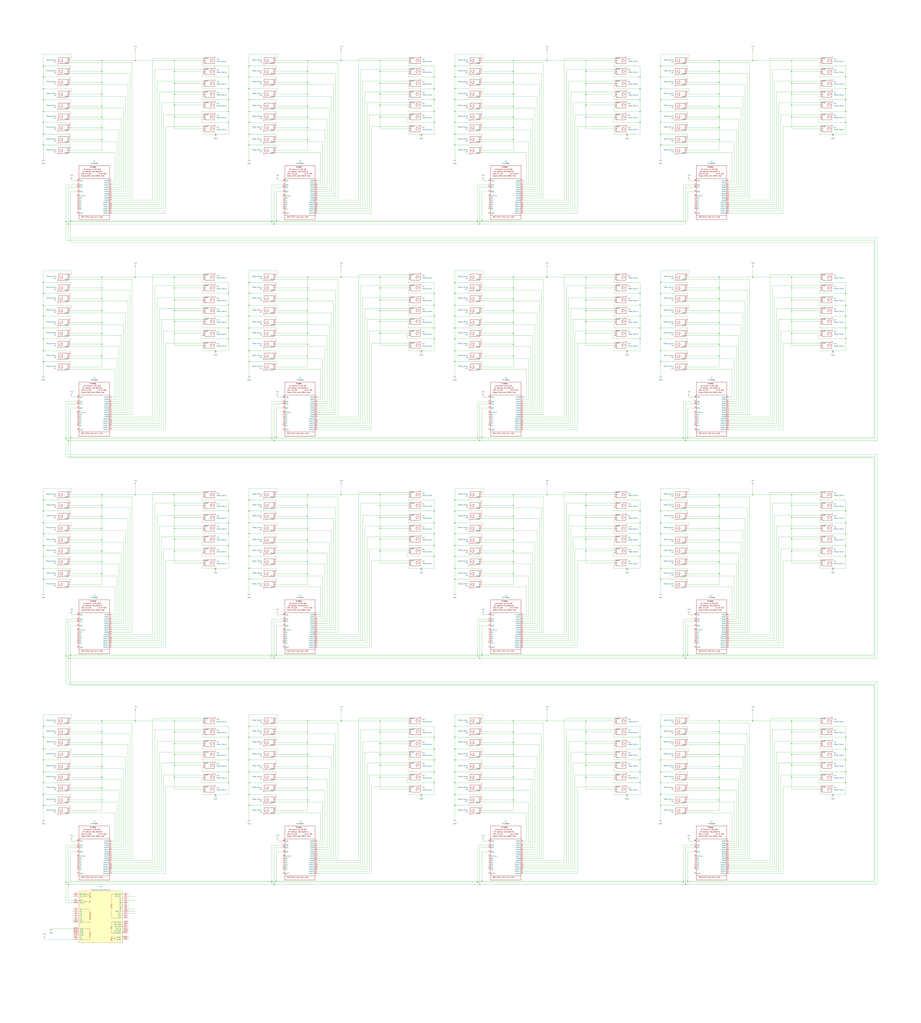
<source format=kicad_sch>
(kicad_sch (version 20211123) (generator eeschema)
  (paper "User" 1080.01 1200)
  (junction (at 774.7 652.78))
  (junction (at 50.8 344.17))
  (junction (at 50.8 384.81))
  (junction (at 750.57 397.51))
  (junction (at 687.07 845.82))
  (junction (at 445.77 897.89))
  (junction (at 843.28 938.53))
  (junction (at 601.98 646.43))
  (junction (at 687.07 911.86))
  (junction (at 601.98 163.83))
  (junction (at 204.47 97.79))
  (junction (at 562.61 262.89))
  (junction (at 509.27 397.51))
  (junction (at 119.38 659.13))
  (junction (at 445.77 632.46))
  (junction (at 50.8 652.78))
  (junction (at 750.57 130.81))
  (junction (at 292.1 626.11))
  (junction (at 687.07 580.39))
  (junction (at 292.1 613.41))
  (junction (at 119.38 96.52))
  (junction (at 50.8 878.84))
  (junction (at 533.4 370.84))
  (junction (at 119.38 845.82))
  (junction (at 991.87 599.44))
  (junction (at 119.38 163.83))
  (junction (at 735.33 932.18))
  (junction (at 445.77 391.16))
  (junction (at 774.7 586.74))
  (junction (at 509.27 905.51))
  (junction (at 843.28 110.49))
  (junction (at 267.97 918.21))
  (junction (at 119.38 364.49))
  (junction (at 50.8 170.18))
  (junction (at 445.77 325.12))
  (junction (at 204.47 580.39))
  (junction (at 843.28 858.52))
  (junction (at 360.68 593.09))
  (junction (at 601.98 885.19))
  (junction (at 928.37 845.82))
  (junction (at 292.1 878.84))
  (junction (at 774.7 679.45))
  (junction (at 445.77 885.19))
  (junction (at 445.77 337.82))
  (junction (at 204.47 619.76))
  (junction (at 928.37 885.19))
  (junction (at 509.27 90.17))
  (junction (at 252.73 666.75))
  (junction (at 991.87 130.81))
  (junction (at 321.31 772.16))
  (junction (at 928.37 632.46))
  (junction (at 928.37 607.06))
  (junction (at 50.8 944.88))
  (junction (at 991.87 116.84))
  (junction (at 360.68 137.16))
  (junction (at 928.37 377.19))
  (junction (at 843.28 163.83))
  (junction (at 400.05 580.39))
  (junction (at 843.28 378.46))
  (junction (at 843.28 391.16))
  (junction (at 750.57 918.21))
  (junction (at 292.1 170.18))
  (junction (at 119.38 417.83))
  (junction (at 533.4 424.18))
  (junction (at 50.8 411.48))
  (junction (at 119.38 350.52))
  (junction (at 360.68 619.76))
  (junction (at 292.1 905.51))
  (junction (at 360.68 911.86))
  (junction (at 252.73 411.48))
  (junction (at 533.4 878.84))
  (junction (at 533.4 170.18))
  (junction (at 77.47 1035.05))
  (junction (at 928.37 391.16))
  (junction (at 533.4 77.47))
  (junction (at 687.07 110.49))
  (junction (at 843.28 350.52))
  (junction (at 843.28 149.86))
  (junction (at 509.27 130.81))
  (junction (at 360.68 83.82))
  (junction (at 267.97 116.84))
  (junction (at 735.33 157.48))
  (junction (at 976.63 932.18))
  (junction (at 806.45 768.35))
  (junction (at 774.7 104.14))
  (junction (at 318.77 260.35))
  (junction (at 360.68 337.82))
  (junction (at 774.7 852.17))
  (junction (at 774.7 157.48))
  (junction (at 509.27 640.08))
  (junction (at 843.28 71.12))
  (junction (at 843.28 417.83))
  (junction (at 204.47 646.43))
  (junction (at 774.7 384.81))
  (junction (at 80.01 772.16))
  (junction (at 50.8 891.54))
  (junction (at 533.4 626.11))
  (junction (at 843.28 124.46))
  (junction (at 750.57 626.11))
  (junction (at 292.1 586.74))
  (junction (at 50.8 640.08))
  (junction (at 843.28 580.39))
  (junction (at 509.27 143.51))
  (junction (at 601.98 580.39))
  (junction (at 360.68 845.82))
  (junction (at 119.38 605.79))
  (junction (at 601.98 605.79))
  (junction (at 50.8 370.84))
  (junction (at 445.77 83.82))
  (junction (at 687.07 607.06))
  (junction (at 601.98 391.16))
  (junction (at 119.38 938.53))
  (junction (at 50.8 424.18))
  (junction (at 601.98 659.13))
  (junction (at 292.1 157.48))
  (junction (at 774.7 358.14))
  (junction (at 360.68 403.86))
  (junction (at 601.98 924.56))
  (junction (at 601.98 845.82))
  (junction (at 360.68 938.53))
  (junction (at 50.8 143.51))
  (junction (at 533.4 358.14))
  (junction (at 204.47 325.12))
  (junction (at 991.87 878.84))
  (junction (at 774.7 864.87))
  (junction (at 400.05 845.82))
  (junction (at 267.97 143.51))
  (junction (at 533.4 331.47))
  (junction (at 601.98 378.46))
  (junction (at 267.97 384.81))
  (junction (at 750.57 864.87))
  (junction (at 360.68 858.52))
  (junction (at 687.07 83.82))
  (junction (at 991.87 640.08))
  (junction (at 803.91 516.89))
  (junction (at 292.1 679.45))
  (junction (at 360.68 149.86))
  (junction (at 292.1 852.17))
  (junction (at 687.07 858.52))
  (junction (at 119.38 71.12))
  (junction (at 267.97 640.08))
  (junction (at 267.97 652.78))
  (junction (at 360.68 871.22))
  (junction (at 928.37 137.16))
  (junction (at 801.37 1035.05))
  (junction (at 494.03 666.75))
  (junction (at 292.1 116.84))
  (junction (at 119.38 885.19))
  (junction (at 77.47 514.35))
  (junction (at 774.7 424.18))
  (junction (at 119.38 858.52))
  (junction (at 360.68 673.1))
  (junction (at 158.75 325.12))
  (junction (at 928.37 97.79))
  (junction (at 991.87 370.84))
  (junction (at 252.73 932.18))
  (junction (at 601.98 71.12))
  (junction (at 533.4 104.14))
  (junction (at 318.77 514.35))
  (junction (at 843.28 633.73))
  (junction (at 991.87 905.51))
  (junction (at 204.47 137.16))
  (junction (at 750.57 640.08))
  (junction (at 292.1 370.84))
  (junction (at 321.31 262.89))
  (junction (at 750.57 652.78))
  (junction (at 843.28 871.22))
  (junction (at 360.68 605.79))
  (junction (at 158.75 71.12))
  (junction (at 509.27 116.84))
  (junction (at 882.65 845.82))
  (junction (at 119.38 580.39))
  (junction (at 360.68 364.49))
  (junction (at 774.7 331.47))
  (junction (at 509.27 104.14))
  (junction (at 494.03 411.48))
  (junction (at 119.38 633.73))
  (junction (at 292.1 918.21))
  (junction (at 843.28 605.79))
  (junction (at 687.07 391.16))
  (junction (at 928.37 325.12))
  (junction (at 445.77 619.76))
  (junction (at 533.4 932.18))
  (junction (at 774.7 130.81))
  (junction (at 601.98 403.86))
  (junction (at 750.57 358.14))
  (junction (at 928.37 71.12))
  (junction (at 991.87 358.14))
  (junction (at 687.07 364.49))
  (junction (at 774.7 599.44))
  (junction (at 445.77 351.79))
  (junction (at 562.61 516.89))
  (junction (at 321.31 1037.59))
  (junction (at 750.57 116.84))
  (junction (at 323.85 768.35))
  (junction (at 533.4 905.51))
  (junction (at 292.1 143.51))
  (junction (at 252.73 157.48))
  (junction (at 735.33 666.75))
  (junction (at 560.07 514.35))
  (junction (at 560.07 260.35))
  (junction (at 560.07 769.62))
  (junction (at 774.7 626.11))
  (junction (at 991.87 397.51))
  (junction (at 50.8 331.47))
  (junction (at 928.37 110.49))
  (junction (at 292.1 424.18))
  (junction (at 267.97 626.11))
  (junction (at 774.7 905.51))
  (junction (at 562.61 772.16))
  (junction (at 267.97 344.17))
  (junction (at 843.28 619.76))
  (junction (at 991.87 652.78))
  (junction (at 565.15 259.08))
  (junction (at 533.4 944.88))
  (junction (at 774.7 411.48))
  (junction (at 533.4 130.81))
  (junction (at 119.38 110.49))
  (junction (at 267.97 397.51))
  (junction (at 803.91 1037.59))
  (junction (at 601.98 364.49))
  (junction (at 882.65 580.39))
  (junction (at 928.37 83.82))
  (junction (at 774.7 932.18))
  (junction (at 533.4 157.48))
  (junction (at 509.27 891.54))
  (junction (at 991.87 626.11))
  (junction (at 774.7 666.75))
  (junction (at 533.4 344.17))
  (junction (at 204.47 377.19))
  (junction (at 445.77 364.49))
  (junction (at 774.7 77.47))
  (junction (at 509.27 878.84))
  (junction (at 204.47 391.16))
  (junction (at 843.28 325.12))
  (junction (at 533.4 852.17))
  (junction (at 533.4 666.75))
  (junction (at 119.38 337.82))
  (junction (at 82.55 259.08))
  (junction (at 750.57 104.14))
  (junction (at 928.37 593.09))
  (junction (at 292.1 891.54))
  (junction (at 119.38 325.12))
  (junction (at 774.7 878.84))
  (junction (at 204.47 897.89))
  (junction (at 50.8 397.51))
  (junction (at 601.98 633.73))
  (junction (at 991.87 344.17))
  (junction (at 445.77 377.19))
  (junction (at 267.97 358.14))
  (junction (at 601.98 871.22))
  (junction (at 360.68 110.49))
  (junction (at 687.07 123.19))
  (junction (at 360.68 391.16))
  (junction (at 991.87 918.21))
  (junction (at 928.37 619.76))
  (junction (at 292.1 130.81))
  (junction (at 445.77 137.16))
  (junction (at 601.98 593.09))
  (junction (at 750.57 878.84))
  (junction (at 292.1 666.75))
  (junction (at 50.8 864.87))
  (junction (at 750.57 599.44))
  (junction (at 509.27 652.78))
  (junction (at 494.03 157.48))
  (junction (at 267.97 878.84))
  (junction (at 119.38 149.86))
  (junction (at 750.57 143.51))
  (junction (at 928.37 364.49))
  (junction (at 928.37 580.39))
  (junction (at 991.87 891.54))
  (junction (at 321.31 516.89))
  (junction (at 843.28 137.16))
  (junction (at 687.07 872.49))
  (junction (at 494.03 932.18))
  (junction (at 991.87 864.87))
  (junction (at 292.1 77.47))
  (junction (at 533.4 599.44))
  (junction (at 928.37 872.49))
  (junction (at 119.38 378.46))
  (junction (at 928.37 858.52))
  (junction (at 976.63 157.48))
  (junction (at 50.8 626.11))
  (junction (at 562.61 1037.59))
  (junction (at 50.8 116.84))
  (junction (at 267.97 613.41))
  (junction (at 267.97 104.14))
  (junction (at 292.1 640.08))
  (junction (at 204.47 110.49))
  (junction (at 601.98 337.82))
  (junction (at 50.8 104.14))
  (junction (at 318.77 769.62))
  (junction (at 445.77 858.52))
  (junction (at 119.38 646.43))
  (junction (at 533.4 679.45))
  (junction (at 360.68 163.83))
  (junction (at 119.38 391.16))
  (junction (at 292.1 331.47))
  (junction (at 774.7 370.84))
  (junction (at 601.98 96.52))
  (junction (at 750.57 905.51))
  (junction (at 750.57 613.41))
  (junction (at 774.7 90.17))
  (junction (at 158.75 580.39))
  (junction (at 533.4 384.81))
  (junction (at 601.98 137.16))
  (junction (at 509.27 344.17))
  (junction (at 774.7 613.41))
  (junction (at 928.37 351.79))
  (junction (at 360.68 124.46))
  (junction (at 601.98 899.16))
  (junction (at 687.07 897.89))
  (junction (at 774.7 891.54))
  (junction (at 533.4 864.87))
  (junction (at 509.27 864.87))
  (junction (at 641.35 325.12))
  (junction (at 50.8 905.51))
  (junction (at 928.37 646.43))
  (junction (at 976.63 411.48))
  (junction (at 774.7 944.88))
  (junction (at 774.7 397.51))
  (junction (at 750.57 90.17))
  (junction (at 509.27 358.14))
  (junction (at 991.87 384.81))
  (junction (at 991.87 104.14))
  (junction (at 204.47 364.49))
  (junction (at 50.8 679.45))
  (junction (at 204.47 71.12))
  (junction (at 267.97 130.81))
  (junction (at 641.35 580.39))
  (junction (at 774.7 143.51))
  (junction (at 533.4 411.48))
  (junction (at 360.68 580.39))
  (junction (at 601.98 124.46))
  (junction (at 687.07 885.19))
  (junction (at 119.38 619.76))
  (junction (at 641.35 845.82))
  (junction (at 533.4 652.78))
  (junction (at 601.98 83.82))
  (junction (at 601.98 673.1))
  (junction (at 750.57 344.17))
  (junction (at 292.1 90.17))
  (junction (at 204.47 593.09))
  (junction (at 687.07 646.43))
  (junction (at 360.68 417.83))
  (junction (at 601.98 417.83))
  (junction (at 843.28 885.19))
  (junction (at 843.28 646.43))
  (junction (at 204.47 83.82))
  (junction (at 445.77 593.09))
  (junction (at 445.77 911.86))
  (junction (at 843.28 593.09))
  (junction (at 565.15 513.08))
  (junction (at 928.37 123.19))
  (junction (at 687.07 337.82))
  (junction (at 843.28 673.1))
  (junction (at 882.65 71.12))
  (junction (at 774.7 116.84))
  (junction (at 267.97 864.87))
  (junction (at 267.97 905.51))
  (junction (at 991.87 613.41))
  (junction (at 533.4 613.41))
  (junction (at 50.8 130.81))
  (junction (at 119.38 137.16))
  (junction (at 843.28 96.52))
  (junction (at 806.45 513.08))
  (junction (at 601.98 325.12))
  (junction (at 806.45 1033.78))
  (junction (at 509.27 599.44))
  (junction (at 601.98 149.86))
  (junction (at 292.1 104.14))
  (junction (at 119.38 871.22))
  (junction (at 750.57 891.54))
  (junction (at 533.4 918.21))
  (junction (at 687.07 619.76))
  (junction (at 533.4 586.74))
  (junction (at 774.7 170.18))
  (junction (at 360.68 659.13))
  (junction (at 843.28 83.82))
  (junction (at 204.47 911.86))
  (junction (at 119.38 593.09))
  (junction (at 400.05 71.12))
  (junction (at 445.77 872.49))
  (junction (at 204.47 858.52))
  (junction (at 750.57 370.84))
  (junction (at 843.28 659.13))
  (junction (at 687.07 137.16))
  (junction (at 50.8 157.48))
  (junction (at 533.4 90.17))
  (junction (at 119.38 924.56))
  (junction (at 509.27 384.81))
  (junction (at 533.4 640.08))
  (junction (at 843.28 364.49))
  (junction (at 360.68 633.73))
  (junction (at 323.85 259.08))
  (junction (at 323.85 513.08))
  (junction (at 687.07 71.12))
  (junction (at 292.1 358.14))
  (junction (at 50.8 586.74))
  (junction (at 445.77 123.19))
  (junction (at 533.4 891.54))
  (junction (at 991.87 90.17))
  (junction (at 445.77 646.43))
  (junction (at 687.07 351.79))
  (junction (at 50.8 599.44))
  (junction (at 774.7 344.17))
  (junction (at 509.27 370.84))
  (junction (at 360.68 71.12))
  (junction (at 601.98 858.52))
  (junction (at 292.1 599.44))
  (junction (at 687.07 97.79))
  (junction (at 360.68 924.56))
  (junction (at 509.27 918.21))
  (junction (at 50.8 852.17))
  (junction (at 292.1 397.51))
  (junction (at 400.05 325.12))
  (junction (at 928.37 911.86))
  (junction (at 119.38 83.82))
  (junction (at 687.07 593.09))
  (junction (at 750.57 384.81))
  (junction (at 292.1 944.88))
  (junction (at 204.47 607.06))
  (junction (at 601.98 110.49))
  (junction (at 928.37 337.82))
  (junction (at 360.68 350.52))
  (junction (at 601.98 911.86))
  (junction (at 843.28 911.86))
  (junction (at 360.68 378.46))
  (junction (at 82.55 768.35))
  (junction (at 976.63 666.75))
  (junction (at 445.77 580.39))
  (junction (at 50.8 666.75))
  (junction (at 82.55 513.08))
  (junction (at 318.77 1035.05))
  (junction (at 292.1 864.87))
  (junction (at 774.7 918.21))
  (junction (at 509.27 626.11))
  (junction (at 119.38 911.86))
  (junction (at 560.07 1035.05))
  (junction (at 80.01 516.89))
  (junction (at 267.97 599.44))
  (junction (at 204.47 123.19))
  (junction (at 80.01 262.89))
  (junction (at 801.37 514.35))
  (junction (at 735.33 411.48))
  (junction (at 292.1 384.81))
  (junction (at 843.28 924.56))
  (junction (at 50.8 358.14))
  (junction (at 204.47 632.46))
  (junction (at 267.97 90.17))
  (junction (at 843.28 403.86))
  (junction (at 801.37 769.62))
  (junction (at 360.68 96.52))
  (junction (at 323.85 1033.78))
  (junction (at 360.68 646.43))
  (junction (at 80.01 1037.59))
  (junction (at 445.77 97.79))
  (junction (at 687.07 377.19))
  (junction (at 267.97 891.54))
  (junction (at 119.38 673.1))
  (junction (at 292.1 652.78))
  (junction (at 843.28 337.82))
  (junction (at 882.65 325.12))
  (junction (at 119.38 899.16))
  (junction (at 843.28 845.82))
  (junction (at 445.77 845.82))
  (junction (at 445.77 110.49))
  (junction (at 119.38 124.46))
  (junction (at 292.1 344.17))
  (junction (at 50.8 90.17))
  (junction (at 509.27 613.41))
  (junction (at 77.47 260.35))
  (junction (at 445.77 607.06))
  (junction (at 50.8 932.18))
  (junction (at 565.15 1033.78))
  (junction (at 119.38 403.86))
  (junction (at 843.28 899.16))
  (junction (at 601.98 938.53))
  (junction (at 204.47 845.82))
  (junction (at 928.37 897.89))
  (junction (at 292.1 411.48))
  (junction (at 687.07 325.12))
  (junction (at 445.77 71.12))
  (junction (at 641.35 71.12))
  (junction (at 601.98 619.76))
  (junction (at 158.75 845.82))
  (junction (at 50.8 613.41))
  (junction (at 292.1 932.18))
  (junction (at 687.07 632.46))
  (junction (at 360.68 899.16))
  (junction (at 204.47 337.82))
  (junction (at 267.97 370.84))
  (junction (at 204.47 885.19))
  (junction (at 991.87 143.51))
  (junction (at 601.98 350.52))
  (junction (at 533.4 143.51))
  (junction (at 774.7 640.08))
  (junction (at 360.68 885.19))
  (junction (at 533.4 397.51))
  (junction (at 50.8 918.21))
  (junction (at 204.47 872.49))
  (junction (at 803.91 772.16))
  (junction (at 360.68 325.12))
  (junction (at 77.47 769.62))
  (junction (at 204.47 351.79))
  (junction (at 50.8 77.47))
  (junction (at 565.15 768.35))
  (junction (at 533.4 116.84))
  (wire (pts (xy 601.98 885.19) (xy 601.98 871.22)))
  (wire (pts (xy 477.52 918.21) (xy 509.27 918.21)))
  (wire (pts (xy 83.82 838.2) (xy 83.82 843.28)))
  (wire (pts (xy 961.39 358.14) (xy 991.87 358.14)))
  (wire (pts (xy 433.07 643.89) (xy 433.07 756.92)))
  (wire (pts (xy 82.55 590.55) (xy 82.55 586.74)))
  (wire (pts (xy 386.08 127) (xy 323.85 127)))
  (wire (pts (xy 806.45 478.79) (xy 814.07 478.79)))
  (wire (pts (xy 750.57 613.41) (xy 750.57 626.11)))
  (wire (pts (xy 565.15 734.06) (xy 572.77 734.06)))
  (wire (pts (xy 750.57 852.17) (xy 750.57 864.87)))
  (wire (pts (xy 843.28 325.12) (xy 806.45 325.12)))
  (wire (pts (xy 189.23 245.11) (xy 189.23 120.65)))
  (wire (pts (xy 323.85 938.53) (xy 360.68 938.53)))
  (wire (pts (xy 292.1 63.5) (xy 292.1 77.47)))
  (wire (pts (xy 433.07 388.62) (xy 433.07 501.65)))
  (wire (pts (xy 83.82 617.22) (xy 83.82 613.41)))
  (wire (pts (xy 130.81 989.33) (xy 137.16 989.33)))
  (wire (pts (xy 130.81 728.98) (xy 142.24 728.98)))
  (wire (pts (xy 83.82 720.09) (xy 83.82 721.36)))
  (wire (pts (xy 360.68 619.76) (xy 360.68 605.79)))
  (wire (pts (xy 478.79 643.89) (xy 433.07 643.89)))
  (wire (pts (xy 533.4 370.84) (xy 533.4 384.81)))
  (wire (pts (xy 801.37 991.87) (xy 801.37 1035.05)))
  (wire (pts (xy 991.87 586.74) (xy 991.87 599.44)))
  (wire (pts (xy 613.41 991.87) (xy 622.3 991.87)))
  (wire (pts (xy 565.15 670.56) (xy 565.15 666.75)))
  (wire (pts (xy 267.97 384.81) (xy 267.97 397.51)))
  (wire (pts (xy 908.05 869.95) (xy 961.39 869.95)))
  (wire (pts (xy 383.54 219.71) (xy 383.54 139.7)))
  (wire (pts (xy 360.68 378.46) (xy 323.85 378.46)))
  (wire (pts (xy 861.06 989.33) (xy 861.06 941.07)))
  (wire (pts (xy 427.99 496.57) (xy 427.99 361.95)))
  (wire (pts (xy 624.84 473.71) (xy 624.84 393.7)))
  (wire (pts (xy 139.7 991.87) (xy 139.7 927.1)))
  (wire (pts (xy 961.39 878.84) (xy 991.87 878.84)))
  (wire (pts (xy 613.41 999.49) (xy 629.92 999.49)))
  (wire (pts (xy 400.05 325.12) (xy 445.77 325.12)))
  (wire (pts (xy 918.21 504.19) (xy 918.21 402.59)))
  (wire (pts (xy 292.1 599.44) (xy 292.1 613.41)))
  (wire (pts (xy 381 927.1) (xy 323.85 927.1)))
  (wire (pts (xy 321.31 516.89) (xy 562.61 516.89)))
  (wire (pts (xy 637.54 327.66) (xy 565.15 327.66)))
  (wire (pts (xy 774.7 104.14) (xy 807.72 104.14)))
  (wire (pts (xy 565.15 617.22) (xy 566.42 617.22)))
  (wire (pts (xy 130.81 227.33) (xy 149.86 227.33)))
  (wire (pts (xy 509.27 626.11) (xy 509.27 640.08)))
  (wire (pts (xy 181.61 855.98) (xy 237.49 855.98)))
  (wire (pts (xy 478.79 858.52) (xy 445.77 858.52)))
  (wire (pts (xy 533.4 932.18) (xy 565.15 932.18)))
  (wire (pts (xy 613.41 227.33) (xy 632.46 227.33)))
  (wire (pts (xy 50.8 157.48) (xy 82.55 157.48)))
  (wire (pts (xy 774.7 572.77) (xy 807.72 572.77)))
  (wire (pts (xy 617.22 212.09) (xy 617.22 179.07)))
  (wire (pts (xy 774.7 572.77) (xy 774.7 586.74)))
  (wire (pts (xy 435.61 402.59) (xy 478.79 402.59)))
  (wire (pts (xy 806.45 107.95) (xy 807.72 107.95)))
  (wire (pts (xy 400.05 313.69) (xy 400.05 325.12)))
  (wire (pts (xy 478.79 370.84) (xy 509.27 370.84)))
  (wire (pts (xy 478.79 875.03) (xy 478.79 878.84)))
  (wire (pts (xy 323.85 259.08) (xy 323.85 224.79)))
  (wire (pts (xy 720.09 153.67) (xy 720.09 157.48)))
  (wire (pts (xy 82.55 259.08) (xy 82.55 224.79)))
  (wire (pts (xy 720.09 928.37) (xy 720.09 932.18)))
  (wire (pts (xy 960.12 397.51) (xy 991.87 397.51)))
  (wire (pts (xy 601.98 71.12) (xy 565.15 71.12)))
  (wire (pts (xy 843.28 938.53) (xy 843.28 924.56)))
  (wire (pts (xy 806.45 121.92) (xy 806.45 116.84)))
  (wire (pts (xy 237.49 848.36) (xy 237.49 852.17)))
  (wire (pts (xy 82.55 1033.78) (xy 323.85 1033.78)))
  (wire (pts (xy 687.07 872.49) (xy 687.07 885.19)))
  (wire (pts (xy 509.27 77.47) (xy 509.27 90.17)))
  (wire (pts (xy 1026.16 281.94) (xy 77.47 281.94)))
  (wire (pts (xy 806.45 670.56) (xy 806.45 666.75)))
  (wire (pts (xy 378.46 723.9) (xy 378.46 675.64)))
  (wire (pts (xy 560.07 260.35) (xy 801.37 260.35)))
  (wire (pts (xy 478.79 909.32) (xy 433.07 909.32)))
  (wire (pts (xy 533.4 944.88) (xy 565.15 944.88)))
  (wire (pts (xy 566.42 882.65) (xy 566.42 878.84)))
  (wire (pts (xy 613.41 499.11) (xy 671.83 499.11)))
  (wire (pts (xy 139.7 927.1) (xy 82.55 927.1)))
  (wire (pts (xy 323.85 1033.78) (xy 323.85 999.49)))
  (wire (pts (xy 149.86 1002.03) (xy 149.86 873.76)))
  (wire (pts (xy 386.08 222.25) (xy 386.08 127)))
  (wire (pts (xy 292.1 130.81) (xy 292.1 143.51)))
  (wire (pts (xy 687.07 607.06) (xy 687.07 619.76)))
  (wire (pts (xy 565.15 577.85) (xy 566.42 577.85)))
  (wire (pts (xy 961.39 388.62) (xy 915.67 388.62)))
  (wire (pts (xy 843.28 633.73) (xy 806.45 633.73)))
  (wire (pts (xy 720.09 86.36) (xy 720.09 90.17)))
  (wire (pts (xy 910.59 107.95) (xy 961.39 107.95)))
  (wire (pts (xy 629.92 224.79) (xy 629.92 113.03)))
  (wire (pts (xy 843.28 403.86) (xy 843.28 391.16)))
  (wire (pts (xy 184.15 95.25) (xy 237.49 95.25)))
  (wire (pts (xy 142.24 648.97) (xy 82.55 648.97)))
  (wire (pts (xy 910.59 1017.27) (xy 910.59 882.65)))
  (wire (pts (xy 372.11 731.52) (xy 386.08 731.52)))
  (wire (pts (xy 720.09 157.48) (xy 735.33 157.48)))
  (wire (pts (xy 991.87 613.41) (xy 991.87 626.11)))
  (wire (pts (xy 613.41 240.03) (xy 666.75 240.03)))
  (wire (pts (xy 130.81 746.76) (xy 181.61 746.76)))
  (wire (pts (xy 601.98 137.16) (xy 601.98 124.46)))
  (wire (pts (xy 184.15 869.95) (xy 237.49 869.95)))
  (wire (pts (xy 961.39 113.03) (xy 961.39 116.84)))
  (wire (pts (xy 181.61 491.49) (xy 181.61 335.28)))
  (wire (pts (xy 565.15 388.62) (xy 565.15 384.81)))
  (wire (pts (xy 204.47 872.49) (xy 237.49 872.49)))
  (wire (pts (xy 119.38 858.52) (xy 82.55 858.52)))
  (wire (pts (xy 130.81 994.41) (xy 142.24 994.41)))
  (wire (pts (xy 77.47 991.87) (xy 77.47 1035.05)))
  (wire (pts (xy 292.1 384.81) (xy 292.1 397.51)))
  (wire (pts (xy 83.82 464.82) (xy 83.82 466.09)))
  (wire (pts (xy 323.85 107.95) (xy 325.12 107.95)))
  (wire (pts (xy 661.67 488.95) (xy 661.67 322.58)))
  (wire (pts (xy 533.4 679.45) (xy 533.4 695.96)))
  (wire (pts (xy 806.45 81.28) (xy 806.45 77.47)))
  (wire (pts (xy 533.4 626.11) (xy 533.4 640.08)))
  (wire (pts (xy 533.4 424.18) (xy 565.15 424.18)))
  (wire (pts (xy 372.11 234.95) (xy 420.37 234.95)))
  (wire (pts (xy 323.85 948.69) (xy 323.85 944.88)))
  (wire (pts (xy 565.15 843.28) (xy 566.42 843.28)))
  (wire (pts (xy 750.57 397.51) (xy 750.57 411.48)))
  (wire (pts (xy 433.07 501.65) (xy 372.11 501.65)))
  (wire (pts (xy 372.11 996.95) (xy 386.08 996.95)))
  (wire (pts (xy 720.09 643.89) (xy 674.37 643.89)))
  (wire (pts (xy 910.59 242.57) (xy 910.59 107.95)))
  (wire (pts (xy 360.68 149.86) (xy 323.85 149.86)))
  (wire (pts (xy 422.91 746.76) (xy 422.91 590.55)))
  (wire (pts (xy 774.7 640.08) (xy 774.7 652.78)))
  (wire (pts (xy 720.09 914.4) (xy 718.82 914.4)))
  (wire (pts (xy 565.15 259.08) (xy 806.45 259.08)))
  (wire (pts (xy 806.45 350.52) (xy 843.28 350.52)))
  (wire (pts (xy 204.47 325.12) (xy 204.47 337.82)))
  (wire (pts (xy 252.73 411.48) (xy 267.97 411.48)))
  (wire (pts (xy 391.16 736.6) (xy 391.16 608.33)))
  (wire (pts (xy 445.77 646.43) (xy 478.79 646.43)))
  (wire (pts (xy 913.13 120.65) (xy 961.39 120.65)))
  (wire (pts (xy 961.39 151.13) (xy 928.37 151.13)))
  (wire (pts (xy 687.07 137.16) (xy 720.09 137.16)))
  (wire (pts (xy 50.8 116.84) (xy 82.55 116.84)))
  (wire (pts (xy 147.32 478.79) (xy 147.32 367.03)))
  (wire (pts (xy 807.72 212.09) (xy 814.07 212.09)))
  (wire (pts (xy 854.71 731.52) (xy 868.68 731.52)))
  (wire (pts (xy 186.69 617.22) (xy 237.49 617.22)))
  (wire (pts (xy 391.16 1002.03) (xy 391.16 873.76)))
  (wire (pts (xy 774.7 891.54) (xy 774.7 905.51)))
  (wire (pts (xy 601.98 124.46) (xy 601.98 110.49)))
  (wire (pts (xy 323.85 868.68) (xy 323.85 864.87)))
  (wire (pts (xy 445.77 911.86) (xy 445.77 925.83)))
  (wire (pts (xy 80.01 728.98) (xy 90.17 728.98)))
  (wire (pts (xy 80.01 219.71) (xy 90.17 219.71)))
  (wire (pts (xy 961.39 599.44) (xy 991.87 599.44)))
  (wire (pts (xy 152.4 861.06) (xy 82.55 861.06)))
  (wire (pts (xy 445.77 391.16) (xy 478.79 391.16)))
  (wire (pts (xy 430.53 499.11) (xy 430.53 374.65)))
  (wire (pts (xy 928.37 71.12) (xy 961.39 71.12)))
  (wire (pts (xy 720.09 125.73) (xy 720.09 130.81)))
  (wire (pts (xy 372.11 478.79) (xy 388.62 478.79)))
  (wire (pts (xy 843.28 673.1) (xy 843.28 659.13)))
  (wire (pts (xy 774.7 331.47) (xy 774.7 344.17)))
  (wire (pts (xy 718.82 914.4) (xy 718.82 918.21)))
  (wire (pts (xy 372.11 224.79) (xy 388.62 224.79)))
  (wire (pts (xy 325.12 63.5) (xy 325.12 68.58)))
  (wire (pts (xy 613.41 1014.73) (xy 666.75 1014.73)))
  (wire (pts (xy 179.07 322.58) (xy 237.49 322.58)))
  (wire (pts (xy 806.45 631.19) (xy 806.45 626.11)))
  (wire (pts (xy 661.67 322.58) (xy 720.09 322.58)))
  (wire (pts (xy 422.91 335.28) (xy 478.79 335.28)))
  (wire (pts (xy 617.22 433.07) (xy 565.15 433.07)))
  (wire (pts (xy 386.08 901.7) (xy 323.85 901.7)))
  (wire (pts (xy 478.79 113.03) (xy 478.79 116.84)))
  (wire (pts (xy 774.7 90.17) (xy 806.45 90.17)))
  (wire (pts (xy 237.49 411.48) (xy 252.73 411.48)))
  (wire (pts (xy 236.22 397.51) (xy 267.97 397.51)))
  (wire (pts (xy 237.49 77.47) (xy 267.97 77.47)))
  (wire (pts (xy 661.67 843.28) (xy 720.09 843.28)))
  (wire (pts (xy 237.49 622.3) (xy 237.49 626.11)))
  (wire (pts (xy 77.47 471.17) (xy 77.47 514.35)))
  (wire (pts (xy 908.05 1014.73) (xy 908.05 869.95)))
  (wire (pts (xy 961.39 139.7) (xy 960.12 139.7)))
  (wire (pts (xy 119.38 391.16) (xy 119.38 378.46)))
  (wire (pts (xy 137.16 989.33) (xy 137.16 941.07)))
  (wire (pts (xy 50.8 905.51) (xy 50.8 918.21)))
  (wire (pts (xy 119.38 71.12) (xy 82.55 71.12)))
  (wire (pts (xy 383.54 728.98) (xy 383.54 648.97)))
  (wire (pts (xy 130.81 496.57) (xy 186.69 496.57)))
  (wire (pts (xy 601.98 337.82) (xy 565.15 337.82)))
  (wire (pts (xy 806.45 173.99) (xy 806.45 170.18)))
  (wire (pts (xy 905.51 1012.19) (xy 905.51 855.98)))
  (wire (pts (xy 687.07 885.19) (xy 720.09 885.19)))
  (wire (pts (xy 533.4 838.2) (xy 566.42 838.2)))
  (wire (pts (xy 991.87 130.81) (xy 991.87 143.51)))
  (wire (pts (xy 533.4 599.44) (xy 533.4 613.41)))
  (wire (pts (xy 151.13 1071.88) (xy 158.75 1071.88)))
  (wire (pts (xy 613.41 1007.11) (xy 637.54 1007.11)))
  (wire (pts (xy 318.77 217.17) (xy 318.77 260.35)))
  (wire (pts (xy 687.07 110.49) (xy 720.09 110.49)))
  (wire (pts (xy 533.4 666.75) (xy 533.4 679.45)))
  (wire (pts (xy 494.03 932.18) (xy 509.27 932.18)))
  (wire (pts (xy 961.39 643.89) (xy 915.67 643.89)))
  (wire (pts (xy 82.55 121.92) (xy 82.55 116.84)))
  (wire (pts (xy 905.51 335.28) (xy 961.39 335.28)))
  (wire (pts (xy 863.6 726.44) (xy 863.6 661.67)))
  (wire (pts (xy 533.4 864.87) (xy 565.15 864.87)))
  (wire (pts (xy 622.3 152.4) (xy 565.15 152.4)))
  (wire (pts (xy 323.85 683.26) (xy 323.85 679.45)))
  (wire (pts (xy 572.77 217.17) (xy 560.07 217.17)))
  (wire (pts (xy 720.09 640.08) (xy 750.57 640.08)))
  (wire (pts (xy 50.8 652.78) (xy 50.8 666.75)))
  (wire (pts (xy 928.37 364.49) (xy 961.39 364.49)))
  (wire (pts (xy 871.22 478.79) (xy 871.22 367.03)))
  (wire (pts (xy 292.1 411.48) (xy 323.85 411.48)))
  (wire (pts (xy 82.55 259.08) (xy 323.85 259.08)))
  (wire (pts (xy 420.37 488.95) (xy 420.37 322.58)))
  (wire (pts (xy 635 861.06) (xy 565.15 861.06)))
  (wire (pts (xy 873.76 481.33) (xy 873.76 353.06)))
  (wire (pts (xy 130.81 754.38) (xy 189.23 754.38)))
  (wire (pts (xy 861.06 420.37) (xy 806.45 420.37)))
  (wire (pts (xy 83.82 63.5) (xy 83.82 68.58)))
  (wire (pts (xy 991.87 344.17) (xy 991.87 358.14)))
  (wire (pts (xy 720.09 405.13) (xy 687.07 405.13)))
  (wire (pts (xy 750.57 652.78) (xy 750.57 666.75)))
  (wire (pts (xy 130.81 504.19) (xy 194.31 504.19)))
  (wire (pts (xy 676.91 759.46) (xy 676.91 657.86)))
  (wire (pts (xy 843.28 659.13) (xy 843.28 646.43)))
  (wire (pts (xy 378.46 989.33) (xy 378.46 941.07)))
  (wire (pts (xy 562.61 262.89) (xy 803.91 262.89)))
  (wire (pts (xy 928.37 632.46) (xy 961.39 632.46)))
  (wire (pts (xy 843.28 337.82) (xy 843.28 325.12)))
  (wire (pts (xy 83.82 986.79) (xy 90.17 986.79)))
  (wire (pts (xy 617.22 721.36) (xy 617.22 688.34)))
  (wire (pts (xy 619.76 420.37) (xy 565.15 420.37)))
  (wire (pts (xy 194.31 148.59) (xy 237.49 148.59)))
  (wire (pts (xy 509.27 116.84) (xy 509.27 130.81)))
  (wire (pts (xy 119.38 885.19) (xy 82.55 885.19)))
  (wire (pts (xy 878.84 73.66) (xy 806.45 73.66)))
  (wire (pts (xy 323.85 843.28) (xy 325.12 843.28)))
  (wire (pts (xy 321.31 728.98) (xy 331.47 728.98)))
  (wire (pts (xy 237.49 586.74) (xy 267.97 586.74)))
  (wire (pts (xy 533.4 157.48) (xy 565.15 157.48)))
  (wire (pts (xy 388.62 113.03) (xy 323.85 113.03)))
  (wire (pts (xy 961.39 407.67) (xy 961.39 411.48)))
  (wire (pts (xy 803.91 772.16) (xy 1028.7 772.16)))
  (wire (pts (xy 915.67 909.32) (xy 915.67 1022.35)))
  (wire (pts (xy 613.41 1024.89) (xy 676.91 1024.89)))
  (wire (pts (xy 82.55 478.79) (xy 90.17 478.79)))
  (wire (pts (xy 843.28 646.43) (xy 843.28 633.73)))
  (wire (pts (xy 130.81 726.44) (xy 139.7 726.44)))
  (wire (pts (xy 191.77 909.32) (xy 191.77 1022.35)))
  (wire (pts (xy 976.63 666.75) (xy 991.87 666.75)))
  (wire (pts (xy 445.77 632.46) (xy 445.77 646.43)))
  (wire (pts (xy 134.62 179.07) (xy 82.55 179.07)))
  (wire (pts (xy 267.97 331.47) (xy 267.97 344.17)))
  (wire (pts (xy 613.41 1002.03) (xy 632.46 1002.03)))
  (wire (pts (xy 50.8 891.54) (xy 82.55 891.54)))
  (wire (pts (xy 509.27 652.78) (xy 509.27 666.75)))
  (wire (pts (xy 420.37 843.28) (xy 478.79 843.28)))
  (wire (pts (xy 565.15 935.99) (xy 565.15 932.18)))
  (wire (pts (xy 806.45 683.26) (xy 806.45 679.45)))
  (wire (pts (xy 666.75 749.3) (xy 666.75 604.52)))
  (wire (pts (xy 882.65 834.39) (xy 882.65 845.82)))
  (wire (pts (xy 134.62 721.36) (xy 134.62 688.34)))
  (wire (pts (xy 565.15 259.08) (xy 565.15 224.79)))
  (wire (pts (xy 617.22 953.77) (xy 565.15 953.77)))
  (wire (pts (xy 152.4 595.63) (xy 82.55 595.63)))
  (wire (pts (xy 562.61 219.71) (xy 562.61 262.89)))
  (wire (pts (xy 676.91 657.86) (xy 720.09 657.86)))
  (wire (pts (xy 144.78 996.95) (xy 144.78 901.7)))
  (wire (pts (xy 360.68 858.52) (xy 360.68 845.82)))
  (wire (pts (xy 186.69 751.84) (xy 186.69 617.22)))
  (wire (pts (xy 619.76 723.9) (xy 619.76 675.64)))
  (wire (pts (xy 83.82 466.09) (xy 90.17 466.09)))
  (wire (pts (xy 375.92 721.36) (xy 375.92 688.34)))
  (wire (pts (xy 331.47 726.44) (xy 318.77 726.44)))
  (wire (pts (xy 661.67 577.85) (xy 720.09 577.85)))
  (wire (pts (xy 565.15 147.32) (xy 565.15 143.51)))
  (wire (pts (xy 572.77 991.87) (xy 560.07 991.87)))
  (wire (pts (xy 854.71 736.6) (xy 873.76 736.6)))
  (wire (pts (xy 204.47 607.06) (xy 237.49 607.06)))
  (wire (pts (xy 204.47 337.82) (xy 204.47 351.79)))
  (wire (pts (xy 774.7 666.75) (xy 806.45 666.75)))
  (wire (pts (xy 843.28 83.82) (xy 843.28 71.12)))
  (wire (pts (xy 961.39 613.41) (xy 991.87 613.41)))
  (wire (pts (xy 961.39 340.36) (xy 961.39 344.17)))
  (wire (pts (xy 181.61 590.55) (xy 237.49 590.55)))
  (wire (pts (xy 565.15 173.99) (xy 565.15 170.18)))
  (wire (pts (xy 720.09 104.14) (xy 750.57 104.14)))
  (wire (pts (xy 928.37 83.82) (xy 928.37 97.79)))
  (wire (pts (xy 806.45 322.58) (xy 807.72 322.58)))
  (wire (pts (xy 323.85 855.98) (xy 323.85 852.17)))
  (wire (pts (xy 323.85 427.99) (xy 323.85 424.18)))
  (wire (pts (xy 378.46 214.63) (xy 378.46 166.37)))
  (wire (pts (xy 381 991.87) (xy 381 927.1)))
  (wire (pts (xy 50.8 331.47) (xy 82.55 331.47)))
  (wire (pts (xy 292.1 572.77) (xy 325.12 572.77)))
  (wire (pts (xy 478.79 593.09) (xy 445.77 593.09)))
  (wire (pts (xy 843.28 337.82) (xy 806.45 337.82)))
  (wire (pts (xy 562.61 473.71) (xy 562.61 516.89)))
  (wire (pts (xy 624.84 648.97) (xy 565.15 648.97)))
  (wire (pts (xy 149.86 736.6) (xy 149.86 608.33)))
  (wire (pts (xy 961.39 861.06) (xy 961.39 864.87)))
  (wire (pts (xy 119.38 845.82) (xy 82.55 845.82)))
  (wire (pts (xy 613.41 989.33) (xy 619.76 989.33)))
  (wire (pts (xy 562.61 728.98) (xy 572.77 728.98)))
  (wire (pts (xy 687.07 619.76) (xy 687.07 632.46)))
  (wire (pts (xy 774.7 130.81) (xy 806.45 130.81)))
  (wire (pts (xy 82.55 163.83) (xy 119.38 163.83)))
  (wire (pts (xy 292.1 878.84) (xy 325.12 878.84)))
  (wire (pts (xy 391.16 99.06) (xy 323.85 99.06)))
  (wire (pts (xy 991.87 370.84) (xy 991.87 384.81)))
  (wire (pts (xy 149.86 873.76) (xy 82.55 873.76)))
  (wire (pts (xy 641.35 59.69) (xy 641.35 71.12)))
  (wire (pts (xy 204.47 377.19) (xy 204.47 391.16)))
  (wire (pts (xy 720.09 340.36) (xy 720.09 344.17)))
  (wire (pts (xy 961.39 887.73) (xy 961.39 891.54)))
  (wire (pts (xy 876.3 340.36) (xy 806.45 340.36)))
  (wire (pts (xy 381 406.4) (xy 323.85 406.4)))
  (wire (pts (xy 478.79 83.82) (xy 445.77 83.82)))
  (wire (pts (xy 774.7 358.14) (xy 807.72 358.14)))
  (wire (pts (xy 130.81 224.79) (xy 147.32 224.79)))
  (wire (pts (xy 928.37 619.76) (xy 961.39 619.76)))
  (wire (pts (xy 915.67 134.62) (xy 915.67 247.65)))
  (wire (pts (xy 478.79 932.18) (xy 494.03 932.18)))
  (wire (pts (xy 669.29 1017.27) (xy 669.29 882.65)))
  (wire (pts (xy 147.32 734.06) (xy 147.32 622.3)))
  (wire (pts (xy 601.98 124.46) (xy 565.15 124.46)))
  (wire (pts (xy 622.3 661.67) (xy 565.15 661.67)))
  (wire (pts (xy 184.15 494.03) (xy 184.15 349.25)))
  (wire (pts (xy 130.81 240.03) (xy 184.15 240.03)))
  (wire (pts (xy 292.1 143.51) (xy 323.85 143.51)))
  (wire (pts (xy 50.8 143.51) (xy 50.8 157.48)))
  (wire (pts (xy 854.71 1004.57) (xy 876.3 1004.57)))
  (wire (pts (xy 292.1 63.5) (xy 325.12 63.5)))
  (wire (pts (xy 119.38 593.09) (xy 82.55 593.09)))
  (wire (pts (xy 186.69 1017.27) (xy 186.69 882.65)))
  (wire (pts (xy 806.45 430.53) (xy 843.28 430.53)))
  (wire (pts (xy 82.55 361.95) (xy 83.82 361.95)))
  (wire (pts (xy 82.55 513.08) (xy 323.85 513.08)))
  (wire (pts (xy 601.98 391.16) (xy 601.98 378.46)))
  (wire (pts (xy 478.79 358.14) (xy 509.27 358.14)))
  (wire (pts (xy 80.01 473.71) (xy 90.17 473.71)))
  (wire (pts (xy 806.45 335.28) (xy 806.45 331.47)))
  (wire (pts (xy 325.12 986.79) (xy 331.47 986.79)))
  (wire (pts (xy 533.4 358.14) (xy 566.42 358.14)))
  (wire (pts (xy 565.15 768.35) (xy 565.15 734.06)))
  (wire (pts (xy 292.1 411.48) (xy 292.1 424.18)))
  (wire (pts (xy 961.39 100.33) (xy 961.39 104.14)))
  (wire (pts (xy 669.29 496.57) (xy 669.29 361.95)))
  (wire (pts (xy 613.41 217.17) (xy 622.3 217.17)))
  (wire (pts (xy 961.39 367.03) (xy 961.39 370.84)))
  (wire (pts (xy 720.09 925.83) (xy 687.07 925.83)))
  (wire (pts (xy 806.45 68.58) (xy 807.72 68.58)))
  (wire (pts (xy 400.05 59.69) (xy 400.05 71.12)))
  (wire (pts (xy 80.01 533.4) (xy 80.01 516.89)))
  (wire (pts (xy 267.97 905.51) (xy 267.97 918.21)))
  (wire (pts (xy 292.1 932.18) (xy 323.85 932.18)))
  (wire (pts (xy 622.3 406.4) (xy 565.15 406.4)))
  (wire (pts (xy 372.11 1004.57) (xy 393.7 1004.57)))
  (wire (pts (xy 360.68 71.12) (xy 400.05 71.12)))
  (wire (pts (xy 236.22 648.97) (xy 236.22 652.78)))
  (wire (pts (xy 331.47 217.17) (xy 318.77 217.17)))
  (wire (pts (xy 50.8 878.84) (xy 50.8 891.54)))
  (wire (pts (xy 565.15 335.28) (xy 565.15 331.47)))
  (wire (pts (xy 613.41 476.25) (xy 627.38 476.25)))
  (wire (pts (xy 478.79 86.36) (xy 478.79 90.17)))
  (wire (pts (xy 565.15 882.65) (xy 566.42 882.65)))
  (wire (pts (xy 139.7 471.17) (xy 139.7 406.4)))
  (wire (pts (xy 566.42 721.36) (xy 572.77 721.36)))
  (wire (pts (xy 961.39 327.66) (xy 961.39 331.47)))
  (wire (pts (xy 858.52 953.77) (xy 806.45 953.77)))
  (wire (pts (xy 323.85 513.08) (xy 565.15 513.08)))
  (wire (pts (xy 82.55 401.32) (xy 82.55 397.51)))
  (wire (pts (xy 533.4 116.84) (xy 565.15 116.84)))
  (wire (pts (xy 774.7 90.17) (xy 774.7 104.14)))
  (wire (pts (xy 807.72 63.5) (xy 807.72 68.58)))
  (wire (pts (xy 267.97 878.84) (xy 267.97 891.54)))
  (wire (pts (xy 292.1 586.74) (xy 292.1 599.44)))
  (wire (pts (xy 191.77 643.89) (xy 191.77 756.92)))
  (wire (pts (xy 151.13 1056.64) (xy 158.75 1056.64)))
  (wire (pts (xy 478.79 848.36) (xy 478.79 852.17)))
  (wire (pts (xy 445.77 83.82) (xy 445.77 97.79)))
  (wire (pts (xy 383.54 648.97) (xy 323.85 648.97)))
  (wire (pts (xy 130.81 483.87) (xy 152.4 483.87)))
  (wire (pts (xy 372.11 486.41) (xy 396.24 486.41)))
  (wire (pts (xy 627.38 127) (xy 565.15 127)))
  (wire (pts (xy 854.71 471.17) (xy 863.6 471.17)))
  (wire (pts (xy 179.07 1009.65) (xy 179.07 843.28)))
  (wire (pts (xy 323.85 935.99) (xy 323.85 932.18)))
  (wire (pts (xy 902.97 488.95) (xy 902.97 322.58)))
  (wire (pts (xy 843.28 845.82) (xy 806.45 845.82)))
  (wire (pts (xy 400.05 834.39) (xy 400.05 845.82)))
  (wire (pts (xy 137.16 214.63) (xy 137.16 166.37)))
  (wire (pts (xy 961.39 595.63) (xy 961.39 599.44)))
  (wire (pts (xy 204.47 607.06) (xy 204.47 619.76)))
  (wire (pts (xy 236.22 139.7) (xy 236.22 143.51)))
  (wire (pts (xy 807.72 107.95) (xy 807.72 104.14)))
  (wire (pts (xy 83.82 572.77) (xy 83.82 577.85)))
  (wire (pts (xy 292.1 652.78) (xy 292.1 666.75)))
  (wire (pts (xy 292.1 157.48) (xy 292.1 170.18)))
  (wire (pts (xy 601.98 163.83) (xy 601.98 149.86)))
  (wire (pts (xy 687.07 872.49) (xy 720.09 872.49)))
  (wire (pts (xy 913.13 245.11) (xy 913.13 120.65)))
  (wire (pts (xy 50.8 905.51) (xy 82.55 905.51)))
  (wire (pts (xy 854.71 744.22) (xy 902.97 744.22)))
  (wire (pts (xy 292.1 666.75) (xy 323.85 666.75)))
  (wire (pts (xy 806.45 577.85) (xy 807.72 577.85)))
  (wire (pts (xy 147.32 113.03) (xy 82.55 113.03)))
  (wire (pts (xy 427.99 107.95) (xy 478.79 107.95)))
  (wire (pts (xy 478.79 405.13) (xy 445.77 405.13)))
  (wire (pts (xy 119.38 378.46) (xy 82.55 378.46)))
  (wire (pts (xy 961.39 134.62) (xy 915.67 134.62)))
  (wire (pts (xy 533.4 90.17) (xy 533.4 104.14)))
  (wire (pts (xy 360.68 924.56) (xy 323.85 924.56)))
  (wire (pts (xy 961.39 905.51) (xy 991.87 905.51)))
  (wire (pts (xy 961.39 593.09) (xy 928.37 593.09)))
  (wire (pts (xy 130.81 991.87) (xy 139.7 991.87)))
  (wire (pts (xy 806.45 401.32) (xy 806.45 397.51)))
  (wire (pts (xy 50.8 944.88) (xy 82.55 944.88)))
  (wire (pts (xy 509.27 613.41) (xy 509.27 626.11)))
  (wire (pts (xy 360.68 378.46) (xy 360.68 364.49)))
  (wire (pts (xy 774.7 370.84) (xy 806.45 370.84)))
  (wire (pts (xy 391.16 481.33) (xy 391.16 353.06)))
  (wire (pts (xy 918.21 250.19) (xy 918.21 148.59)))
  (wire (pts (xy 687.07 351.79) (xy 720.09 351.79)))
  (wire (pts (xy 961.39 648.97) (xy 960.12 648.97)))
  (wire (pts (xy 629.92 478.79) (xy 629.92 367.03)))
  (wire (pts (xy 687.07 110.49) (xy 687.07 123.19)))
  (wire (pts (xy 204.47 97.79) (xy 237.49 97.79)))
  (wire (pts (xy 478.79 622.3) (xy 478.79 626.11)))
  (wire (pts (xy 961.39 384.81) (xy 991.87 384.81)))
  (wire (pts (xy 632.46 1002.03) (xy 632.46 873.76)))
  (wire (pts (xy 318.77 514.35) (xy 560.07 514.35)))
  (wire (pts (xy 372.11 994.41) (xy 383.54 994.41)))
  (wire (pts (xy 372.11 491.49) (xy 422.91 491.49)))
  (wire (pts (xy 720.09 116.84) (xy 750.57 116.84)))
  (wire (pts (xy 664.21 491.49) (xy 664.21 335.28)))
  (wire (pts (xy 158.75 325.12) (xy 204.47 325.12)))
  (wire (pts (xy 774.7 104.14) (xy 774.7 116.84)))
  (wire (pts (xy 674.37 1022.35) (xy 613.41 1022.35)))
  (wire (pts (xy 687.07 137.16) (xy 687.07 151.13)))
  (wire (pts (xy 871.22 622.3) (xy 806.45 622.3)))
  (wire (pts (xy 533.4 572.77) (xy 566.42 572.77)))
  (wire (pts (xy 854.71 234.95) (xy 902.97 234.95)))
  (wire (pts (xy 806.45 999.49) (xy 814.07 999.49)))
  (wire (pts (xy 372.11 468.63) (xy 378.46 468.63)))
  (wire (pts (xy 861.06 214.63) (xy 861.06 166.37)))
  (wire (pts (xy 961.39 640.08) (xy 991.87 640.08)))
  (wire (pts (xy 154.94 327.66) (xy 82.55 327.66)))
  (wire (pts (xy 750.57 358.14) (xy 750.57 370.84)))
  (wire (pts (xy 204.47 619.76) (xy 204.47 632.46)))
  (wire (pts (xy 863.6 217.17) (xy 863.6 152.4)))
  (wire (pts (xy 478.79 104.14) (xy 509.27 104.14)))
  (wire (pts (xy 533.4 63.5) (xy 566.42 63.5)))
  (wire (pts (xy 393.7 739.14) (xy 393.7 595.63)))
  (wire (pts (xy 601.98 924.56) (xy 565.15 924.56)))
  (wire (pts (xy 130.81 222.25) (xy 144.78 222.25)))
  (wire (pts (xy 687.07 646.43) (xy 687.07 660.4)))
  (wire (pts (xy 119.38 899.16) (xy 119.38 885.19)))
  (wire (pts (xy 613.41 749.3) (xy 666.75 749.3)))
  (wire (pts (xy 928.37 646.43) (xy 928.37 660.4)))
  (wire (pts (xy 478.79 609.6) (xy 478.79 613.41)))
  (wire (pts (xy 854.71 1014.73) (xy 908.05 1014.73)))
  (wire (pts (xy 533.4 572.77) (xy 533.4 586.74)))
  (wire (pts (xy 601.98 580.39) (xy 641.35 580.39)))
  (wire (pts (xy 445.77 110.49) (xy 478.79 110.49)))
  (wire (pts (xy 750.57 116.84) (xy 750.57 130.81)))
  (wire (pts (xy 372.11 759.46) (xy 435.61 759.46)))
  (wire (pts (xy 601.98 911.86) (xy 601.98 899.16)))
  (wire (pts (xy 50.8 864.87) (xy 82.55 864.87)))
  (wire (pts (xy 991.87 104.14) (xy 991.87 116.84)))
  (wire (pts (xy 360.68 899.16) (xy 360.68 885.19)))
  (wire (pts (xy 77.47 802.64) (xy 77.47 769.62)))
  (wire (pts (xy 560.07 514.35) (xy 801.37 514.35)))
  (wire (pts (xy 806.45 1033.78) (xy 1024.89 1033.78)))
  (wire (pts (xy 915.67 756.92) (xy 854.71 756.92)))
  (wire (pts (xy 674.37 501.65) (xy 613.41 501.65)))
  (wire (pts (xy 82.55 935.99) (xy 82.55 932.18)))
  (wire (pts (xy 913.13 374.65) (xy 961.39 374.65)))
  (wire (pts (xy 601.98 325.12) (xy 565.15 325.12)))
  (wire (pts (xy 237.49 331.47) (xy 267.97 331.47)))
  (wire (pts (xy 991.87 143.51) (xy 991.87 157.48)))
  (wire (pts (xy 360.68 858.52) (xy 323.85 858.52)))
  (wire (pts (xy 430.53 754.38) (xy 430.53 629.92)))
  (wire (pts (xy 445.77 580.39) (xy 445.77 593.09)))
  (wire (pts (xy 991.87 878.84) (xy 991.87 891.54)))
  (wire (pts (xy 478.79 384.81) (xy 509.27 384.81)))
  (wire (pts (xy 601.98 364.49) (xy 565.15 364.49)))
  (wire (pts (xy 806.45 948.69) (xy 806.45 944.88)))
  (wire (pts (xy 372.11 1009.65) (xy 420.37 1009.65)))
  (wire (pts (xy 77.47 769.62) (xy 318.77 769.62)))
  (wire (pts (xy 90.17 999.49) (xy 82.55 999.49)))
  (wire (pts (xy 774.7 599.44) (xy 774.7 613.41)))
  (wire (pts (xy 494.03 666.75) (xy 509.27 666.75)))
  (wire (pts (xy 632.46 481.33) (xy 632.46 353.06)))
  (wire (pts (xy 445.77 123.19) (xy 445.77 137.16)))
  (wire (pts (xy 50.8 344.17) (xy 82.55 344.17)))
  (wire (pts (xy 323.85 93.98) (xy 323.85 90.17)))
  (wire (pts (xy 181.61 237.49) (xy 181.61 81.28)))
  (wire (pts (xy 961.39 864.87) (xy 991.87 864.87)))
  (wire (pts (xy 267.97 116.84) (xy 267.97 130.81)))
  (wire (pts (xy 806.45 868.68) (xy 806.45 864.87)))
  (wire (pts (xy 961.39 891.54) (xy 991.87 891.54)))
  (wire (pts (xy 252.73 157.48) (xy 267.97 157.48)))
  (wire (pts (xy 613.41 726.44) (xy 622.3 726.44)))
  (wire (pts (xy 774.7 613.41) (xy 807.72 613.41)))
  (wire (pts (xy 774.7 384.81) (xy 806.45 384.81)))
  (wire (pts (xy 509.27 90.17) (xy 509.27 104.14)))
  (wire (pts (xy 372.11 751.84) (xy 427.99 751.84)))
  (wire (pts (xy 774.7 370.84) (xy 774.7 384.81)))
  (wire (pts (xy 807.72 721.36) (xy 814.07 721.36)))
  (wire (pts (xy 565.15 415.29) (xy 565.15 411.48)))
  (wire (pts (xy 687.07 325.12) (xy 687.07 337.82)))
  (wire (pts (xy 477.52 393.7) (xy 477.52 397.51)))
  (wire (pts (xy 360.68 430.53) (xy 360.68 417.83)))
  (wire (pts (xy 323.85 224.79) (xy 331.47 224.79)))
  (wire (pts (xy 687.07 123.19) (xy 687.07 137.16)))
  (wire (pts (xy 905.51 590.55) (xy 961.39 590.55)))
  (wire (pts (xy 533.4 331.47) (xy 533.4 344.17)))
  (wire (pts (xy 191.77 247.65) (xy 130.81 247.65)))
  (wire (pts (xy 720.09 113.03) (xy 720.09 116.84)))
  (wire (pts (xy 565.15 347.98) (xy 565.15 344.17)))
  (wire (pts (xy 718.82 393.7) (xy 718.82 397.51)))
  (wire (pts (xy 687.07 325.12) (xy 720.09 325.12)))
  (wire (pts (xy 292.1 679.45) (xy 323.85 679.45)))
  (wire (pts (xy 961.39 586.74) (xy 991.87 586.74)))
  (wire (pts (xy 720.09 891.54) (xy 750.57 891.54)))
  (wire (pts (xy 318.77 471.17) (xy 318.77 514.35)))
  (wire (pts (xy 843.28 124.46) (xy 843.28 110.49)))
  (wire (pts (xy 237.49 153.67) (xy 237.49 157.48)))
  (wire (pts (xy 237.49 388.62) (xy 191.77 388.62)))
  (wire (pts (xy 119.38 110.49) (xy 119.38 96.52)))
  (wire (pts (xy 533.4 104.14) (xy 566.42 104.14)))
  (wire (pts (xy 908.05 240.03) (xy 908.05 95.25)))
  (wire (pts (xy 613.41 1019.81) (xy 671.83 1019.81)))
  (wire (pts (xy 878.84 327.66) (xy 806.45 327.66)))
  (wire (pts (xy 119.38 619.76) (xy 119.38 605.79)))
  (wire (pts (xy 323.85 347.98) (xy 323.85 344.17)))
  (wire (pts (xy 814.07 471.17) (xy 801.37 471.17)))
  (wire (pts (xy 292.1 130.81) (xy 323.85 130.81)))
  (wire (pts (xy 774.7 411.48) (xy 774.7 424.18)))
  (wire (pts (xy 130.81 1012.19) (xy 181.61 1012.19)))
  (wire (pts (xy 478.79 582.93) (xy 478.79 586.74)))
  (wire (pts (xy 991.87 918.21) (xy 991.87 932.18)))
  (wire (pts (xy 445.77 607.06) (xy 478.79 607.06)))
  (wire (pts (xy 323.85 643.89) (xy 323.85 640.08)))
  (wire (pts (xy 868.68 636.27) (xy 806.45 636.27)))
  (wire (pts (xy 130.81 741.68) (xy 154.94 741.68)))
  (wire (pts (xy 50.8 572.77) (xy 83.82 572.77)))
  (wire (pts (xy 669.29 242.57) (xy 669.29 107.95)))
  (wire (pts (xy 137.16 420.37) (xy 82.55 420.37)))
  (wire (pts (xy 292.1 170.18) (xy 323.85 170.18)))
  (wire (pts (xy 372.11 217.17) (xy 381 217.17)))
  (wire (pts (xy 774.7 586.74) (xy 774.7 599.44)))
  (wire (pts (xy 687.07 619.76) (xy 720.09 619.76)))
  (wire (pts (xy 814.07 991.87) (xy 801.37 991.87)))
  (wire (pts (xy 372.11 991.87) (xy 381 991.87)))
  (wire (pts (xy 720.09 626.11) (xy 750.57 626.11)))
  (wire (pts (xy 960.12 652.78) (xy 991.87 652.78)))
  (wire (pts (xy 854.71 754.38) (xy 913.13 754.38)))
  (wire (pts (xy 533.4 613.41) (xy 533.4 626.11)))
  (wire (pts (xy 854.71 466.09) (xy 858.52 466.09)))
  (wire (pts (xy 637.54 1007.11) (xy 637.54 848.36)))
  (wire (pts (xy 854.71 991.87) (xy 863.6 991.87)))
  (wire (pts (xy 237.49 626.11) (xy 267.97 626.11)))
  (wire (pts (xy 774.7 864.87) (xy 774.7 878.84)))
  (wire (pts (xy 50.8 666.75) (xy 82.55 666.75)))
  (wire (pts (xy 360.68 83.82) (xy 360.68 71.12)))
  (wire (pts (xy 445.77 872.49) (xy 478.79 872.49)))
  (wire (pts (xy 360.68 871.22) (xy 360.68 858.52)))
  (wire (pts (xy 445.77 632.46) (xy 478.79 632.46)))
  (wire (pts (xy 533.4 652.78) (xy 565.15 652.78)))
  (wire (pts (xy 323.85 81.28) (xy 323.85 77.47)))
  (wire (pts (xy 82.55 685.8) (xy 119.38 685.8)))
  (wire (pts (xy 843.28 593.09) (xy 843.28 580.39)))
  (wire (pts (xy 393.7 86.36) (xy 323.85 86.36)))
  (wire (pts (xy 50.8 411.48) (xy 82.55 411.48)))
  (wire (pts (xy 806.45 96.52) (xy 843.28 96.52)))
  (wire (pts (xy 613.41 1012.19) (xy 664.21 1012.19)))
  (wire (pts (xy 669.29 882.65) (xy 720.09 882.65)))
  (wire (pts (xy 533.4 599.44) (xy 565.15 599.44)))
  (wire (pts (xy 179.07 488.95) (xy 179.07 322.58)))
  (wire (pts (xy 184.15 240.03) (xy 184.15 95.25)))
  (wire (pts (xy 478.79 599.44) (xy 509.27 599.44)))
  (wire (pts (xy 671.83 374.65) (xy 720.09 374.65)))
  (wire (pts (xy 478.79 640.08) (xy 509.27 640.08)))
  (wire (pts (xy 372.11 499.11) (xy 430.53 499.11)))
  (wire (pts (xy 806.45 673.1) (xy 843.28 673.1)))
  (wire (pts (xy 774.7 599.44) (xy 806.45 599.44)))
  (wire (pts (xy 119.38 899.16) (xy 82.55 899.16)))
  (wire (pts (xy 386.08 476.25) (xy 386.08 381)))
  (wire (pts (xy 152.4 483.87) (xy 152.4 340.36)))
  (wire (pts (xy 750.57 599.44) (xy 750.57 613.41)))
  (wire (pts (xy 478.79 331.47) (xy 509.27 331.47)))
  (wire (pts (xy 80.01 1056.64) (xy 80.01 1037.59)))
  (wire (pts (xy 928.37 911.86) (xy 961.39 911.86)))
  (wire (pts (xy 671.83 754.38) (xy 671.83 629.92)))
  (wire (pts (xy 372.11 488.95) (xy 420.37 488.95)))
  (wire (pts (xy 619.76 166.37) (xy 565.15 166.37)))
  (wire (pts (xy 478.79 157.48) (xy 494.03 157.48)))
  (wire (pts (xy 720.09 905.51) (xy 750.57 905.51)))
  (wire (pts (xy 422.91 81.28) (xy 478.79 81.28)))
  (wire (pts (xy 720.09 151.13) (xy 687.07 151.13)))
  (wire (pts (xy 237.49 116.84) (xy 267.97 116.84)))
  (wire (pts (xy 533.4 384.81) (xy 533.4 397.51)))
  (wire (pts (xy 158.75 568.96) (xy 158.75 580.39)))
  (wire (pts (xy 323.85 401.32) (xy 323.85 397.51)))
  (wire (pts (xy 669.29 107.95) (xy 720.09 107.95)))
  (wire (pts (xy 613.41 214.63) (xy 619.76 214.63)))
  (wire (pts (xy 843.28 364.49) (xy 806.45 364.49)))
  (wire (pts (xy 50.8 77.47) (xy 50.8 90.17)))
  (wire (pts (xy 854.71 217.17) (xy 863.6 217.17)))
  (wire (pts (xy 637.54 741.68) (xy 637.54 582.93)))
  (wire (pts (xy 533.4 586.74) (xy 533.4 599.44)))
  (wire (pts (xy 687.07 858.52) (xy 687.07 872.49)))
  (wire (pts (xy 82.55 922.02) (xy 82.55 918.21)))
  (wire (pts (xy 82.55 951.23) (xy 119.38 951.23)))
  (wire (pts (xy 82.55 948.69) (xy 82.55 944.88)))
  (wire (pts (xy 50.8 838.2) (xy 83.82 838.2)))
  (wire (pts (xy 383.54 914.4) (xy 323.85 914.4)))
  (wire (pts (xy 321.31 994.41) (xy 331.47 994.41)))
  (wire (pts (xy 635 483.87) (xy 635 340.36)))
  (wire (pts (xy 854.71 476.25) (xy 868.68 476.25)))
  (wire (pts (xy 928.37 377.19) (xy 928.37 391.16)))
  (wire (pts (xy 360.68 403.86) (xy 360.68 391.16)))
  (wire (pts (xy 477.52 648.97) (xy 477.52 652.78)))
  (wire (pts (xy 720.09 861.06) (xy 720.09 864.87)))
  (wire (pts (xy 80.01 800.1) (xy 80.01 772.16)))
  (wire (pts (xy 720.09 660.4) (xy 687.07 660.4)))
  (wire (pts (xy 50.8 143.51) (xy 82.55 143.51)))
  (wire (pts (xy 360.68 673.1) (xy 360.68 659.13)))
  (wire (pts (xy 774.7 891.54) (xy 806.45 891.54)))
  (wire (pts (xy 142.24 914.4) (xy 82.55 914.4)))
  (wire (pts (xy 533.4 130.81) (xy 565.15 130.81)))
  (wire (pts (xy 601.98 911.86) (xy 565.15 911.86)))
  (wire (pts (xy 868.68 222.25) (xy 868.68 127)))
  (wire (pts (xy 961.39 928.37) (xy 961.39 932.18)))
  (wire (pts (xy 854.71 726.44) (xy 863.6 726.44)))
  (wire (pts (xy 687.07 391.16) (xy 687.07 405.13)))
  (wire (pts (xy 372.11 749.3) (xy 425.45 749.3)))
  (wire (pts (xy 928.37 897.89) (xy 961.39 897.89)))
  (wire (pts (xy 533.4 666.75) (xy 565.15 666.75)))
  (wire (pts (xy 687.07 897.89) (xy 687.07 911.86)))
  (wire (pts (xy 393.7 340.36) (xy 323.85 340.36)))
  (wire (pts (xy 806.45 768.35) (xy 1024.89 768.35)))
  (wire (pts (xy 873.76 353.06) (xy 806.45 353.06)))
  (wire (pts (xy 918.21 759.46) (xy 918.21 657.86)))
  (wire (pts (xy 774.7 170.18) (xy 806.45 170.18)))
  (wire (pts (xy 601.98 593.09) (xy 565.15 593.09)))
  (wire (pts (xy 676.91 402.59) (xy 720.09 402.59)))
  (wire (pts (xy 613.41 237.49) (xy 664.21 237.49)))
  (wire (pts (xy 50.8 130.81) (xy 50.8 143.51)))
  (wire (pts (xy 843.28 325.12) (xy 882.65 325.12)))
  (wire (pts (xy 873.76 227.33) (xy 873.76 99.06)))
  (wire (pts (xy 533.4 891.54) (xy 565.15 891.54)))
  (wire (pts (xy 119.38 605.79) (xy 119.38 593.09)))
  (wire (pts (xy 323.85 388.62) (xy 323.85 384.81)))
  (wire (pts (xy 194.31 504.19) (xy 194.31 402.59)))
  (wire (pts (xy 565.15 176.53) (xy 601.98 176.53)))
  (wire (pts (xy 533.4 905.51) (xy 565.15 905.51)))
  (wire (pts (xy 325.12 210.82) (xy 325.12 212.09)))
  (wire (pts (xy 566.42 617.22) (xy 566.42 613.41)))
  (wire (pts (xy 601.98 885.19) (xy 565.15 885.19)))
  (wire (pts (xy 806.45 855.98) (xy 806.45 852.17)))
  (wire (pts (xy 976.63 157.48) (xy 991.87 157.48)))
  (wire (pts (xy 360.68 417.83) (xy 360.68 403.86)))
  (wire (pts (xy 372.11 250.19) (xy 435.61 250.19)))
  (wire (pts (xy 806.45 643.89) (xy 806.45 640.08)))
  (wire (pts (xy 637.54 486.41) (xy 637.54 327.66)))
  (wire (pts (xy 601.98 646.43) (xy 565.15 646.43)))
  (wire (pts (xy 119.38 911.86) (xy 119.38 899.16)))
  (wire (pts (xy 720.09 635) (xy 720.09 640.08)))
  (wire (pts (xy 720.09 344.17) (xy 750.57 344.17)))
  (wire (pts (xy 627.38 901.7) (xy 565.15 901.7)))
  (wire (pts (xy 323.85 999.49) (xy 331.47 999.49)))
  (wire (pts (xy 565.15 1033.78) (xy 806.45 1033.78)))
  (wire (pts (xy 119.38 924.56) (xy 82.55 924.56)))
  (wire (pts (xy 445.77 71.12) (xy 478.79 71.12)))
  (wire (pts (xy 533.4 344.17) (xy 533.4 358.14)))
  (wire (pts (xy 1026.16 769.62) (xy 1026.16 535.94)))
  (wire (pts (xy 718.82 139.7) (xy 718.82 143.51)))
  (wire (pts (xy 194.31 759.46) (xy 194.31 657.86)))
  (wire (pts (xy 774.7 838.2) (xy 774.7 852.17)))
  (wire (pts (xy 806.45 882.65) (xy 807.72 882.65)))
  (wire (pts (xy 533.4 397.51) (xy 565.15 397.51)))
  (wire (pts (xy 237.49 905.51) (xy 267.97 905.51)))
  (wire (pts (xy 360.68 124.46) (xy 360.68 110.49)))
  (wire (pts (xy 774.7 852.17) (xy 806.45 852.17)))
  (wire (pts (xy 687.07 377.19) (xy 687.07 391.16)))
  (wire (pts (xy 236.22 914.4) (xy 236.22 918.21)))
  (wire (pts (xy 806.45 176.53) (xy 843.28 176.53)))
  (wire (pts (xy 478.79 411.48) (xy 494.03 411.48)))
  (wire (pts (xy 82.55 938.53) (xy 119.38 938.53)))
  (wire (pts (xy 204.47 110.49) (xy 204.47 123.19)))
  (wire (pts (xy 52.07 1102.36) (xy 85.09 1102.36)))
  (wire (pts (xy 50.8 397.51) (xy 82.55 397.51)))
  (wire (pts (xy 445.77 580.39) (xy 478.79 580.39)))
  (wire (pts (xy 774.7 852.17) (xy 774.7 864.87)))
  (wire (pts (xy 720.09 864.87) (xy 750.57 864.87)))
  (wire (pts (xy 318.77 260.35) (xy 560.07 260.35)))
  (wire (pts (xy 854.71 250.19) (xy 918.21 250.19)))
  (wire (pts (xy 928.37 337.82) (xy 928.37 351.79)))
  (wire (pts (xy 325.12 838.2) (xy 325.12 843.28)))
  (wire (pts (xy 613.41 473.71) (xy 624.84 473.71)))
  (wire (pts (xy 119.38 659.13) (xy 119.38 646.43)))
  (wire (pts (xy 331.47 991.87) (xy 318.77 991.87)))
  (wire (pts (xy 629.92 622.3) (xy 565.15 622.3)))
  (wire (pts (xy 961.39 660.4) (xy 928.37 660.4)))
  (wire (pts (xy 1024.89 1033.78) (xy 1024.89 803.91)))
  (wire (pts (xy 801.37 471.17) (xy 801.37 514.35)))
  (wire (pts (xy 687.07 71.12) (xy 687.07 83.82)))
  (wire (pts (xy 323.85 96.52) (xy 360.68 96.52)))
  (wire (pts (xy 961.39 90.17) (xy 991.87 90.17)))
  (wire (pts (xy 878.84 848.36) (xy 806.45 848.36)))
  (wire (pts (xy 119.38 124.46) (xy 82.55 124.46)))
  (wire (pts (xy 674.37 909.32) (xy 674.37 1022.35)))
  (wire (pts (xy 565.15 322.58) (xy 566.42 322.58)))
  (wire (pts (xy 142.24 393.7) (xy 82.55 393.7)))
  (wire (pts (xy 292.1 864.87) (xy 292.1 878.84)))
  (wire (pts (xy 629.92 367.03) (xy 565.15 367.03)))
  (wire (pts (xy 321.31 994.41) (xy 321.31 1037.59)))
  (wire (pts (xy 50.8 104.14) (xy 83.82 104.14)))
  (wire (pts (xy 50.8 90.17) (xy 50.8 104.14)))
  (wire (pts (xy 803.91 473.71) (xy 814.07 473.71)))
  (wire (pts (xy 991.87 905.51) (xy 991.87 918.21)))
  (wire (pts (xy 130.81 986.79) (xy 134.62 986.79)))
  (wire (pts (xy 637.54 582.93) (xy 565.15 582.93)))
  (wire (pts (xy 854.71 473.71) (xy 866.14 473.71)))
  (wire (pts (xy 720.09 354.33) (xy 720.09 358.14)))
  (wire (pts (xy 806.45 590.55) (xy 806.45 586.74)))
  (wire (pts (xy 137.16 723.9) (xy 137.16 675.64)))
  (wire (pts (xy 318.77 769.62) (xy 560.07 769.62)))
  (wire (pts (xy 613.41 224.79) (xy 629.92 224.79)))
  (wire (pts (xy 843.28 619.76) (xy 806.45 619.76)))
  (wire (pts (xy 445.77 845.82) (xy 478.79 845.82)))
  (wire (pts (xy 868.68 901.7) (xy 806.45 901.7)))
  (wire (pts (xy 396.24 327.66) (xy 323.85 327.66)))
  (wire (pts (xy 119.38 403.86) (xy 82.55 403.86)))
  (wire (pts (xy 961.39 125.73) (xy 961.39 130.81)))
  (wire (pts (xy 928.37 580.39) (xy 928.37 593.09)))
  (wire (pts (xy 806.45 375.92) (xy 806.45 370.84)))
  (wire (pts (xy 774.7 666.75) (xy 774.7 679.45)))
  (wire (pts (xy 445.77 377.19) (xy 445.77 391.16)))
  (wire (pts (xy 77.47 281.94) (xy 77.47 260.35)))
  (wire (pts (xy 720.09 139.7) (xy 718.82 139.7)))
  (wire (pts (xy 478.79 648.97) (xy 477.52 648.97)))
  (wire (pts (xy 360.68 951.23) (xy 360.68 938.53)))
  (wire (pts (xy 204.47 137.16) (xy 204.47 151.13)))
  (wire (pts (xy 533.4 918.21) (xy 565.15 918.21)))
  (wire (pts (xy 560.07 1035.05) (xy 801.37 1035.05)))
  (wire (pts (xy 613.41 759.46) (xy 676.91 759.46)))
  (wire (pts (xy 391.16 608.33) (xy 323.85 608.33)))
  (wire (pts (xy 774.7 116.84) (xy 806.45 116.84)))
  (wire (pts (xy 204.47 364.49) (xy 237.49 364.49)))
  (wire (pts (xy 632.46 873.76) (xy 565.15 873.76)))
  (wire (pts (xy 144.78 901.7) (xy 82.55 901.7)))
  (wire (pts (xy 533.4 586.74) (xy 565.15 586.74)))
  (wire (pts (xy 386.08 996.95) (xy 386.08 901.7)))
  (wire (pts (xy 323.85 617.22) (xy 325.12 617.22)))
  (wire (pts (xy 803.91 1037.59) (xy 1028.7 1037.59)))
  (wire (pts (xy 139.7 152.4) (xy 82.55 152.4)))
  (wire (pts (xy 50.8 104.14) (xy 50.8 116.84)))
  (wire (pts (xy 189.23 629.92) (xy 237.49 629.92)))
  (wire (pts (xy 671.83 120.65) (xy 720.09 120.65)))
  (wire (pts (xy 961.39 914.4) (xy 960.12 914.4)))
  (wire (pts (xy 878.84 232.41) (xy 878.84 73.66)))
  (wire (pts (xy 189.23 895.35) (xy 237.49 895.35)))
  (wire (pts (xy 928.37 137.16) (xy 961.39 137.16)))
  (wire (pts (xy 292.1 424.18) (xy 323.85 424.18)))
  (wire (pts (xy 720.09 370.84) (xy 750.57 370.84)))
  (wire (pts (xy 152.4 86.36) (xy 82.55 86.36)))
  (wire (pts (xy 533.4 905.51) (xy 533.4 918.21)))
  (wire (pts (xy 720.09 582.93) (xy 720.09 586.74)))
  (wire (pts (xy 863.6 927.1) (xy 806.45 927.1)))
  (wire (pts (xy 843.28 391.16) (xy 843.28 378.46)))
  (wire (pts (xy 360.68 325.12) (xy 400.05 325.12)))
  (wire (pts (xy 565.15 871.22) (xy 601.98 871.22)))
  (wire (pts (xy 323.85 322.58) (xy 325.12 322.58)))
  (wire (pts (xy 50.8 626.11) (xy 82.55 626.11)))
  (wire (pts (xy 854.71 496.57) (xy 910.59 496.57)))
  (wire (pts (xy 396.24 741.68) (xy 396.24 582.93)))
  (wire (pts (xy 494.03 411.48) (xy 509.27 411.48)))
  (wire (pts (xy 292.1 918.21) (xy 323.85 918.21)))
  (wire (pts (xy 237.49 595.63) (xy 237.49 599.44)))
  (wire (pts (xy 119.38 673.1) (xy 119.38 659.13)))
  (wire (pts (xy 854.71 1024.89) (xy 918.21 1024.89)))
  (wire (pts (xy 533.4 331.47) (xy 565.15 331.47)))
  (wire (pts (xy 154.94 486.41) (xy 154.94 327.66)))
  (wire (pts (xy 50.8 90.17) (xy 82.55 90.17)))
  (wire (pts (xy 774.7 411.48) (xy 806.45 411.48)))
  (wire (pts (xy 720.09 83.82) (xy 687.07 83.82)))
  (wire (pts (xy 565.15 948.69) (xy 565.15 944.88)))
  (wire (pts (xy 292.1 397.51) (xy 323.85 397.51)))
  (wire (pts (xy 871.22 224.79) (xy 871.22 113.03)))
  (wire (pts (xy 803.91 473.71) (xy 803.91 516.89)))
  (wire (pts (xy 372.11 245.11) (xy 430.53 245.11)))
  (wire (pts (xy 562.61 516.89) (xy 803.91 516.89)))
  (wire (pts (xy 144.78 636.27) (xy 82.55 636.27)))
  (wire (pts (xy 323.85 768.35) (xy 323.85 734.06)))
  (wire (pts (xy 960.12 139.7) (xy 960.12 143.51)))
  (wire (pts (xy 801.37 769.62) (xy 1026.16 769.62)))
  (wire (pts (xy 843.28 619.76) (xy 843.28 605.79)))
  (wire (pts (xy 674.37 756.92) (xy 613.41 756.92)))
  (wire (pts (xy 774.7 424.18) (xy 806.45 424.18)))
  (wire (pts (xy 372.11 212.09) (xy 375.92 212.09)))
  (wire (pts (xy 601.98 605.79) (xy 601.98 593.09)))
  (wire (pts (xy 82.55 350.52) (xy 119.38 350.52)))
  (wire (pts (xy 843.28 417.83) (xy 843.28 403.86)))
  (wire (pts (xy 876.3 861.06) (xy 806.45 861.06)))
  (wire (pts (xy 375.92 953.77) (xy 323.85 953.77)))
  (wire (pts (xy 560.07 991.87) (xy 560.07 1035.05)))
  (wire (pts (xy 619.76 941.07) (xy 565.15 941.07)))
  (wire (pts (xy 807.72 572.77) (xy 807.72 577.85)))
  (wire (pts (xy 292.1 944.88) (xy 323.85 944.88)))
  (wire (pts (xy 130.81 476.25) (xy 144.78 476.25)))
  (wire (pts (xy 806.45 415.29) (xy 806.45 411.48)))
  (wire (pts (xy 82.55 107.95) (xy 83.82 107.95)))
  (wire (pts (xy 601.98 403.86) (xy 565.15 403.86)))
  (wire (pts (xy 861.06 675.64) (xy 806.45 675.64)))
  (wire (pts (xy 383.54 994.41) (xy 383.54 914.4)))
  (wire (pts (xy 854.71 1007.11) (xy 878.84 1007.11)))
  (wire (pts (xy 130.81 232.41) (xy 154.94 232.41)))
  (wire (pts (xy 928.37 580.39) (xy 961.39 580.39)))
  (wire (pts (xy 372.11 227.33) (xy 391.16 227.33)))
  (wire (pts (xy 360.68 96.52) (xy 360.68 83.82)))
  (wire (pts (xy 991.87 90.17) (xy 991.87 104.14)))
  (wire (pts (xy 427.99 242.57) (xy 427.99 107.95)))
  (wire (pts (xy 400.05 71.12) (xy 445.77 71.12)))
  (wire (pts (xy 50.8 370.84) (xy 82.55 370.84)))
  (wire (pts (xy 292.1 944.88) (xy 292.1 961.39)))
  (wire (pts (xy 130.81 494.03) (xy 184.15 494.03)))
  (wire (pts (xy 624.84 994.41) (xy 624.84 914.4)))
  (wire (pts (xy 601.98 646.43) (xy 601.98 633.73)))
  (wire (pts (xy 666.75 869.95) (xy 720.09 869.95)))
  (wire (pts (xy 664.21 746.76) (xy 664.21 590.55)))
  (wire (pts (xy 292.1 77.47) (xy 292.1 90.17)))
  (wire (pts (xy 613.41 478.79) (xy 629.92 478.79)))
  (wire (pts (xy 843.28 858.52) (xy 843.28 845.82)))
  (wire (pts (xy 318.77 991.87) (xy 318.77 1035.05)))
  (wire (pts (xy 375.92 212.09) (xy 375.92 179.07)))
  (wire (pts (xy 292.1 838.2) (xy 292.1 852.17)))
  (wire (pts (xy 718.82 143.51) (xy 750.57 143.51)))
  (wire (pts (xy 624.84 139.7) (xy 565.15 139.7)))
  (wire (pts (xy 876.3 739.14) (xy 876.3 595.63)))
  (wire (pts (xy 321.31 1037.59) (xy 562.61 1037.59)))
  (wire (pts (xy 622.3 927.1) (xy 565.15 927.1)))
  (wire (pts (xy 422.91 491.49) (xy 422.91 335.28)))
  (wire (pts (xy 59.69 1089.66) (xy 85.09 1089.66)))
  (wire (pts (xy 318.77 726.44) (xy 318.77 769.62)))
  (wire (pts (xy 854.71 996.95) (xy 868.68 996.95)))
  (wire (pts (xy 854.71 989.33) (xy 861.06 989.33)))
  (wire (pts (xy 803.91 728.98) (xy 814.07 728.98)))
  (wire (pts (xy 928.37 110.49) (xy 961.39 110.49)))
  (wire (pts (xy 641.35 313.69) (xy 641.35 325.12)))
  (wire (pts (xy 237.49 393.7) (xy 236.22 393.7)))
  (wire (pts (xy 961.39 858.52) (xy 928.37 858.52)))
  (wire (pts (xy 478.79 344.17) (xy 509.27 344.17)))
  (wire (pts (xy 803.91 219.71) (xy 803.91 262.89)))
  (wire (pts (xy 991.87 599.44) (xy 991.87 613.41)))
  (wire (pts (xy 237.49 660.4) (xy 204.47 660.4)))
  (wire (pts (xy 687.07 364.49) (xy 687.07 377.19)))
  (wire (pts (xy 854.71 734.06) (xy 871.22 734.06)))
  (wire (pts (xy 565.15 683.26) (xy 565.15 679.45)))
  (wire (pts (xy 960.12 143.51) (xy 991.87 143.51)))
  (wire (pts (xy 430.53 629.92) (xy 478.79 629.92)))
  (wire (pts (xy 854.71 219.71) (xy 866.14 219.71)))
  (wire (pts (xy 292.1 852.17) (xy 323.85 852.17)))
  (wire (pts (xy 360.68 580.39) (xy 400.05 580.39)))
  (wire (pts (xy 360.68 646.43) (xy 323.85 646.43)))
  (wire (pts (xy 50.8 384.81) (xy 50.8 397.51)))
  (wire (pts (xy 720.09 100.33) (xy 720.09 104.14)))
  (wire (pts (xy 292.1 918.21) (xy 292.1 932.18)))
  (wire (pts (xy 774.7 864.87) (xy 806.45 864.87)))
  (wire (pts (xy 325.12 572.77) (xy 325.12 577.85)))
  (wire (pts (xy 882.65 313.69) (xy 882.65 325.12)))
  (wire (pts (xy 393.7 595.63) (xy 323.85 595.63)))
  (wire (pts (xy 666.75 494.03) (xy 666.75 349.25)))
  (wire (pts (xy 627.38 636.27) (xy 565.15 636.27)))
  (wire (pts (xy 560.07 769.62) (xy 801.37 769.62)))
  (wire (pts (xy 325.12 107.95) (xy 325.12 104.14)))
  (wire (pts (xy 184.15 604.52) (xy 237.49 604.52)))
  (wire (pts (xy 430.53 120.65) (xy 478.79 120.65)))
  (wire (pts (xy 565.15 685.8) (xy 601.98 685.8)))
  (wire (pts (xy 666.75 95.25) (xy 720.09 95.25)))
  (wire (pts (xy 565.15 909.32) (xy 565.15 905.51)))
  (wire (pts (xy 613.41 250.19) (xy 676.91 250.19)))
  (wire (pts (xy 613.41 744.22) (xy 661.67 744.22)))
  (wire (pts (xy 50.8 358.14) (xy 83.82 358.14)))
  (wire (pts (xy 873.76 1002.03) (xy 873.76 873.76)))
  (wire (pts (xy 323.85 415.29) (xy 323.85 411.48)))
  (wire (pts (xy 774.7 63.5) (xy 807.72 63.5)))
  (wire (pts (xy 843.28 845.82) (xy 882.65 845.82)))
  (wire (pts (xy 1028.7 772.16) (xy 1028.7 533.4)))
  (wire (pts (xy 843.28 580.39) (xy 882.65 580.39)))
  (wire (pts (xy 50.8 864.87) (xy 50.8 878.84)))
  (wire (pts (xy 533.4 77.47) (xy 565.15 77.47)))
  (wire (pts (xy 720.09 858.52) (xy 687.07 858.52)))
  (wire (pts (xy 565.15 896.62) (xy 565.15 891.54)))
  (wire (pts (xy 204.47 110.49) (xy 237.49 110.49)))
  (wire (pts (xy 82.55 803.91) (xy 82.55 768.35)))
  (wire (pts (xy 130.81 486.41) (xy 154.94 486.41)))
  (wire (pts (xy 130.81 229.87) (xy 152.4 229.87)))
  (wire (pts (xy 292.1 77.47) (xy 323.85 77.47)))
  (wire (pts (xy 50.8 344.17) (xy 50.8 358.14)))
  (wire (pts (xy 601.98 938.53) (xy 601.98 924.56)))
  (wire (pts (xy 843.28 378.46) (xy 806.45 378.46)))
  (wire (pts (xy 533.4 944.88) (xy 533.4 961.39)))
  (wire (pts (xy 237.49 340.36) (xy 237.49 344.17)))
  (wire (pts (xy 82.55 415.29) (xy 82.55 411.48)))
  (wire (pts (xy 130.81 1007.11) (xy 154.94 1007.11)))
  (wire (pts (xy 142.24 994.41) (xy 142.24 914.4)))
  (wire (pts (xy 533.4 77.47) (xy 533.4 90.17)))
  (wire (pts (xy 445.77 377.19) (xy 478.79 377.19)))
  (wire (pts (xy 533.4 397.51) (xy 533.4 411.48)))
  (wire (pts (xy 806.45 603.25) (xy 806.45 599.44)))
  (wire (pts (xy 806.45 951.23) (xy 843.28 951.23)))
  (wire (pts (xy 566.42 720.09) (xy 566.42 721.36)))
  (wire (pts (xy 960.12 393.7) (xy 960.12 397.51)))
  (wire (pts (xy 372.11 1024.89) (xy 435.61 1024.89)))
  (wire (pts (xy 806.45 1033.78) (xy 806.45 999.49)))
  (wire (pts (xy 774.7 344.17) (xy 774.7 358.14)))
  (wire (pts (xy 720.09 909.32) (xy 674.37 909.32)))
  (wire (pts (xy 478.79 595.63) (xy 478.79 599.44)))
  (wire (pts (xy 720.09 407.67) (xy 720.09 411.48)))
  (wire (pts (xy 237.49 100.33) (xy 237.49 104.14)))
  (wire (pts (xy 961.39 344.17) (xy 991.87 344.17)))
  (wire (pts (xy 50.8 944.88) (xy 50.8 961.39)))
  (wire (pts (xy 566.42 212.09) (xy 572.77 212.09)))
  (wire (pts (xy 807.72 317.5) (xy 807.72 322.58)))
  (wire (pts (xy 928.37 632.46) (xy 928.37 646.43)))
  (wire (pts (xy 868.68 127) (xy 806.45 127)))
  (wire (pts (xy 774.7 652.78) (xy 774.7 666.75)))
  (wire (pts (xy 191.77 501.65) (xy 130.81 501.65)))
  (wire (pts (xy 1024.89 803.91) (xy 82.55 803.91)))
  (wire (pts (xy 119.38 633.73) (xy 82.55 633.73)))
  (wire (pts (xy 383.54 139.7) (xy 323.85 139.7)))
  (wire (pts (xy 435.61 923.29) (xy 478.79 923.29)))
  (wire (pts (xy 372.11 476.25) (xy 386.08 476.25)))
  (wire (pts (xy 119.38 659.13) (xy 82.55 659.13)))
  (wire (pts (xy 372.11 726.44) (xy 381 726.44)))
  (wire (pts (xy 565.15 1033.78) (xy 565.15 999.49)))
  (wire (pts (xy 876.3 595.63) (xy 806.45 595.63)))
  (wire (pts (xy 425.45 749.3) (xy 425.45 604.52)))
  (wire (pts (xy 774.7 918.21) (xy 774.7 932.18)))
  (wire (pts (xy 509.27 143.51) (xy 509.27 157.48)))
  (wire (pts (xy 80.01 516.89) (xy 321.31 516.89)))
  (wire (pts (xy 961.39 848.36) (xy 961.39 852.17)))
  (wire (pts (xy 119.38 149.86) (xy 119.38 137.16)))
  (wire (pts (xy 433.07 247.65) (xy 372.11 247.65)))
  (wire (pts (xy 80.01 262.89) (xy 321.31 262.89)))
  (wire (pts (xy 50.8 878.84) (xy 83.82 878.84)))
  (wire (pts (xy 292.1 891.54) (xy 323.85 891.54)))
  (wire (pts (xy 627.38 996.95) (xy 627.38 901.7)))
  (wire (pts (xy 381 217.17) (xy 381 152.4)))
  (wire (pts (xy 386.08 636.27) (xy 323.85 636.27)))
  (wire (pts (xy 774.7 838.2) (xy 807.72 838.2)))
  (wire (pts (xy 130.81 234.95) (xy 179.07 234.95)))
  (wire (pts (xy 400.05 568.96) (xy 400.05 580.39)))
  (wire (pts (xy 533.4 157.48) (xy 533.4 170.18)))
  (wire (pts (xy 601.98 96.52) (xy 601.98 83.82)))
  (wire (pts (xy 961.39 852.17) (xy 991.87 852.17)))
  (wire (pts (xy 445.77 911.86) (xy 478.79 911.86)))
  (wire (pts (xy 562.61 994.41) (xy 572.77 994.41)))
  (wire (pts (xy 562.61 219.71) (xy 572.77 219.71)))
  (wire (pts (xy 854.71 1009.65) (xy 902.97 1009.65)))
  (wire (pts (xy 854.71 232.41) (xy 878.84 232.41)))
  (wire (pts (xy 130.81 1024.89) (xy 194.31 1024.89)))
  (wire (pts (xy 360.68 593.09) (xy 360.68 580.39)))
  (wire (pts (xy 720.09 599.44) (xy 750.57 599.44)))
  (wire (pts (xy 82.55 176.53) (xy 119.38 176.53)))
  (wire (pts (xy 601.98 391.16) (xy 565.15 391.16)))
  (wire (pts (xy 641.35 71.12) (xy 687.07 71.12)))
  (wire (pts (xy 430.53 1019.81) (xy 430.53 895.35)))
  (wire (pts (xy 687.07 885.19) (xy 687.07 897.89)))
  (wire (pts (xy 388.62 622.3) (xy 323.85 622.3)))
  (wire (pts (xy 565.15 999.49) (xy 572.77 999.49)))
  (wire (pts (xy 360.68 659.13) (xy 323.85 659.13)))
  (wire (pts (xy 976.63 932.18) (xy 991.87 932.18)))
  (wire (pts (xy 671.83 499.11) (xy 671.83 374.65)))
  (wire (pts (xy 237.49 134.62) (xy 191.77 134.62)))
  (wire (pts (xy 915.67 1022.35) (xy 854.71 1022.35)))
  (wire (pts (xy 961.39 932.18) (xy 976.63 932.18)))
  (wire (pts (xy 237.49 932.18) (xy 252.73 932.18)))
  (wire (pts (xy 806.45 909.32) (xy 806.45 905.51)))
  (wire (pts (xy 236.22 652.78) (xy 267.97 652.78)))
  (wire (pts (xy 478.79 925.83) (xy 445.77 925.83)))
  (wire (pts (xy 154.94 73.66) (xy 82.55 73.66)))
  (wire (pts (xy 189.23 499.11) (xy 189.23 374.65)))
  (wire (pts (xy 119.38 110.49) (xy 82.55 110.49)))
  (wire (pts (xy 613.41 736.6) (xy 632.46 736.6)))
  (wire (pts (xy 130.81 217.17) (xy 139.7 217.17)))
  (wire (pts (xy 477.52 652.78) (xy 509.27 652.78)))
  (wire (pts (xy 565.15 93.98) (xy 565.15 90.17)))
  (wire (pts (xy 843.28 110.49) (xy 843.28 96.52)))
  (wire (pts (xy 863.6 152.4) (xy 806.45 152.4)))
  (wire (pts (xy 237.49 86.36) (xy 237.49 90.17)))
  (wire (pts (xy 325.12 466.09) (xy 331.47 466.09)))
  (wire (pts (xy 292.1 116.84) (xy 323.85 116.84)))
  (wire (pts (xy 179.07 68.58) (xy 237.49 68.58)))
  (wire (pts (xy 445.77 858.52) (xy 445.77 872.49)))
  (wire (pts (xy 292.1 384.81) (xy 323.85 384.81)))
  (wire (pts (xy 427.99 617.22) (xy 478.79 617.22)))
  (wire (pts (xy 82.55 93.98) (xy 82.55 90.17)))
  (wire (pts (xy 807.72 210.82) (xy 807.72 212.09)))
  (wire (pts (xy 533.4 63.5) (xy 533.4 77.47)))
  (wire (pts (xy 961.39 331.47) (xy 991.87 331.47)))
  (wire (pts (xy 139.7 726.44) (xy 139.7 661.67)))
  (wire (pts (xy 533.4 370.84) (xy 565.15 370.84)))
  (wire (pts (xy 807.72 985.52) (xy 807.72 986.79)))
  (wire (pts (xy 360.68 110.49) (xy 360.68 96.52)))
  (wire (pts (xy 267.97 613.41) (xy 267.97 626.11)))
  (wire (pts (xy 687.07 897.89) (xy 720.09 897.89)))
  (wire (pts (xy 323.85 147.32) (xy 323.85 143.51)))
  (wire (pts (xy 843.28 110.49) (xy 806.45 110.49)))
  (wire (pts (xy 372.11 1019.81) (xy 430.53 1019.81)))
  (wire (pts (xy 372.11 466.09) (xy 375.92 466.09)))
  (wire (pts (xy 130.81 731.52) (xy 144.78 731.52)))
  (wire (pts (xy 991.87 640.08) (xy 991.87 652.78)))
  (wire (pts (xy 323.85 121.92) (xy 323.85 116.84)))
  (wire (pts (xy 325.12 720.09) (xy 325.12 721.36)))
  (wire (pts (xy 801.37 1035.05) (xy 1026.16 1035.05)))
  (wire (pts (xy 928.37 872.49) (xy 928.37 885.19)))
  (wire (pts (xy 50.8 384.81) (xy 82.55 384.81)))
  (wire (pts (xy 83.82 721.36) (xy 90.17 721.36)))
  (wire (pts (xy 720.09 384.81) (xy 750.57 384.81)))
  (wire (pts (xy 913.13 499.11) (xy 913.13 374.65)))
  (wire (pts (xy 445.77 872.49) (xy 445.77 885.19)))
  (wire (pts (xy 381 152.4) (xy 323.85 152.4)))
  (wire (pts (xy 566.42 572.77) (xy 566.42 577.85)))
  (wire (pts (xy 991.87 891.54) (xy 991.87 905.51)))
  (wire (pts (xy 372.11 222.25) (xy 386.08 222.25)))
  (wire (pts (xy 372.11 481.33) (xy 391.16 481.33)))
  (wire (pts (xy 902.97 322.58) (xy 961.39 322.58)))
  (wire (pts (xy 509.27 891.54) (xy 509.27 905.51)))
  (wire (pts (xy 119.38 337.82) (xy 82.55 337.82)))
  (wire (pts (xy 134.62 466.09) (xy 134.62 433.07)))
  (wire (pts (xy 735.33 666.75) (xy 750.57 666.75)))
  (wire (pts (xy 50.8 63.5) (xy 83.82 63.5)))
  (wire (pts (xy 420.37 234.95) (xy 420.37 68.58)))
  (wire (pts (xy 807.72 464.82) (xy 807.72 466.09)))
  (wire (pts (xy 372.11 1007.11) (xy 396.24 1007.11)))
  (wire (pts (xy 613.41 504.19) (xy 676.91 504.19)))
  (wire (pts (xy 82.55 134.62) (xy 82.55 130.81)))
  (wire (pts (xy 130.81 468.63) (xy 137.16 468.63)))
  (wire (pts (xy 477.52 139.7) (xy 477.52 143.51)))
  (wire (pts (xy 976.63 411.48) (xy 991.87 411.48)))
  (wire (pts (xy 632.46 736.6) (xy 632.46 608.33)))
  (wire (pts (xy 854.71 494.03) (xy 908.05 494.03)))
  (wire (pts (xy 158.75 59.69) (xy 158.75 71.12)))
  (wire (pts (xy 601.98 899.16) (xy 601.98 885.19)))
  (wire (pts (xy 1024.89 537.21) (xy 82.55 537.21)))
  (wire (pts (xy 130.81 759.46) (xy 194.31 759.46)))
  (wire (pts (xy 854.71 741.68) (xy 878.84 741.68)))
  (wire (pts (xy 50.8 116.84) (xy 50.8 130.81)))
  (wire (pts (xy 420.37 322.58) (xy 478.79 322.58)))
  (wire (pts (xy 292.1 864.87) (xy 323.85 864.87)))
  (wire (pts (xy 325.12 617.22) (xy 325.12 613.41)))
  (wire (pts (xy 843.28 163.83) (xy 843.28 149.86)))
  (wire (pts (xy 565.15 224.79) (xy 572.77 224.79)))
  (wire (pts (xy 961.39 622.3) (xy 961.39 626.11)))
  (wire (pts (xy 435.61 1024.89) (xy 435.61 923.29)))
  (wire (pts (xy 533.4 838.2) (xy 533.4 852.17)))
  (wire (pts (xy 687.07 123.19) (xy 720.09 123.19)))
  (wire (pts (xy 204.47 580.39) (xy 204.47 593.09)))
  (wire (pts (xy 613.41 242.57) (xy 669.29 242.57)))
  (wire (pts (xy 718.82 652.78) (xy 750.57 652.78)))
  (wire (pts (xy 601.98 659.13) (xy 565.15 659.13)))
  (wire (pts (xy 671.83 245.11) (xy 671.83 120.65)))
  (wire (pts (xy 601.98 845.82) (xy 641.35 845.82)))
  (wire (pts (xy 142.24 139.7) (xy 82.55 139.7)))
  (wire (pts (xy 915.67 247.65) (xy 854.71 247.65)))
  (wire (pts (xy 619.76 675.64) (xy 565.15 675.64)))
  (wire (pts (xy 928.37 646.43) (xy 961.39 646.43)))
  (wire (pts (xy 866.14 728.98) (xy 866.14 648.97)))
  (wire (pts (xy 433.07 909.32) (xy 433.07 1022.35)))
  (wire (pts (xy 509.27 918.21) (xy 509.27 932.18)))
  (wire (pts (xy 420.37 577.85) (xy 478.79 577.85)))
  (wire (pts (xy 902.97 68.58) (xy 961.39 68.58)))
  (wire (pts (xy 119.38 580.39) (xy 158.75 580.39)))
  (wire (pts (xy 119.38 149.86) (xy 82.55 149.86)))
  (wire (pts (xy 843.28 96.52) (xy 843.28 83.82)))
  (wire (pts (xy 237.49 909.32) (xy 191.77 909.32)))
  (wire (pts (xy 991.87 77.47) (xy 991.87 90.17)))
  (wire (pts (xy 130.81 749.3) (xy 184.15 749.3)))
  (wire (pts (xy 372.11 504.19) (xy 435.61 504.19)))
  (wire (pts (xy 204.47 911.86) (xy 204.47 925.83)))
  (wire (pts (xy 477.52 914.4) (xy 477.52 918.21)))
  (wire (pts (xy 961.39 73.66) (xy 961.39 77.47)))
  (wire (pts (xy 204.47 351.79) (xy 237.49 351.79)))
  (wire (pts (xy 292.1 104.14) (xy 292.1 116.84)))
  (wire (pts (xy 928.37 897.89) (xy 928.37 911.86)))
  (wire (pts (xy 806.45 427.99) (xy 806.45 424.18)))
  (wire (pts (xy 991.87 864.87) (xy 991.87 878.84)))
  (wire (pts (xy 267.97 626.11) (xy 267.97 640.08)))
  (wire (pts (xy 991.87 358.14) (xy 991.87 370.84)))
  (wire (pts (xy 425.45 604.52) (xy 478.79 604.52)))
  (wire (pts (xy 204.47 619.76) (xy 237.49 619.76)))
  (wire (pts (xy 533.4 358.14) (xy 533.4 370.84)))
  (wire (pts (xy 50.8 424.18) (xy 50.8 440.69)))
  (wire (pts (xy 991.87 384.81) (xy 991.87 397.51)))
  (wire (pts (xy 372.11 240.03) (xy 425.45 240.03)))
  (wire (pts (xy 750.57 918.21) (xy 750.57 932.18)))
  (wire (pts (xy 478.79 852.17) (xy 509.27 852.17)))
  (wire (pts (xy 843.28 391.16) (xy 806.45 391.16)))
  (wire (pts (xy 854.71 504.19) (xy 918.21 504.19)))
  (wire (pts (xy 613.41 486.41) (xy 637.54 486.41)))
  (wire (pts (xy 866.14 914.4) (xy 806.45 914.4)))
  (wire (pts (xy 396.24 73.66) (xy 323.85 73.66)))
  (wire (pts (xy 774.7 143.51) (xy 806.45 143.51)))
  (wire (pts (xy 360.68 911.86) (xy 360.68 899.16)))
  (wire (pts (xy 372.11 237.49) (xy 422.91 237.49)))
  (wire (pts (xy 478.79 327.66) (xy 478.79 331.47)))
  (wire (pts (xy 430.53 245.11) (xy 430.53 120.65)))
  (wire (pts (xy 267.97 864.87) (xy 267.97 878.84)))
  (wire (pts (xy 189.23 374.65) (xy 237.49 374.65)))
  (wire (pts (xy 130.81 478.79) (xy 147.32 478.79)))
  (wire (pts (xy 130.81 744.22) (xy 179.07 744.22)))
  (wire (pts (xy 669.29 751.84) (xy 669.29 617.22)))
  (wire (pts (xy 601.98 659.13) (xy 601.98 646.43)))
  (wire (pts (xy 82.55 673.1) (xy 119.38 673.1)))
  (wire (pts (xy 158.75 71.12) (xy 204.47 71.12)))
  (wire (pts (xy 425.45 349.25) (xy 478.79 349.25)))
  (wire (pts (xy 445.77 137.16) (xy 445.77 151.13)))
  (wire (pts (xy 323.85 430.53) (xy 360.68 430.53)))
  (wire (pts (xy 908.05 494.03) (xy 908.05 349.25)))
  (wire (pts (xy 130.81 488.95) (xy 179.07 488.95)))
  (wire (pts (xy 637.54 73.66) (xy 565.15 73.66)))
  (wire (pts (xy 641.35 845.82) (xy 687.07 845.82)))
  (wire (pts (xy 1024.89 284.48) (xy 82.55 284.48)))
  (wire (pts (xy 323.85 871.22) (xy 360.68 871.22)))
  (wire (pts (xy 179.07 843.28) (xy 237.49 843.28)))
  (wire (pts (xy 687.07 646.43) (xy 720.09 646.43)))
  (wire (pts (xy 1028.7 1037.59) (xy 1028.7 800.1)))
  (wire (pts (xy 80.01 1037.59) (xy 80.01 994.41)))
  (wire (pts (xy 372.11 741.68) (xy 396.24 741.68)))
  (wire (pts (xy 478.79 388.62) (xy 433.07 388.62)))
  (wire (pts (xy 687.07 593.09) (xy 687.07 607.06)))
  (wire (pts (xy 774.7 397.51) (xy 774.7 411.48)))
  (wire (pts (xy 632.46 353.06) (xy 565.15 353.06)))
  (wire (pts (xy 565.15 96.52) (xy 601.98 96.52)))
  (wire (pts (xy 509.27 586.74) (xy 509.27 599.44)))
  (wire (pts (xy 142.24 473.71) (xy 142.24 393.7)))
  (wire (pts (xy 613.41 234.95) (xy 661.67 234.95)))
  (wire (pts (xy 617.22 466.09) (xy 617.22 433.07)))
  (wire (pts (xy 868.68 381) (xy 806.45 381)))
  (wire (pts (xy 861.06 166.37) (xy 806.45 166.37)))
  (wire (pts (xy 478.79 73.66) (xy 478.79 77.47)))
  (wire (pts (xy 566.42 986.79) (xy 572.77 986.79)))
  (wire (pts (xy 478.79 90.17) (xy 509.27 90.17)))
  (wire (pts (xy 237.49 327.66) (xy 237.49 331.47)))
  (wire (pts (xy 619.76 989.33) (xy 619.76 941.07)))
  (wire (pts (xy 720.09 134.62) (xy 674.37 134.62)))
  (wire (pts (xy 375.92 179.07) (xy 323.85 179.07)))
  (wire (pts (xy 77.47 726.44) (xy 77.47 769.62)))
  (wire (pts (xy 139.7 217.17) (xy 139.7 152.4)))
  (wire (pts (xy 292.1 331.47) (xy 292.1 344.17)))
  (wire (pts (xy 77.47 514.35) (xy 318.77 514.35)))
  (wire (pts (xy 204.47 911.86) (xy 237.49 911.86)))
  (wire (pts (xy 565.15 350.52) (xy 601.98 350.52)))
  (wire (pts (xy 50.8 599.44) (xy 82.55 599.44)))
  (wire (pts (xy 478.79 139.7) (xy 477.52 139.7)))
  (wire (pts (xy 854.71 1017.27) (xy 910.59 1017.27)))
  (wire (pts (xy 601.98 364.49) (xy 601.98 350.52)))
  (wire (pts (xy 720.09 666.75) (xy 735.33 666.75)))
  (wire (pts (xy 961.39 909.32) (xy 915.67 909.32)))
  (wire (pts (xy 613.41 483.87) (xy 635 483.87)))
  (wire (pts (xy 843.28 71.12) (xy 806.45 71.12)))
  (wire (pts (xy 393.7 861.06) (xy 323.85 861.06)))
  (wire (pts (xy 735.33 932.18) (xy 750.57 932.18)))
  (wire (pts (xy 396.24 848.36) (xy 323.85 848.36)))
  (wire (pts (xy 617.22 688.34) (xy 565.15 688.34)))
  (wire (pts (xy 533.4 344.17) (xy 565.15 344.17)))
  (wire (pts (xy 878.84 486.41) (xy 878.84 327.66)))
  (wire (pts (xy 843.28 124.46) (xy 806.45 124.46)))
  (wire (pts (xy 774.7 77.47) (xy 806.45 77.47)))
  (wire (pts (xy 478.79 125.73) (xy 478.79 130.81)))
  (wire (pts (xy 687.07 364.49) (xy 720.09 364.49)))
  (wire (pts (xy 149.86 353.06) (xy 82.55 353.06)))
  (wire (pts (xy 478.79 662.94) (xy 478.79 666.75)))
  (wire (pts (xy 478.79 379.73) (xy 478.79 384.81)))
  (wire (pts (xy 1026.16 535.94) (xy 77.47 535.94)))
  (wire (pts (xy 854.71 1019.81) (xy 913.13 1019.81)))
  (wire (pts (xy 391.16 873.76) (xy 323.85 873.76)))
  (wire (pts (xy 445.77 885.19) (xy 445.77 897.89)))
  (wire (pts (xy 858.52 466.09) (xy 858.52 433.07)))
  (wire (pts (xy 641.35 834.39) (xy 641.35 845.82)))
  (wire (pts (xy 119.38 871.22) (xy 119.38 858.52)))
  (wire (pts (xy 292.1 143.51) (xy 292.1 157.48)))
  (wire (pts (xy 961.39 662.94) (xy 961.39 666.75)))
  (wire (pts (xy 854.71 212.09) (xy 858.52 212.09)))
  (wire (pts (xy 918.21 148.59) (xy 961.39 148.59)))
  (wire (pts (xy 154.94 1007.11) (xy 154.94 848.36)))
  (wire (pts (xy 130.81 250.19) (xy 194.31 250.19)))
  (wire (pts (xy 119.38 137.16) (xy 82.55 137.16)))
  (wire (pts (xy 843.28 885.19) (xy 806.45 885.19)))
  (wire (pts (xy 267.97 104.14) (xy 267.97 116.84)))
  (wire (pts (xy 863.6 406.4) (xy 806.45 406.4)))
  (wire (pts (xy 393.7 229.87) (xy 393.7 86.36)))
  (wire (pts (xy 533.4 170.18) (xy 533.4 186.69)))
  (wire (pts (xy 50.8 317.5) (xy 50.8 331.47)))
  (wire (pts (xy 750.57 384.81) (xy 750.57 397.51)))
  (wire (pts (xy 130.81 1002.03) (xy 149.86 1002.03)))
  (wire (pts (xy 425.45 240.03) (xy 425.45 95.25)))
  (wire (pts (xy 918.21 1024.89) (xy 918.21 923.29)))
  (wire (pts (xy 372.11 496.57) (xy 427.99 496.57)))
  (wire (pts (xy 130.81 1019.81) (xy 189.23 1019.81)))
  (wire (pts (xy 82.55 631.19) (xy 82.55 626.11)))
  (wire (pts (xy 601.98 899.16) (xy 565.15 899.16)))
  (wire (pts (xy 533.4 411.48) (xy 565.15 411.48)))
  (wire (pts (xy 119.38 951.23) (xy 119.38 938.53)))
  (wire (pts (xy 237.49 609.6) (xy 237.49 613.41)))
  (wire (pts (xy 80.01 516.89) (xy 80.01 473.71)))
  (wire (pts (xy 267.97 891.54) (xy 267.97 905.51)))
  (wire (pts (xy 720.09 848.36) (xy 720.09 852.17)))
  (wire (pts (xy 613.41 1017.27) (xy 669.29 1017.27)))
  (wire (pts (xy 882.65 71.12) (xy 928.37 71.12)))
  (wire (pts (xy 137.16 941.07) (xy 82.55 941.07)))
  (wire (pts (xy 323.85 603.25) (xy 323.85 599.44)))
  (wire (pts (xy 331.47 471.17) (xy 318.77 471.17)))
  (wire (pts (xy 1024.89 768.35) (xy 1024.89 537.21)))
  (wire (pts (xy 292.1 170.18) (xy 292.1 186.69)))
  (wire (pts (xy 601.98 137.16) (xy 565.15 137.16)))
  (wire (pts (xy 142.24 219.71) (xy 142.24 139.7)))
  (wire (pts (xy 360.68 71.12) (xy 323.85 71.12)))
  (wire (pts (xy 676.91 1024.89) (xy 676.91 923.29)))
  (wire (pts (xy 119.38 430.53) (xy 119.38 417.83)))
  (wire (pts (xy 360.68 364.49) (xy 360.68 350.52)))
  (wire (pts (xy 676.91 504.19) (xy 676.91 402.59)))
  (wire (pts (xy 807.72 466.09) (xy 814.07 466.09)))
  (wire (pts (xy 601.98 580.39) (xy 565.15 580.39)))
  (wire (pts (xy 360.68 110.49) (xy 323.85 110.49)))
  (wire (pts (xy 119.38 403.86) (xy 119.38 391.16)))
  (wire (pts (xy 854.71 499.11) (xy 913.13 499.11)))
  (wire (pts (xy 619.76 214.63) (xy 619.76 166.37)))
  (wire (pts (xy 750.57 77.47) (xy 750.57 90.17)))
  (wire (pts (xy 661.67 1009.65) (xy 661.67 843.28)))
  (wire (pts (xy 601.98 337.82) (xy 601.98 325.12)))
  (wire (pts (xy 533.4 864.87) (xy 533.4 878.84)))
  (wire (pts (xy 292.1 331.47) (xy 323.85 331.47)))
  (wire (pts (xy 565.15 163.83) (xy 601.98 163.83)))
  (wire (pts (xy 119.38 137.16) (xy 119.38 124.46)))
  (wire (pts (xy 323.85 417.83) (xy 360.68 417.83)))
  (wire (pts (xy 433.07 134.62) (xy 433.07 247.65)))
  (wire (pts (xy 82.55 656.59) (xy 82.55 652.78)))
  (wire (pts (xy 204.47 593.09) (xy 204.47 607.06)))
  (wire (pts (xy 565.15 375.92) (xy 565.15 370.84)))
  (wire (pts (xy 961.39 83.82) (xy 928.37 83.82)))
  (wire (pts (xy 360.68 176.53) (xy 360.68 163.83)))
  (wire (pts (xy 854.71 994.41) (xy 866.14 994.41)))
  (wire (pts (xy 478.79 878.84) (xy 509.27 878.84)))
  (wire (pts (xy 388.62 367.03) (xy 323.85 367.03)))
  (wire (pts (xy 82.55 855.98) (xy 82.55 852.17)))
  (wire (pts (xy 637.54 848.36) (xy 565.15 848.36)))
  (wire (pts (xy 323.85 513.08) (xy 323.85 478.79)))
  (wire (pts (xy 905.51 81.28) (xy 961.39 81.28)))
  (wire (pts (xy 854.71 224.79) (xy 871.22 224.79)))
  (wire (pts (xy 635 739.14) (xy 635 595.63)))
  (wire (pts (xy 562.61 473.71) (xy 572.77 473.71)))
  (wire (pts (xy 774.7 317.5) (xy 774.7 331.47)))
  (wire (pts (xy 1026.16 802.64) (xy 77.47 802.64)))
  (wire (pts (xy 871.22 734.06) (xy 871.22 622.3)))
  (wire (pts (xy 750.57 626.11) (xy 750.57 640.08)))
  (wire (pts (xy 803.91 516.89) (xy 1028.7 516.89)))
  (wire (pts (xy 82.55 871.22) (xy 119.38 871.22)))
  (wire (pts (xy 478.79 340.36) (xy 478.79 344.17)))
  (wire (pts (xy 905.51 746.76) (xy 905.51 590.55)))
  (wire (pts (xy 425.45 95.25) (xy 478.79 95.25)))
  (wire (pts (xy 119.38 391.16) (xy 82.55 391.16)))
  (wire (pts (xy 624.84 728.98) (xy 624.84 648.97)))
  (wire (pts (xy 237.49 599.44) (xy 267.97 599.44)))
  (wire (pts (xy 83.82 882.65) (xy 83.82 878.84)))
  (wire (pts (xy 1028.7 800.1) (xy 80.01 800.1)))
  (wire (pts (xy 868.68 996.95) (xy 868.68 901.7)))
  (wire (pts (xy 533.4 104.14) (xy 533.4 116.84)))
  (wire (pts (xy 323.85 361.95) (xy 325.12 361.95)))
  (wire (pts (xy 676.91 148.59) (xy 720.09 148.59)))
  (wire (pts (xy 774.7 586.74) (xy 806.45 586.74)))
  (wire (pts (xy 372.11 734.06) (xy 388.62 734.06)))
  (wire (pts (xy 961.39 370.84) (xy 991.87 370.84)))
  (wire (pts (xy 878.84 582.93) (xy 806.45 582.93)))
  (wire (pts (xy 154.94 582.93) (xy 82.55 582.93)))
  (wire (pts (xy 509.27 878.84) (xy 509.27 891.54)))
  (wire (pts (xy 720.09 887.73) (xy 720.09 891.54)))
  (wire (pts (xy 566.42 317.5) (xy 566.42 322.58)))
  (wire (pts (xy 292.1 90.17) (xy 323.85 90.17)))
  (wire (pts (xy 613.41 488.95) (xy 661.67 488.95)))
  (wire (pts (xy 774.7 116.84) (xy 774.7 130.81)))
  (wire (pts (xy 360.68 593.09) (xy 323.85 593.09)))
  (wire (pts (xy 641.35 325.12) (xy 687.07 325.12)))
  (wire (pts (xy 863.6 991.87) (xy 863.6 927.1)))
  (wire (pts (xy 445.77 897.89) (xy 478.79 897.89)))
  (wire (pts (xy 360.68 899.16) (xy 323.85 899.16)))
  (wire (pts (xy 806.45 134.62) (xy 806.45 130.81)))
  (wire (pts (xy 533.4 317.5) (xy 533.4 331.47)))
  (wire (pts (xy 774.7 384.81) (xy 774.7 397.51)))
  (wire (pts (xy 396.24 1007.11) (xy 396.24 848.36)))
  (wire (pts (xy 191.77 1022.35) (xy 130.81 1022.35)))
  (wire (pts (xy 774.7 358.14) (xy 774.7 370.84)))
  (wire (pts (xy 806.45 656.59) (xy 806.45 652.78)))
  (wire (pts (xy 360.68 845.82) (xy 323.85 845.82)))
  (wire (pts (xy 82.55 417.83) (xy 119.38 417.83)))
  (wire (pts (xy 237.49 384.81) (xy 267.97 384.81)))
  (wire (pts (xy 435.61 657.86) (xy 478.79 657.86)))
  (wire (pts (xy 533.4 679.45) (xy 565.15 679.45)))
  (wire (pts (xy 873.76 873.76) (xy 806.45 873.76)))
  (wire (pts (xy 601.98 858.52) (xy 565.15 858.52)))
  (wire (pts (xy 427.99 1017.27) (xy 427.99 882.65)))
  (wire (pts (xy 147.32 367.03) (xy 82.55 367.03)))
  (wire (pts (xy 360.68 337.82) (xy 360.68 325.12)))
  (wire (pts (xy 237.49 648.97) (xy 236.22 648.97)))
  (wire (pts (xy 806.45 417.83) (xy 843.28 417.83)))
  (wire (pts (xy 613.41 222.25) (xy 627.38 222.25)))
  (wire (pts (xy 806.45 513.08) (xy 806.45 478.79)))
  (wire (pts (xy 565.15 430.53) (xy 601.98 430.53)))
  (wire (pts (xy 445.77 325.12) (xy 445.77 337.82)))
  (wire (pts (xy 119.38 885.19) (xy 119.38 871.22)))
  (wire (pts (xy 119.38 646.43) (xy 82.55 646.43)))
  (wire (pts (xy 83.82 361.95) (xy 83.82 358.14)))
  (wire (pts (xy 360.68 646.43) (xy 360.68 633.73)))
  (wire (pts (xy 445.77 607.06) (xy 445.77 619.76)))
  (wire (pts (xy 565.15 417.83) (xy 601.98 417.83)))
  (wire (pts (xy 806.45 605.79) (xy 843.28 605.79)))
  (wire (pts (xy 130.81 212.09) (xy 134.62 212.09)))
  (wire (pts (xy 774.7 878.84) (xy 774.7 891.54)))
  (wire (pts (xy 866.14 219.71) (xy 866.14 139.7)))
  (wire (pts (xy 237.49 379.73) (xy 237.49 384.81)))
  (wire (pts (xy 445.77 619.76) (xy 478.79 619.76)))
  (wire (pts (xy 360.68 580.39) (xy 323.85 580.39)))
  (wire (pts (xy 774.7 626.11) (xy 774.7 640.08)))
  (wire (pts (xy 194.31 402.59) (xy 237.49 402.59)))
  (wire (pts (xy 372.11 986.79) (xy 375.92 986.79)))
  (wire (pts (xy 902.97 843.28) (xy 961.39 843.28)))
  (wire (pts (xy 292.1 358.14) (xy 325.12 358.14)))
  (wire (pts (xy 661.67 744.22) (xy 661.67 577.85)))
  (wire (pts (xy 375.92 986.79) (xy 375.92 953.77)))
  (wire (pts (xy 267.97 370.84) (xy 267.97 384.81)))
  (wire (pts (xy 204.47 885.19) (xy 204.47 897.89)))
  (wire (pts (xy 533.4 878.84) (xy 566.42 878.84)))
  (wire (pts (xy 687.07 71.12) (xy 720.09 71.12)))
  (wire (pts (xy 267.97 852.17) (xy 267.97 864.87)))
  (wire (pts (xy 144.78 127) (xy 82.55 127)))
  (wire (pts (xy 237.49 852.17) (xy 267.97 852.17)))
  (wire (pts (xy 961.39 666.75) (xy 976.63 666.75)))
  (wire (pts (xy 445.77 619.76) (xy 445.77 632.46)))
  (wire (pts (xy 77.47 1059.18) (xy 85.09 1059.18)))
  (wire (pts (xy 613.41 1004.57) (xy 635 1004.57)))
  (wire (pts (xy 237.49 858.52) (xy 204.47 858.52)))
  (wire (pts (xy 720.09 586.74) (xy 750.57 586.74)))
  (wire (pts (xy 194.31 657.86) (xy 237.49 657.86)))
  (wire (pts (xy 372.11 739.14) (xy 393.7 739.14)))
  (wire (pts (xy 119.38 350.52) (xy 119.38 337.82)))
  (wire (pts (xy 119.38 325.12) (xy 82.55 325.12)))
  (wire (pts (xy 910.59 882.65) (xy 961.39 882.65)))
  (wire (pts (xy 533.4 932.18) (xy 533.4 944.88)))
  (wire (pts (xy 478.79 130.81) (xy 509.27 130.81)))
  (wire (pts (xy 908.05 95.25) (xy 961.39 95.25)))
  (wire (pts (xy 427.99 751.84) (xy 427.99 617.22)))
  (wire (pts (xy 237.49 878.84) (xy 267.97 878.84)))
  (wire (pts (xy 50.8 626.11) (xy 50.8 640.08)))
  (wire (pts (xy 158.75 580.39) (xy 204.47 580.39)))
  (wire (pts (xy 378.46 675.64) (xy 323.85 675.64)))
  (wire (pts (xy 119.38 580.39) (xy 82.55 580.39)))
  (wire (pts (xy 50.8 170.18) (xy 82.55 170.18)))
  (wire (pts (xy 635 229.87) (xy 635 86.36)))
  (wire (pts (xy 372.11 229.87) (xy 393.7 229.87)))
  (wire (pts (xy 814.07 217.17) (xy 801.37 217.17)))
  (wire (pts (xy 194.31 923.29) (xy 237.49 923.29)))
  (wire (pts (xy 372.11 483.87) (xy 393.7 483.87)))
  (wire (pts (xy 204.47 364.49) (xy 204.47 377.19)))
  (wire (pts (xy 82.55 322.58) (xy 83.82 322.58)))
  (wire (pts (xy 50.8 317.5) (xy 83.82 317.5)))
  (wire (pts (xy 854.71 242.57) (xy 910.59 242.57)))
  (wire (pts (xy 613.41 741.68) (xy 637.54 741.68)))
  (wire (pts (xy 154.94 848.36) (xy 82.55 848.36)))
  (wire (pts (xy 961.39 86.36) (xy 961.39 90.17)))
  (wire (pts (xy 478.79 891.54) (xy 509.27 891.54)))
  (wire (pts (xy 509.27 104.14) (xy 509.27 116.84)))
  (wire (pts (xy 664.21 335.28) (xy 720.09 335.28)))
  (wire (pts (xy 393.7 483.87) (xy 393.7 340.36)))
  (wire (pts (xy 420.37 68.58) (xy 478.79 68.58)))
  (wire (pts (xy 876.3 1004.57) (xy 876.3 861.06)))
  (wire (pts (xy 533.4 424.18) (xy 533.4 440.69)))
  (wire (pts (xy 237.49 864.87) (xy 267.97 864.87)))
  (wire (pts (xy 871.22 999.49) (xy 871.22 887.73)))
  (wire (pts (xy 533.4 626.11) (xy 565.15 626.11)))
  (wire (pts (xy 292.1 640.08) (xy 292.1 652.78)))
  (wire (pts (xy 372.11 721.36) (xy 375.92 721.36)))
  (wire (pts (xy 687.07 351.79) (xy 687.07 364.49)))
  (wire (pts (xy 858.52 433.07) (xy 806.45 433.07)))
  (wire (pts (xy 565.15 513.08) (xy 806.45 513.08)))
  (wire (pts (xy 961.39 104.14) (xy 991.87 104.14)))
  (wire (pts (xy 622.3 471.17) (xy 622.3 406.4)))
  (wire (pts (xy 139.7 406.4) (xy 82.55 406.4)))
  (wire (pts (xy 565.15 938.53) (xy 601.98 938.53)))
  (wire (pts (xy 854.71 481.33) (xy 873.76 481.33)))
  (wire (pts (xy 237.49 73.66) (xy 237.49 77.47)))
  (wire (pts (xy 750.57 90.17) (xy 750.57 104.14)))
  (wire (pts (xy 560.07 726.44) (xy 560.07 769.62)))
  (wire (pts (xy 292.1 344.17) (xy 292.1 358.14)))
  (wire (pts (xy 533.4 143.51) (xy 533.4 157.48)))
  (wire (pts (xy 381 661.67) (xy 323.85 661.67)))
  (wire (pts (xy 237.49 157.48) (xy 252.73 157.48)))
  (wire (pts (xy 184.15 349.25) (xy 237.49 349.25)))
  (wire (pts (xy 119.38 364.49) (xy 119.38 350.52)))
  (wire (pts (xy 82.55 284.48) (xy 82.55 259.08)))
  (wire (pts (xy 774.7 652.78) (xy 806.45 652.78)))
  (wire (pts (xy 396.24 582.93) (xy 323.85 582.93)))
  (wire (pts (xy 720.09 648.97) (xy 718.82 648.97)))
  (wire (pts (xy 854.71 237.49) (xy 905.51 237.49)))
  (wire (pts (xy 843.28 350.52) (xy 843.28 337.82)))
  (wire (pts (xy 80.01 1037.59) (xy 321.31 1037.59)))
  (wire (pts (xy 151.13 1066.8) (xy 158.75 1066.8)))
  (wire (pts (xy 807.72 617.22) (xy 807.72 613.41)))
  (wire (pts (xy 861.06 723.9) (xy 861.06 675.64)))
  (wire (pts (xy 868.68 476.25) (xy 868.68 381)))
  (wire (pts (xy 687.07 845.82) (xy 720.09 845.82)))
  (wire (pts (xy 854.71 214.63) (xy 861.06 214.63)))
  (wire (pts (xy 866.14 648.97) (xy 806.45 648.97)))
  (wire (pts (xy 843.28 685.8) (xy 843.28 673.1)))
  (wire (pts (xy 292.1 666.75) (xy 292.1 679.45)))
  (wire (pts (xy 687.07 97.79) (xy 720.09 97.79)))
  (wire (pts (xy 843.28 605.79) (xy 843.28 593.09)))
  (wire (pts (xy 50.8 679.45) (xy 50.8 695.96)))
  (wire (pts (xy 445.77 885.19) (xy 478.79 885.19)))
  (wire (pts (xy 137.16 166.37) (xy 82.55 166.37)))
  (wire (pts (xy 50.8 852.17) (xy 82.55 852.17)))
  (wire (pts (xy 509.27 130.81) (xy 509.27 143.51)))
  (wire (pts (xy 843.28 659.13) (xy 806.45 659.13)))
  (wire (pts (xy 873.76 608.33) (xy 806.45 608.33)))
  (wire (pts (xy 360.68 633.73) (xy 323.85 633.73)))
  (wire (pts (xy 237.49 593.09) (xy 204.47 593.09)))
  (wire (pts (xy 866.14 393.7) (xy 806.45 393.7)))
  (wire (pts (xy 843.28 899.16) (xy 806.45 899.16)))
  (wire (pts (xy 565.15 107.95) (xy 566.42 107.95)))
  (wire (pts (xy 50.8 640.08) (xy 50.8 652.78)))
  (wire (pts (xy 991.87 852.17) (xy 991.87 864.87)))
  (wire (pts (xy 82.55 882.65) (xy 83.82 882.65)))
  (wire (pts (xy 750.57 905.51) (xy 750.57 918.21)))
  (wire (pts (xy 82.55 430.53) (xy 119.38 430.53)))
  (wire (pts (xy 960.12 918.21) (xy 991.87 918.21)))
  (wire (pts (xy 83.82 317.5) (xy 83.82 322.58)))
  (wire (pts (xy 928.37 845.82) (xy 961.39 845.82)))
  (wire (pts (xy 533.4 384.81) (xy 565.15 384.81)))
  (wire (pts (xy 601.98 71.12) (xy 641.35 71.12)))
  (wire (pts (xy 666.75 1014.73) (xy 666.75 869.95)))
  (wire (pts (xy 360.68 885.19) (xy 360.68 871.22)))
  (wire (pts (xy 533.4 130.81) (xy 533.4 143.51)))
  (wire (pts (xy 876.3 229.87) (xy 876.3 86.36)))
  (wire (pts (xy 871.22 887.73) (xy 806.45 887.73)))
  (wire (pts (xy 806.45 938.53) (xy 843.28 938.53)))
  (wire (pts (xy 566.42 107.95) (xy 566.42 104.14)))
  (wire (pts (xy 186.69 107.95) (xy 237.49 107.95)))
  (wire (pts (xy 533.4 317.5) (xy 566.42 317.5)))
  (wire (pts (xy 843.28 924.56) (xy 806.45 924.56)))
  (wire (pts (xy 801.37 514.35) (xy 1026.16 514.35)))
  (wire (pts (xy 641.35 568.96) (xy 641.35 580.39)))
  (wire (pts (xy 360.68 391.16) (xy 323.85 391.16)))
  (wire (pts (xy 854.71 1002.03) (xy 873.76 1002.03)))
  (wire (pts (xy 292.1 157.48) (xy 323.85 157.48)))
  (wire (pts (xy 622.3 217.17) (xy 622.3 152.4)))
  (wire (pts (xy 360.68 633.73) (xy 360.68 619.76)))
  (wire (pts (xy 325.12 212.09) (xy 331.47 212.09)))
  (wire (pts (xy 400.05 845.82) (xy 445.77 845.82)))
  (wire (pts (xy 323.85 882.65) (xy 325.12 882.65)))
  (wire (pts (xy 613.41 746.76) (xy 664.21 746.76)))
  (wire (pts (xy 292.1 397.51) (xy 292.1 411.48)))
  (wire (pts (xy 750.57 891.54) (xy 750.57 905.51)))
  (wire (pts (xy 237.49 875.03) (xy 237.49 878.84)))
  (wire (pts (xy 50.8 679.45) (xy 82.55 679.45)))
  (wire (pts (xy 130.81 1014.73) (xy 184.15 1014.73)))
  (wire (pts (xy 720.09 932.18) (xy 735.33 932.18)))
  (wire (pts (xy 119.38 325.12) (xy 158.75 325.12)))
  (wire (pts (xy 130.81 751.84) (xy 186.69 751.84)))
  (wire (pts (xy 622.3 991.87) (xy 622.3 927.1)))
  (wire (pts (xy 292.1 572.77) (xy 292.1 586.74)))
  (wire (pts (xy 388.62 224.79) (xy 388.62 113.03)))
  (wire (pts (xy 204.47 391.16) (xy 237.49 391.16)))
  (wire (pts (xy 292.1 344.17) (xy 323.85 344.17)))
  (wire (pts (xy 237.49 358.14) (xy 267.97 358.14)))
  (wire (pts (xy 565.15 121.92) (xy 565.15 116.84)))
  (wire (pts (xy 478.79 635) (xy 478.79 640.08)))
  (wire (pts (xy 613.41 494.03) (xy 666.75 494.03)))
  (wire (pts (xy 50.8 640.08) (xy 82.55 640.08)))
  (wire (pts (xy 372.11 746.76) (xy 422.91 746.76)))
  (wire (pts (xy 130.81 219.71) (xy 142.24 219.71)))
  (wire (pts (xy 237.49 928.37) (xy 237.49 932.18)))
  (wire (pts (xy 82.55 683.26) (xy 82.55 679.45)))
  (wire (pts (xy 613.41 468.63) (xy 619.76 468.63)))
  (wire (pts (xy 445.77 593.09) (xy 445.77 607.06)))
  (wire (pts (xy 445.77 897.89) (xy 445.77 911.86)))
  (wire (pts (xy 237.49 151.13) (xy 204.47 151.13)))
  (wire (pts (xy 915.67 388.62) (xy 915.67 501.65)))
  (wire (pts (xy 360.68 685.8) (xy 360.68 673.1)))
  (wire (pts (xy 90.17 726.44) (xy 77.47 726.44)))
  (wire (pts (xy 90.17 217.17) (xy 77.47 217.17)))
  (wire (pts (xy 134.62 433.07) (xy 82.55 433.07)))
  (wire (pts (xy 601.98 633.73) (xy 601.98 619.76)))
  (wire (pts (xy 687.07 845.82) (xy 687.07 858.52)))
  (wire (pts (xy 601.98 110.49) (xy 565.15 110.49)))
  (wire (pts (xy 445.77 351.79) (xy 478.79 351.79)))
  (wire (pts (xy 601.98 83.82) (xy 565.15 83.82)))
  (wire (pts (xy 882.65 580.39) (xy 928.37 580.39)))
  (wire (pts (xy 236.22 393.7) (xy 236.22 397.51)))
  (wire (pts (xy 566.42 361.95) (xy 566.42 358.14)))
  (wire (pts (xy 152.4 1004.57) (xy 152.4 861.06)))
  (wire (pts (xy 878.84 741.68) (xy 878.84 582.93)))
  (wire (pts (xy 445.77 364.49) (xy 445.77 377.19)))
  (wire (pts (xy 961.39 157.48) (xy 976.63 157.48)))
  (wire (pts (xy 191.77 388.62) (xy 191.77 501.65)))
  (wire (pts (xy 565.15 361.95) (xy 566.42 361.95)))
  (wire (pts (xy 420.37 744.22) (xy 420.37 577.85)))
  (wire (pts (xy 687.07 580.39) (xy 720.09 580.39)))
  (wire (pts (xy 774.7 905.51) (xy 774.7 918.21)))
  (wire (pts (xy 720.09 77.47) (xy 750.57 77.47)))
  (wire (pts (xy 478.79 626.11) (xy 509.27 626.11)))
  (wire (pts (xy 774.7 640.08) (xy 806.45 640.08)))
  (wire (pts (xy 601.98 430.53) (xy 601.98 417.83)))
  (wire (pts (xy 50.8 424.18) (xy 82.55 424.18)))
  (wire (pts (xy 237.49 640.08) (xy 267.97 640.08)))
  (wire (pts (xy 80.01 994.41) (xy 90.17 994.41)))
  (wire (pts (xy 803.91 994.41) (xy 803.91 1037.59)))
  (wire (pts (xy 720.09 331.47) (xy 750.57 331.47)))
  (wire (pts (xy 509.27 370.84) (xy 509.27 384.81)))
  (wire (pts (xy 854.71 229.87) (xy 876.3 229.87)))
  (wire (pts (xy 774.7 63.5) (xy 774.7 77.47)))
  (wire (pts (xy 237.49 367.03) (xy 237.49 370.84)))
  (wire (pts (xy 854.71 751.84) (xy 910.59 751.84)))
  (wire (pts (xy 843.28 911.86) (xy 843.28 899.16)))
  (wire (pts (xy 533.4 613.41) (xy 566.42 613.41)))
  (wire (pts (xy 82.55 999.49) (xy 82.55 1033.78)))
  (wire (pts (xy 422.91 590.55) (xy 478.79 590.55)))
  (wire (pts (xy 82.55 335.28) (xy 82.55 331.47)))
  (wire (pts (xy 292.1 317.5) (xy 292.1 331.47)))
  (wire (pts (xy 204.47 137.16) (xy 237.49 137.16)))
  (wire (pts (xy 478.79 77.47) (xy 509.27 77.47)))
  (wire (pts (xy 601.98 871.22) (xy 601.98 858.52)))
  (wire (pts (xy 82.55 537.21) (xy 82.55 513.08)))
  (wire (pts (xy 562.61 772.16) (xy 803.91 772.16)))
  (wire (pts (xy 774.7 424.18) (xy 774.7 440.69)))
  (wire (pts (xy 130.81 471.17) (xy 139.7 471.17)))
  (wire (pts (xy 134.62 953.77) (xy 82.55 953.77)))
  (wire (pts (xy 562.61 1037.59) (xy 803.91 1037.59)))
  (wire (pts (xy 360.68 924.56) (xy 360.68 911.86)))
  (wire (pts (xy 237.49 370.84) (xy 267.97 370.84)))
  (wire (pts (xy 445.77 364.49) (xy 478.79 364.49)))
  (wire (pts (xy 50.8 652.78) (xy 82.55 652.78)))
  (wire (pts (xy 237.49 344.17) (xy 267.97 344.17)))
  (wire (pts (xy 854.71 749.3) (xy 908.05 749.3)))
  (wire (pts (xy 372.11 1014.73) (xy 425.45 1014.73)))
  (wire (pts (xy 565.15 768.35) (xy 806.45 768.35)))
  (wire (pts (xy 323.85 350.52) (xy 360.68 350.52)))
  (wire (pts (xy 292.1 626.11) (xy 323.85 626.11)))
  (wire (pts (xy 720.09 878.84) (xy 750.57 878.84)))
  (wire (pts (xy 427.99 361.95) (xy 478.79 361.95)))
  (wire (pts (xy 267.97 599.44) (xy 267.97 613.41)))
  (wire (pts (xy 854.71 245.11) (xy 913.13 245.11)))
  (wire (pts (xy 90.17 991.87) (xy 77.47 991.87)))
  (wire (pts (xy 928.37 364.49) (xy 928.37 377.19)))
  (wire (pts (xy 82.55 843.28) (xy 83.82 843.28)))
  (wire (pts (xy 119.38 163.83) (xy 119.38 149.86)))
  (wire (pts (xy 237.49 925.83) (xy 204.47 925.83)))
  (wire (pts (xy 82.55 161.29) (xy 82.55 157.48)))
  (wire (pts (xy 360.68 124.46) (xy 323.85 124.46)))
  (wire (pts (xy 383.54 393.7) (xy 323.85 393.7)))
  (wire (pts (xy 204.47 858.52) (xy 204.47 872.49)))
  (wire (pts (xy 323.85 656.59) (xy 323.85 652.78)))
  (wire (pts (xy 181.61 81.28) (xy 237.49 81.28)))
  (wire (pts (xy 386.08 731.52) (xy 386.08 636.27)))
  (wire (pts (xy 1028.7 516.89) (xy 1028.7 279.4)))
  (wire (pts (xy 961.39 337.82) (xy 928.37 337.82)))
  (wire (pts (xy 687.07 97.79) (xy 687.07 110.49)))
  (wire (pts (xy 854.71 723.9) (xy 861.06 723.9)))
  (wire (pts (xy 292.1 613.41) (xy 292.1 626.11)))
  (wire (pts (xy 915.67 643.89) (xy 915.67 756.92)))
  (wire (pts (xy 292.1 626.11) (xy 292.1 640.08)))
  (wire (pts (xy 237.49 900.43) (xy 237.49 905.51)))
  (wire (pts (xy 323.85 768.35) (xy 565.15 768.35)))
  (wire (pts (xy 664.21 237.49) (xy 664.21 81.28)))
  (wire (pts (xy 687.07 580.39) (xy 687.07 593.09)))
  (wire (pts (xy 613.41 232.41) (xy 637.54 232.41)))
  (wire (pts (xy 323.85 134.62) (xy 323.85 130.81)))
  (wire (pts (xy 928.37 872.49) (xy 961.39 872.49)))
  (wire (pts (xy 237.49 861.06) (xy 237.49 864.87)))
  (wire (pts (xy 961.39 626.11) (xy 991.87 626.11)))
  (wire (pts (xy 181.61 746.76) (xy 181.61 590.55)))
  (wire (pts (xy 252.73 932.18) (xy 267.97 932.18)))
  (wire (pts (xy 292.1 116.84) (xy 292.1 130.81)))
  (wire (pts (xy 360.68 619.76) (xy 323.85 619.76)))
  (wire (pts (xy 77.47 1035.05) (xy 77.47 1059.18)))
  (wire (pts (xy 750.57 370.84) (xy 750.57 384.81)))
  (wire (pts (xy 565.15 868.68) (xy 565.15 864.87)))
  (wire (pts (xy 130.81 245.11) (xy 189.23 245.11)))
  (wire (pts (xy 144.78 476.25) (xy 144.78 381)))
  (wire (pts (xy 664.21 855.98) (xy 720.09 855.98)))
  (wire (pts (xy 372.11 494.03) (xy 425.45 494.03)))
  (wire (pts (xy 321.31 219.71) (xy 321.31 262.89)))
  (wire (pts (xy 720.09 875.03) (xy 720.09 878.84)))
  (wire (pts (xy 635 1004.57) (xy 635 861.06)))
  (wire (pts (xy 204.47 646.43) (xy 204.47 660.4)))
  (wire (pts (xy 774.7 905.51) (xy 806.45 905.51)))
  (wire (pts (xy 50.8 572.77) (xy 50.8 586.74)))
  (wire (pts (xy 181.61 1012.19) (xy 181.61 855.98)))
  (wire (pts (xy 292.1 370.84) (xy 292.1 384.81)))
  (wire (pts (xy 292.1 317.5) (xy 325.12 317.5)))
  (wire (pts (xy 843.28 580.39) (xy 806.45 580.39)))
  (wire (pts (xy 119.38 593.09) (xy 119.38 580.39)))
  (wire (pts (xy 267.97 77.47) (xy 267.97 90.17)))
  (wire (pts (xy 928.37 911.86) (xy 928.37 925.83)))
  (wire (pts (xy 149.86 481.33) (xy 149.86 353.06)))
  (wire (pts (xy 119.38 378.46) (xy 119.38 364.49)))
  (wire (pts (xy 292.1 586.74) (xy 323.85 586.74)))
  (wire (pts (xy 674.37 134.62) (xy 674.37 247.65)))
  (wire (pts (xy 50.8 397.51) (xy 50.8 411.48)))
  (wire (pts (xy 189.23 754.38) (xy 189.23 629.92)))
  (wire (pts (xy 82.55 427.99) (xy 82.55 424.18)))
  (wire (pts (xy 323.85 685.8) (xy 360.68 685.8)))
  (wire (pts (xy 152.4 739.14) (xy 152.4 595.63)))
  (wire (pts (xy 750.57 864.87) (xy 750.57 878.84)))
  (wire (pts (xy 601.98 924.56) (xy 601.98 911.86)))
  (wire (pts (xy 149.86 99.06) (xy 82.55 99.06)))
  (wire (pts (xy 321.31 473.71) (xy 321.31 516.89)))
  (wire (pts (xy 204.47 845.82) (xy 237.49 845.82)))
  (wire (pts (xy 774.7 679.45) (xy 806.45 679.45)))
  (wire (pts (xy 613.41 751.84) (xy 669.29 751.84)))
  (wire (pts (xy 372.11 1017.27) (xy 427.99 1017.27)))
  (wire (pts (xy 627.38 381) (xy 565.15 381)))
  (wire (pts (xy 601.98 325.12) (xy 641.35 325.12)))
  (wire (pts (xy 323.85 176.53) (xy 360.68 176.53)))
  (wire (pts (xy 478.79 151.13) (xy 445.77 151.13)))
  (wire (pts (xy 866.14 473.71) (xy 866.14 393.7)))
  (wire (pts (xy 478.79 861.06) (xy 478.79 864.87)))
  (wire (pts (xy 613.41 731.52) (xy 627.38 731.52)))
  (wire (pts (xy 533.4 891.54) (xy 533.4 905.51)))
  (wire (pts (xy 430.53 374.65) (xy 478.79 374.65)))
  (wire (pts (xy 50.8 613.41) (xy 83.82 613.41)))
  (wire (pts (xy 422.91 237.49) (xy 422.91 81.28)))
  (wire (pts (xy 323.85 590.55) (xy 323.85 586.74)))
  (wire (pts (xy 674.37 643.89) (xy 674.37 756.92)))
  (wire (pts (xy 750.57 104.14) (xy 750.57 116.84)))
  (wire (pts (xy 50.8 891.54) (xy 50.8 905.51)))
  (wire (pts (xy 774.7 344.17) (xy 806.45 344.17)))
  (wire (pts (xy 204.47 83.82) (xy 204.47 97.79)))
  (wire (pts (xy 843.28 885.19) (xy 843.28 871.22)))
  (wire (pts (xy 130.81 996.95) (xy 144.78 996.95)))
  (wire (pts (xy 381 726.44) (xy 381 661.67)))
  (wire (pts (xy 425.45 494.03) (xy 425.45 349.25)))
  (wire (pts (xy 189.23 1019.81) (xy 189.23 895.35)))
  (wire (pts (xy 806.45 768.35) (xy 806.45 734.06)))
  (wire (pts (xy 843.28 924.56) (xy 843.28 911.86)))
  (wire (pts (xy 204.47 325.12) (xy 237.49 325.12)))
  (wire (pts (xy 814.07 726.44) (xy 801.37 726.44)))
  (wire (pts (xy 750.57 344.17) (xy 750.57 358.14)))
  (wire (pts (xy 720.09 593.09) (xy 687.07 593.09)))
  (wire (pts (xy 50.8 586.74) (xy 82.55 586.74)))
  (wire (pts (xy 325.12 721.36) (xy 331.47 721.36)))
  (wire (pts (xy 843.28 899.16) (xy 843.28 885.19)))
  (wire (pts (xy 565.15 656.59) (xy 565.15 652.78)))
  (wire (pts (xy 378.46 941.07) (xy 323.85 941.07)))
  (wire (pts (xy 928.37 97.79) (xy 928.37 110.49)))
  (wire (pts (xy 928.37 377.19) (xy 961.39 377.19)))
  (wire (pts (xy 928.37 593.09) (xy 928.37 607.06)))
  (wire (pts (xy 613.41 728.98) (xy 624.84 728.98)))
  (wire (pts (xy 50.8 586.74) (xy 50.8 599.44)))
  (wire (pts (xy 928.37 885.19) (xy 961.39 885.19)))
  (wire (pts (xy 801.37 726.44) (xy 801.37 769.62)))
  (wire (pts (xy 191.77 756.92) (xy 130.81 756.92)))
  (wire (pts (xy 806.45 734.06) (xy 814.07 734.06)))
  (wire (pts (xy 806.45 259.08) (xy 806.45 224.79)))
  (wire (pts (xy 928.37 137.16) (xy 928.37 151.13)))
  (wire (pts (xy 750.57 130.81) (xy 750.57 143.51)))
  (wire (pts (xy 961.39 582.93) (xy 961.39 586.74)))
  (wire (pts (xy 50.8 130.81) (xy 82.55 130.81)))
  (wire (pts (xy 774.7 878.84) (xy 807.72 878.84)))
  (wire (pts (xy 372.11 1002.03) (xy 391.16 1002.03)))
  (wire (pts (xy 617.22 986.79) (xy 617.22 953.77)))
  (wire (pts (xy 961.39 153.67) (xy 961.39 157.48)))
  (wire (pts (xy 77.47 535.94) (xy 77.47 514.35)))
  (wire (pts (xy 82.55 670.56) (xy 82.55 666.75)))
  (wire (pts (xy 991.87 626.11) (xy 991.87 640.08)))
  (wire (pts (xy 325.12 882.65) (xy 325.12 878.84)))
  (wire (pts (xy 807.72 361.95) (xy 807.72 358.14)))
  (wire (pts (xy 806.45 361.95) (xy 807.72 361.95)))
  (wire (pts (xy 774.7 626.11) (xy 806.45 626.11)))
  (wire (pts (xy 562.61 728.98) (xy 562.61 772.16)))
  (wire (pts (xy 82.55 605.79) (xy 119.38 605.79)))
  (wire (pts (xy 629.92 999.49) (xy 629.92 887.73)))
  (wire (pts (xy 1024.89 513.08) (xy 1024.89 284.48)))
  (wire (pts (xy 50.8 157.48) (xy 50.8 170.18)))
  (wire (pts (xy 565.15 401.32) (xy 565.15 397.51)))
  (wire (pts (xy 666.75 349.25) (xy 720.09 349.25)))
  (wire (pts (xy 565.15 603.25) (xy 565.15 599.44)))
  (wire (pts (xy 396.24 486.41) (xy 396.24 327.66)))
  (wire (pts (xy 661.67 68.58) (xy 720.09 68.58)))
  (wire (pts (xy 50.8 918.21) (xy 82.55 918.21)))
  (wire (pts (xy 861.06 941.07) (xy 806.45 941.07)))
  (wire (pts (xy 130.81 473.71) (xy 142.24 473.71)))
  (wire (pts (xy 806.45 347.98) (xy 806.45 344.17)))
  (wire (pts (xy 843.28 137.16) (xy 843.28 124.46)))
  (wire (pts (xy 82.55 643.89) (xy 82.55 640.08)))
  (wire (pts (xy 774.7 170.18) (xy 774.7 186.69)))
  (wire (pts (xy 194.31 1024.89) (xy 194.31 923.29)))
  (wire (pts (xy 687.07 391.16) (xy 720.09 391.16)))
  (wire (pts (xy 82.55 68.58) (xy 83.82 68.58)))
  (wire (pts (xy 478.79 666.75) (xy 494.03 666.75)))
  (wire (pts (xy 204.47 97.79) (xy 204.47 110.49)))
  (wire (pts (xy 509.27 344.17) (xy 509.27 358.14)))
  (wire (pts (xy 613.41 219.71) (xy 624.84 219.71)))
  (wire (pts (xy 627.38 476.25) (xy 627.38 381)))
  (wire (pts (xy 565.15 590.55) (xy 565.15 586.74)))
  (wire (pts (xy 910.59 496.57) (xy 910.59 361.95)))
  (wire (pts (xy 323.85 1033.78) (xy 565.15 1033.78)))
  (wire (pts (xy 292.1 599.44) (xy 323.85 599.44)))
  (wire (pts (xy 179.07 234.95) (xy 179.07 68.58)))
  (wire (pts (xy 627.38 731.52) (xy 627.38 636.27)))
  (wire (pts (xy 360.68 659.13) (xy 360.68 646.43)))
  (wire (pts (xy 858.52 688.34) (xy 806.45 688.34)))
  (wire (pts (xy 601.98 619.76) (xy 565.15 619.76)))
  (wire (pts (xy 566.42 210.82) (xy 566.42 212.09)))
  (wire (pts (xy 629.92 887.73) (xy 565.15 887.73)))
  (wire (pts (xy 533.4 143.51) (xy 565.15 143.51)))
  (wire (pts (xy 119.38 96.52) (xy 119.38 83.82)))
  (wire (pts (xy 323.85 173.99) (xy 323.85 170.18)))
  (wire (pts (xy 843.28 430.53) (xy 843.28 417.83)))
  (wire (pts (xy 323.85 161.29) (xy 323.85 157.48)))
  (wire (pts (xy 961.39 379.73) (xy 961.39 384.81)))
  (wire (pts (xy 420.37 1009.65) (xy 420.37 843.28)))
  (wire (pts (xy 858.52 986.79) (xy 858.52 953.77)))
  (wire (pts (xy 386.08 381) (xy 323.85 381)))
  (wire (pts (xy 360.68 364.49) (xy 323.85 364.49)))
  (wire (pts (xy 918.21 923.29) (xy 961.39 923.29)))
  (wire (pts (xy 50.8 63.5) (xy 50.8 77.47)))
  (wire (pts (xy 882.65 59.69) (xy 882.65 71.12)))
  (wire (pts (xy 843.28 149.86) (xy 843.28 137.16)))
  (wire (pts (xy 601.98 110.49) (xy 601.98 96.52)))
  (wire (pts (xy 905.51 491.49) (xy 905.51 335.28)))
  (wire (pts (xy 613.41 466.09) (xy 617.22 466.09)))
  (wire (pts (xy 152.4 229.87) (xy 152.4 86.36)))
  (wire (pts (xy 601.98 845.82) (xy 565.15 845.82)))
  (wire (pts (xy 613.41 754.38) (xy 671.83 754.38)))
  (wire (pts (xy 666.75 604.52) (xy 720.09 604.52)))
  (wire (pts (xy 565.15 631.19) (xy 565.15 626.11)))
  (wire (pts (xy 661.67 234.95) (xy 661.67 68.58)))
  (wire (pts (xy 687.07 337.82) (xy 687.07 351.79)))
  (wire (pts (xy 928.37 391.16) (xy 961.39 391.16)))
  (wire (pts (xy 323.85 922.02) (xy 323.85 918.21)))
  (wire (pts (xy 533.4 652.78) (xy 533.4 666.75)))
  (wire (pts (xy 565.15 478.79) (xy 572.77 478.79)))
  (wire (pts (xy 613.41 212.09) (xy 617.22 212.09)))
  (wire (pts (xy 130.81 734.06) (xy 147.32 734.06)))
  (wire (pts (xy 435.61 759.46) (xy 435.61 657.86)))
  (wire (pts (xy 991.87 397.51) (xy 991.87 411.48)))
  (wire (pts (xy 961.39 635) (xy 961.39 640.08)))
  (wire (pts (xy 854.71 478.79) (xy 871.22 478.79)))
  (wire (pts (xy 372.11 736.6) (xy 391.16 736.6)))
  (wire (pts (xy 803.91 728.98) (xy 803.91 772.16)))
  (wire (pts (xy 130.81 739.14) (xy 152.4 739.14)))
  (wire (pts (xy 961.39 411.48) (xy 976.63 411.48)))
  (wire (pts (xy 902.97 577.85) (xy 961.39 577.85)))
  (wire (pts (xy 509.27 397.51) (xy 509.27 411.48)))
  (wire (pts (xy 323.85 631.19) (xy 323.85 626.11)))
  (wire (pts (xy 388.62 478.79) (xy 388.62 367.03)))
  (wire (pts (xy 928.37 885.19) (xy 928.37 897.89)))
  (wire (pts (xy 928.37 110.49) (xy 928.37 123.19)))
  (wire (pts (xy 750.57 640.08) (xy 750.57 652.78)))
  (wire (pts (xy 372.11 744.22) (xy 420.37 744.22)))
  (wire (pts (xy 445.77 110.49) (xy 445.77 123.19)))
  (wire (pts (xy 82.55 734.06) (xy 90.17 734.06)))
  (wire (pts (xy 669.29 361.95) (xy 720.09 361.95)))
  (wire (pts (xy 533.4 640.08) (xy 565.15 640.08)))
  (wire (pts (xy 477.52 397.51) (xy 509.27 397.51)))
  (wire (pts (xy 325.12 464.82) (xy 325.12 466.09)))
  (wire (pts (xy 624.84 219.71) (xy 624.84 139.7)))
  (wire (pts (xy 664.21 590.55) (xy 720.09 590.55)))
  (wire (pts (xy 565.15 68.58) (xy 566.42 68.58)))
  (wire (pts (xy 801.37 217.17) (xy 801.37 260.35)))
  (wire (pts (xy 477.52 143.51) (xy 509.27 143.51)))
  (wire (pts (xy 533.4 170.18) (xy 565.15 170.18)))
  (wire (pts (xy 774.7 932.18) (xy 774.7 944.88)))
  (wire (pts (xy 687.07 377.19) (xy 720.09 377.19)))
  (wire (pts (xy 928.37 391.16) (xy 928.37 405.13)))
  (wire (pts (xy 50.8 838.2) (xy 50.8 852.17)))
  (wire (pts (xy 137.16 675.64) (xy 82.55 675.64)))
  (wire (pts (xy 843.28 911.86) (xy 806.45 911.86)))
  (wire (pts (xy 50.8 358.14) (xy 50.8 370.84)))
  (wire (pts (xy 910.59 361.95) (xy 961.39 361.95)))
  (wire (pts (xy 147.32 622.3) (xy 82.55 622.3)))
  (wire (pts (xy 718.82 397.51) (xy 750.57 397.51)))
  (wire (pts (xy 601.98 350.52) (xy 601.98 337.82)))
  (wire (pts (xy 627.38 222.25) (xy 627.38 127)))
  (wire (pts (xy 267.97 586.74) (xy 267.97 599.44)))
  (wire (pts (xy 735.33 411.48) (xy 750.57 411.48)))
  (wire (pts (xy 82.55 96.52) (xy 119.38 96.52)))
  (wire (pts (xy 854.71 240.03) (xy 908.05 240.03)))
  (wire (pts (xy 854.71 227.33) (xy 873.76 227.33)))
  (wire (pts (xy 445.77 123.19) (xy 478.79 123.19)))
  (wire (pts (xy 601.98 417.83) (xy 601.98 403.86)))
  (wire (pts (xy 147.32 887.73) (xy 82.55 887.73)))
  (wire (pts (xy 130.81 999.49) (xy 147.32 999.49)))
  (wire (pts (xy 854.71 739.14) (xy 876.3 739.14)))
  (wire (pts (xy 323.85 605.79) (xy 360.68 605.79)))
  (wire (pts (xy 806.45 617.22) (xy 807.72 617.22)))
  (wire (pts (xy 807.72 838.2) (xy 807.72 843.28)))
  (wire (pts (xy 50.8 666.75) (xy 50.8 679.45)))
  (wire (pts (xy 750.57 143.51) (xy 750.57 157.48)))
  (wire (pts (xy 292.1 878.84) (xy 292.1 891.54)))
  (wire (pts (xy 445.77 137.16) (xy 478.79 137.16)))
  (wire (pts (xy 50.8 599.44) (xy 50.8 613.41)))
  (wire (pts (xy 632.46 99.06) (xy 565.15 99.06)))
  (wire (pts (xy 134.62 212.09) (xy 134.62 179.07)))
  (wire (pts (xy 720.09 900.43) (xy 720.09 905.51)))
  (wire (pts (xy 629.92 113.03) (xy 565.15 113.03)))
  (wire (pts (xy 843.28 633.73) (xy 843.28 619.76)))
  (wire (pts (xy 360.68 911.86) (xy 323.85 911.86)))
  (wire (pts (xy 854.71 491.49) (xy 905.51 491.49)))
  (wire (pts (xy 292.1 932.18) (xy 292.1 944.88)))
  (wire (pts (xy 50.8 918.21) (xy 50.8 932.18)))
  (wire (pts (xy 204.47 377.19) (xy 237.49 377.19)))
  (wire (pts (xy 119.38 633.73) (xy 119.38 619.76)))
  (wire (pts (xy 83.82 107.95) (xy 83.82 104.14)))
  (wire (pts (xy 52.07 1101.09) (xy 52.07 1102.36)))
  (wire (pts (xy 83.82 985.52) (xy 83.82 986.79)))
  (wire (pts (xy 151.13 1069.34) (xy 158.75 1069.34)))
  (wire (pts (xy 750.57 586.74) (xy 750.57 599.44)))
  (wire (pts (xy 854.71 728.98) (xy 866.14 728.98)))
  (wire (pts (xy 774.7 77.47) (xy 774.7 90.17)))
  (wire (pts (xy 372.11 214.63) (xy 378.46 214.63)))
  (wire (pts (xy 119.38 83.82) (xy 82.55 83.82)))
  (wire (pts (xy 82.55 896.62) (xy 82.55 891.54)))
  (wire (pts (xy 533.4 852.17) (xy 533.4 864.87)))
  (wire (pts (xy 478.79 660.4) (xy 445.77 660.4)))
  (wire (pts (xy 83.82 212.09) (xy 90.17 212.09)))
  (wire (pts (xy 130.81 237.49) (xy 181.61 237.49)))
  (wire (pts (xy 422.91 855.98) (xy 478.79 855.98)))
  (wire (pts (xy 189.23 120.65) (xy 237.49 120.65)))
  (wire (pts (xy 237.49 666.75) (xy 252.73 666.75)))
  (wire (pts (xy 119.38 938.53) (xy 119.38 924.56)))
  (wire (pts (xy 237.49 887.73) (xy 237.49 891.54)))
  (wire (pts (xy 388.62 999.49) (xy 388.62 887.73)))
  (wire (pts (xy 204.47 845.82) (xy 204.47 858.52)))
  (wire (pts (xy 80.01 1056.64) (xy 85.09 1056.64)))
  (wire (pts (xy 119.38 417.83) (xy 119.38 403.86)))
  (wire (pts (xy 50.8 932.18) (xy 82.55 932.18)))
  (wire (pts (xy 720.09 327.66) (xy 720.09 331.47)))
  (wire (pts (xy 323.85 68.58) (xy 325.12 68.58)))
  (wire (pts (xy 158.75 834.39) (xy 158.75 845.82)))
  (wire (pts (xy 321.31 219.71) (xy 331.47 219.71)))
  (wire (pts (xy 119.38 124.46) (xy 119.38 110.49)))
  (wire (pts (xy 961.39 925.83) (xy 928.37 925.83)))
  (wire (pts (xy 292.1 640.08) (xy 323.85 640.08)))
  (wire (pts (xy 433.07 1022.35) (xy 372.11 1022.35)))
  (wire (pts (xy 509.27 358.14) (xy 509.27 370.84)))
  (wire (pts (xy 622.3 726.44) (xy 622.3 661.67)))
  (wire (pts (xy 325.12 985.52) (xy 325.12 986.79)))
  (wire (pts (xy 807.72 720.09) (xy 807.72 721.36)))
  (wire (pts (xy 130.81 466.09) (xy 134.62 466.09)))
  (wire (pts (xy 601.98 858.52) (xy 601.98 845.82)))
  (wire (pts (xy 237.49 139.7) (xy 236.22 139.7)))
  (wire (pts (xy 494.03 157.48) (xy 509.27 157.48)))
  (wire (pts (xy 774.7 918.21) (xy 806.45 918.21)))
  (wire (pts (xy 601.98 176.53) (xy 601.98 163.83)))
  (wire (pts (xy 774.7 944.88) (xy 774.7 961.39)))
  (wire (pts (xy 323.85 951.23) (xy 360.68 951.23)))
  (wire (pts (xy 720.09 595.63) (xy 720.09 599.44)))
  (wire (pts (xy 613.41 481.33) (xy 632.46 481.33)))
  (wire (pts (xy 601.98 403.86) (xy 601.98 391.16)))
  (wire (pts (xy 82.55 81.28) (xy 82.55 77.47)))
  (wire (pts (xy 632.46 608.33) (xy 565.15 608.33)))
  (wire (pts (xy 509.27 331.47) (xy 509.27 344.17)))
  (wire (pts (xy 204.47 123.19) (xy 237.49 123.19)))
  (wire (pts (xy 806.45 93.98) (xy 806.45 90.17)))
  (wire (pts (xy 323.85 478.79) (xy 331.47 478.79)))
  (wire (pts (xy 323.85 909.32) (xy 323.85 905.51)))
  (wire (pts (xy 186.69 496.57) (xy 186.69 361.95)))
  (wire (pts (xy 360.68 391.16) (xy 360.68 378.46)))
  (wire (pts (xy 360.68 149.86) (xy 360.68 137.16)))
  (wire (pts (xy 372.11 1012.19) (xy 422.91 1012.19)))
  (wire (pts (xy 928.37 845.82) (xy 928.37 858.52)))
  (wire (pts (xy 806.45 685.8) (xy 843.28 685.8)))
  (wire (pts (xy 961.39 393.7) (xy 960.12 393.7)))
  (wire (pts (xy 372.11 723.9) (xy 378.46 723.9)))
  (wire (pts (xy 601.98 149.86) (xy 565.15 149.86)))
  (wire (pts (xy 991.87 331.47) (xy 991.87 344.17)))
  (wire (pts (xy 237.49 354.33) (xy 237.49 358.14)))
  (wire (pts (xy 774.7 679.45) (xy 774.7 695.96)))
  (wire (pts (xy 204.47 646.43) (xy 237.49 646.43)))
  (wire (pts (xy 806.45 224.79) (xy 814.07 224.79)))
  (wire (pts (xy 908.05 749.3) (xy 908.05 604.52)))
  (wire (pts (xy 774.7 397.51) (xy 806.45 397.51)))
  (wire (pts (xy 509.27 640.08) (xy 509.27 652.78)))
  (wire (pts (xy 533.4 852.17) (xy 565.15 852.17)))
  (wire (pts (xy 868.68 731.52) (xy 868.68 636.27)))
  (wire (pts (xy 90.17 471.17) (xy 77.47 471.17)))
  (wire (pts (xy 843.28 646.43) (xy 806.45 646.43)))
  (wire (pts (xy 375.92 688.34) (xy 323.85 688.34)))
  (wire (pts (xy 292.1 852.17) (xy 292.1 864.87)))
  (wire (pts (xy 119.38 337.82) (xy 119.38 325.12)))
  (wire (pts (xy 509.27 384.81) (xy 509.27 397.51)))
  (wire (pts (xy 565.15 951.23) (xy 601.98 951.23)))
  (wire (pts (xy 325.12 317.5) (xy 325.12 322.58)))
  (wire (pts (xy 601.98 149.86) (xy 601.98 137.16)))
  (wire (pts (xy 720.09 613.41) (xy 750.57 613.41)))
  (wire (pts (xy 565.15 427.99) (xy 565.15 424.18)))
  (wire (pts (xy 774.7 130.81) (xy 774.7 143.51)))
  (wire (pts (xy 565.15 81.28) (xy 565.15 77.47)))
  (wire (pts (xy 478.79 367.03) (xy 478.79 370.84)))
  (wire (pts (xy 77.47 217.17) (xy 77.47 260.35)))
  (wire (pts (xy 807.72 986.79) (xy 814.07 986.79)))
  (wire (pts (xy 565.15 513.08) (xy 565.15 478.79)))
  (wire (pts (xy 572.77 726.44) (xy 560.07 726.44)))
  (wire (pts (xy 478.79 905.51) (xy 509.27 905.51)))
  (wire (pts (xy 720.09 367.03) (xy 720.09 370.84)))
  (wire (pts (xy 378.46 166.37) (xy 323.85 166.37)))
  (wire (pts (xy 928.37 607.06) (xy 928.37 619.76)))
  (wire (pts (xy 119.38 83.82) (xy 119.38 71.12)))
  (wire (pts (xy 961.39 116.84) (xy 991.87 116.84)))
  (wire (pts (xy 372.11 728.98) (xy 383.54 728.98)))
  (wire (pts (xy 928.37 351.79) (xy 928.37 364.49)))
  (wire (pts (xy 533.4 878.84) (xy 533.4 891.54)))
  (wire (pts (xy 843.28 951.23) (xy 843.28 938.53)))
  (wire (pts (xy 130.81 242.57) (xy 186.69 242.57)))
  (wire (pts (xy 671.83 629.92) (xy 720.09 629.92)))
  (wire (pts (xy 613.41 986.79) (xy 617.22 986.79)))
  (wire (pts (xy 445.77 646.43) (xy 445.77 660.4)))
  (wire (pts (xy 383.54 473.71) (xy 383.54 393.7)))
  (wire (pts (xy 687.07 911.86) (xy 687.07 925.83)))
  (wire (pts (xy 360.68 885.19) (xy 323.85 885.19)))
  (wire (pts (xy 82.55 577.85) (xy 83.82 577.85)))
  (wire (pts (xy 617.22 179.07) (xy 565.15 179.07)))
  (wire (pts (xy 50.8 932.18) (xy 50.8 944.88)))
  (wire (pts (xy 991.87 652.78) (xy 991.87 666.75)))
  (wire (pts (xy 613.41 245.11) (xy 671.83 245.11)))
  (wire (pts (xy 186.69 882.65) (xy 237.49 882.65)))
  (wire (pts (xy 613.41 496.57) (xy 669.29 496.57)))
  (wire (pts (xy 130.81 721.36) (xy 134.62 721.36)))
  (wire (pts (xy 119.38 364.49) (xy 82.55 364.49)))
  (wire (pts (xy 372.11 999.49) (xy 388.62 999.49)))
  (wire (pts (xy 360.68 403.86) (xy 323.85 403.86)))
  (wire (pts (xy 478.79 116.84) (xy 509.27 116.84)))
  (wire (pts (xy 619.76 468.63) (xy 619.76 420.37)))
  (wire (pts (xy 82.55 224.79) (xy 90.17 224.79)))
  (wire (pts (xy 375.92 466.09) (xy 375.92 433.07)))
  (wire (pts (xy 323.85 163.83) (xy 360.68 163.83)))
  (wire (pts (xy 478.79 354.33) (xy 478.79 358.14)))
  (wire (pts (xy 445.77 97.79) (xy 478.79 97.79)))
  (wire (pts (xy 902.97 1009.65) (xy 902.97 843.28)))
  (wire (pts (xy 323.85 375.92) (xy 323.85 370.84)))
  (wire (pts (xy 147.32 224.79) (xy 147.32 113.03)))
  (wire (pts (xy 323.85 896.62) (xy 323.85 891.54)))
  (wire (pts (xy 425.45 869.95) (xy 478.79 869.95)))
  (wire (pts (xy 560.07 217.17) (xy 560.07 260.35)))
  (wire (pts (xy 720.09 358.14) (xy 750.57 358.14)))
  (wire (pts (xy 774.7 944.88) (xy 806.45 944.88)))
  (wire (pts (xy 882.65 845.82) (xy 928.37 845.82)))
  (wire (pts (xy 720.09 852.17) (xy 750.57 852.17)))
  (wire (pts (xy 774.7 932.18) (xy 806.45 932.18)))
  (wire (pts (xy 184.15 749.3) (xy 184.15 604.52)))
  (wire (pts (xy 961.39 354.33) (xy 961.39 358.14)))
  (wire (pts (xy 204.47 391.16) (xy 204.47 405.13)))
  (wire (pts (xy 237.49 662.94) (xy 237.49 666.75)))
  (wire (pts (xy 82.55 347.98) (xy 82.55 344.17)))
  (wire (pts (xy 720.09 388.62) (xy 674.37 388.62)))
  (wire (pts (xy 130.81 481.33) (xy 149.86 481.33)))
  (wire (pts (xy 360.68 83.82) (xy 323.85 83.82)))
  (wire (pts (xy 82.55 909.32) (xy 82.55 905.51)))
  (wire (pts (xy 252.73 666.75) (xy 267.97 666.75)))
  (wire (pts (xy 119.38 858.52) (xy 119.38 845.82)))
  (wire (pts (xy 237.49 130.81) (xy 267.97 130.81)))
  (wire (pts (xy 843.28 378.46) (xy 843.28 364.49)))
  (wire (pts (xy 478.79 393.7) (xy 477.52 393.7)))
  (wire (pts (xy 204.47 632.46) (xy 204.47 646.43)))
  (wire (pts (xy 204.47 71.12) (xy 237.49 71.12)))
  (wire (pts (xy 158.75 313.69) (xy 158.75 325.12)))
  (wire (pts (xy 360.68 163.83) (xy 360.68 149.86)))
  (wire (pts (xy 854.71 986.79) (xy 858.52 986.79)))
  (wire (pts (xy 323.85 259.08) (xy 565.15 259.08)))
  (wire (pts (xy 858.52 179.07) (xy 806.45 179.07)))
  (wire (pts (xy 204.47 885.19) (xy 237.49 885.19)))
  (wire (pts (xy 928.37 351.79) (xy 961.39 351.79)))
  (wire (pts (xy 687.07 607.06) (xy 720.09 607.06)))
  (wire (pts (xy 147.32 999.49) (xy 147.32 887.73)))
  (wire (pts (xy 803.91 219.71) (xy 814.07 219.71)))
  (wire (pts (xy 435.61 504.19) (xy 435.61 402.59)))
  (wire (pts (xy 635 340.36) (xy 565.15 340.36)))
  (wire (pts (xy 478.79 586.74) (xy 509.27 586.74)))
  (wire (pts (xy 372.11 219.71) (xy 383.54 219.71)))
  (wire (pts (xy 154.94 741.68) (xy 154.94 582.93)))
  (wire (pts (xy 613.41 1009.65) (xy 661.67 1009.65)))
  (wire (pts (xy 876.3 86.36) (xy 806.45 86.36)))
  (wire (pts (xy 360.68 325.12) (xy 323.85 325.12)))
  (wire (pts (xy 635 595.63) (xy 565.15 595.63)))
  (wire (pts (xy 601.98 673.1) (xy 601.98 659.13)))
  (wire (pts (xy 882.65 325.12) (xy 928.37 325.12)))
  (wire (pts (xy 843.28 858.52) (xy 806.45 858.52)))
  (wire (pts (xy 154.94 232.41) (xy 154.94 73.66)))
  (wire (pts (xy 560.07 471.17) (xy 560.07 514.35)))
  (wire (pts (xy 671.83 895.35) (xy 720.09 895.35)))
  (wire (pts (xy 80.01 262.89) (xy 80.01 219.71)))
  (wire (pts (xy 601.98 593.09) (xy 601.98 580.39)))
  (wire (pts (xy 854.71 999.49) (xy 871.22 999.49)))
  (wire (pts (xy 613.41 471.17) (xy 622.3 471.17)))
  (wire (pts (xy 601.98 378.46) (xy 601.98 364.49)))
  (wire (pts (xy 918.21 657.86) (xy 961.39 657.86)))
  (wire (pts (xy 360.68 337.82) (xy 323.85 337.82)))
  (wire (pts (xy 151.13 1051.56) (xy 158.75 1051.56)))
  (wire (pts (xy 908.05 349.25) (xy 961.39 349.25)))
  (wire (pts (xy 130.81 214.63) (xy 137.16 214.63)))
  (wire (pts (xy 720.09 393.7) (xy 718.82 393.7)))
  (wire (pts (xy 624.84 914.4) (xy 565.15 914.4)))
  (wire (pts (xy 565.15 605.79) (xy 601.98 605.79)))
  (wire (pts (xy 237.49 90.17) (xy 267.97 90.17)))
  (wire (pts (xy 774.7 157.48) (xy 774.7 170.18)))
  (wire (pts (xy 50.8 331.47) (xy 50.8 344.17)))
  (wire (pts (xy 144.78 222.25) (xy 144.78 127)))
  (wire (pts (xy 913.13 754.38) (xy 913.13 629.92)))
  (wire (pts (xy 858.52 721.36) (xy 858.52 688.34)))
  (wire (pts (xy 871.22 367.03) (xy 806.45 367.03)))
  (wire (pts (xy 910.59 617.22) (xy 961.39 617.22)))
  (wire (pts (xy 237.49 337.82) (xy 204.47 337.82)))
  (wire (pts (xy 843.28 137.16) (xy 806.45 137.16)))
  (wire (pts (xy 130.81 1017.27) (xy 186.69 1017.27)))
  (wire (pts (xy 565.15 855.98) (xy 565.15 852.17)))
  (wire (pts (xy 565.15 161.29) (xy 565.15 157.48)))
  (wire (pts (xy 204.47 71.12) (xy 204.47 83.82)))
  (wire (pts (xy 1028.7 279.4) (xy 80.01 279.4)))
  (wire (pts (xy 687.07 632.46) (xy 720.09 632.46)))
  (wire (pts (xy 720.09 609.6) (xy 720.09 613.41)))
  (wire (pts (xy 360.68 350.52) (xy 360.68 337.82)))
  (wire (pts (xy 50.8 370.84) (xy 50.8 384.81)))
  (wire (pts (xy 961.39 405.13) (xy 928.37 405.13)))
  (wire (pts (xy 806.45 161.29) (xy 806.45 157.48)))
  (wire (pts (xy 533.4 411.48) (xy 533.4 424.18)))
  (wire (pts (xy 321.31 772.16) (xy 562.61 772.16)))
  (wire (pts (xy 144.78 381) (xy 82.55 381)))
  (wire (pts (xy 119.38 646.43) (xy 119.38 633.73)))
  (wire (pts (xy 876.3 483.87) (xy 876.3 340.36)))
  (wire (pts (xy 858.52 212.09) (xy 858.52 179.07)))
  (wire (pts (xy 267.97 90.17) (xy 267.97 104.14)))
  (wire (pts (xy 360.68 605.79) (xy 360.68 593.09)))
  (wire (pts (xy 613.41 229.87) (xy 635 229.87)))
  (wire (pts (xy 687.07 911.86) (xy 720.09 911.86)))
  (wire (pts (xy 913.13 1019.81) (xy 913.13 895.35)))
  (wire (pts (xy 158.75 845.82) (xy 204.47 845.82)))
  (wire (pts (xy 664.21 81.28) (xy 720.09 81.28)))
  (wire (pts (xy 142.24 728.98) (xy 142.24 648.97)))
  (wire (pts (xy 572.77 471.17) (xy 560.07 471.17)))
  (wire (pts (xy 375.92 433.07) (xy 323.85 433.07)))
  (wire (pts (xy 82.55 173.99) (xy 82.55 170.18)))
  (wire (pts (xy 204.47 123.19) (xy 204.47 137.16)))
  (wire (pts (xy 130.81 499.11) (xy 189.23 499.11)))
  (wire (pts (xy 687.07 83.82) (xy 687.07 97.79)))
  (wire (pts (xy 806.45 935.99) (xy 806.45 932.18)))
  (wire (pts (xy 720.09 411.48) (xy 735.33 411.48)))
  (wire (pts (xy 928.37 607.06) (xy 961.39 607.06)))
  (wire (pts (xy 1026.16 1035.05) (xy 1026.16 802.64)))
  (wire (pts (xy 50.8 613.41) (xy 50.8 626.11)))
  (wire (pts (xy 134.62 688.34) (xy 82.55 688.34)))
  (wire (pts (xy 119.38 71.12) (xy 158.75 71.12)))
  (wire (pts (xy 137.16 468.63) (xy 137.16 420.37)))
  (wire (pts (xy 806.45 147.32) (xy 806.45 143.51)))
  (wire (pts (xy 237.49 613.41) (xy 267.97 613.41)))
  (wire (pts (xy 478.79 864.87) (xy 509.27 864.87)))
  (wire (pts (xy 236.22 143.51) (xy 267.97 143.51)))
  (wire (pts (xy 360.68 938.53) (xy 360.68 924.56)))
  (wire (pts (xy 991.87 116.84) (xy 991.87 130.81)))
  (wire (pts (xy 478.79 928.37) (xy 478.79 932.18)))
  (wire (pts (xy 774.7 157.48) (xy 806.45 157.48)))
  (wire (pts (xy 613.41 994.41) (xy 624.84 994.41)))
  (wire (pts (xy 292.1 891.54) (xy 292.1 905.51)))
  (wire (pts (xy 204.47 897.89) (xy 204.47 911.86)))
  (wire (pts (xy 237.49 113.03) (xy 237.49 116.84)))
  (wire (pts (xy 325.12 361.95) (xy 325.12 358.14)))
  (wire (pts (xy 565.15 673.1) (xy 601.98 673.1)))
  (wire (pts (xy 533.4 640.08) (xy 533.4 652.78)))
  (wire (pts (xy 381 471.17) (xy 381 406.4)))
  (wire (pts (xy 82.55 617.22) (xy 83.82 617.22)))
  (wire (pts (xy 372.11 754.38) (xy 430.53 754.38)))
  (wire (pts (xy 566.42 464.82) (xy 566.42 466.09)))
  (wire (pts (xy 509.27 852.17) (xy 509.27 864.87)))
  (wire (pts (xy 191.77 134.62) (xy 191.77 247.65)))
  (wire (pts (xy 83.82 210.82) (xy 83.82 212.09)))
  (wire (pts (xy 119.38 911.86) (xy 82.55 911.86)))
  (wire (pts (xy 854.71 483.87) (xy 876.3 483.87)))
  (wire (pts (xy 806.45 388.62) (xy 806.45 384.81)))
  (wire (pts (xy 871.22 113.03) (xy 806.45 113.03)))
  (wire (pts (xy 237.49 891.54) (xy 267.97 891.54)))
  (wire (pts (xy 267.97 918.21) (xy 267.97 932.18)))
  (wire (pts (xy 637.54 232.41) (xy 637.54 73.66)))
  (wire (pts (xy 928.37 123.19) (xy 961.39 123.19)))
  (wire (pts (xy 718.82 648.97) (xy 718.82 652.78)))
  (wire (pts (xy 843.28 403.86) (xy 806.45 403.86)))
  (wire (pts (xy 843.28 364.49) (xy 843.28 350.52)))
  (wire (pts (xy 565.15 643.89) (xy 565.15 640.08)))
  (wire (pts (xy 566.42 63.5) (xy 566.42 68.58)))
  (wire (pts (xy 50.8 852.17) (xy 50.8 864.87)))
  (wire (pts (xy 533.4 918.21) (xy 533.4 932.18)))
  (wire (pts (xy 928.37 619.76) (xy 928.37 632.46)))
  (wire (pts (xy 445.77 71.12) (xy 445.77 83.82)))
  (wire (pts (xy 478.79 407.67) (xy 478.79 411.48)))
  (wire (pts (xy 321.31 728.98) (xy 321.31 772.16)))
  (wire (pts (xy 478.79 900.43) (xy 478.79 905.51)))
  (wire (pts (xy 613.41 996.95) (xy 627.38 996.95)))
  (wire (pts (xy 843.28 83.82) (xy 806.45 83.82)))
  (wire (pts (xy 671.83 1019.81) (xy 671.83 895.35)))
  (wire (pts (xy 878.84 1007.11) (xy 878.84 848.36)))
  (wire (pts (xy 720.09 90.17) (xy 750.57 90.17)))
  (wire (pts (xy 478.79 337.82) (xy 445.77 337.82)))
  (wire (pts (xy 292.1 613.41) (xy 325.12 613.41)))
  (wire (pts (xy 1026.16 514.35) (xy 1026.16 281.94)))
  (wire (pts (xy 82.55 388.62) (xy 82.55 384.81)))
  (wire (pts (xy 323.85 673.1) (xy 360.68 673.1)))
  (wire (pts (xy 237.49 83.82) (xy 204.47 83.82)))
  (wire (pts (xy 720.09 379.73) (xy 720.09 384.81)))
  (wire (pts (xy 905.51 855.98) (xy 961.39 855.98)))
  (wire (pts (xy 854.71 759.46) (xy 918.21 759.46)))
  (wire (pts (xy 77.47 1035.05) (xy 318.77 1035.05)))
  (wire (pts (xy 119.38 619.76) (xy 82.55 619.76)))
  (wire (pts (xy 908.05 604.52) (xy 961.39 604.52)))
  (wire (pts (xy 861.06 468.63) (xy 861.06 420.37)))
  (wire (pts (xy 119.38 845.82) (xy 158.75 845.82)))
  (wire (pts (xy 149.86 227.33) (xy 149.86 99.06)))
  (wire (pts (xy 425.45 1014.73) (xy 425.45 869.95)))
  (wire (pts (xy 928.37 325.12) (xy 928.37 337.82)))
  (wire (pts (xy 204.47 872.49) (xy 204.47 885.19)))
  (wire (pts (xy 360.68 845.82) (xy 400.05 845.82)))
  (wire (pts (xy 843.28 149.86) (xy 806.45 149.86)))
  (wire (pts (xy 687.07 632.46) (xy 687.07 646.43)))
  (wire (pts (xy 629.92 734.06) (xy 629.92 622.3)))
  (wire (pts (xy 632.46 227.33) (xy 632.46 99.06)))
  (wire (pts (xy 854.71 721.36) (xy 858.52 721.36)))
  (wire (pts (xy 204.47 580.39) (xy 237.49 580.39)))
  (wire (pts (xy 669.29 617.22) (xy 720.09 617.22)))
  (wire (pts (xy 237.49 582.93) (xy 237.49 586.74)))
  (wire (pts (xy 152.4 340.36) (xy 82.55 340.36)))
  (wire (pts (xy 806.45 896.62) (xy 806.45 891.54)))
  (wire (pts (xy 445.77 325.12) (xy 478.79 325.12)))
  (wire (pts (xy 873.76 99.06) (xy 806.45 99.06)))
  (wire (pts (xy 774.7 143.51) (xy 774.7 157.48)))
  (wire (pts (xy 601.98 619.76) (xy 601.98 605.79)))
  (wire (pts (xy 624.84 393.7) (xy 565.15 393.7)))
  (wire (pts (xy 854.71 746.76) (xy 905.51 746.76)))
  (wire (pts (xy 774.7 613.41) (xy 774.7 626.11)))
  (wire (pts (xy 905.51 237.49) (xy 905.51 81.28)))
  (wire (pts (xy 186.69 361.95) (xy 237.49 361.95)))
  (wire (pts (xy 433.07 756.92) (xy 372.11 756.92)))
  (wire (pts (xy 774.7 331.47) (xy 806.45 331.47)))
  (wire (pts (xy 928.37 858.52) (xy 928.37 872.49)))
  (wire (pts (xy 918.21 402.59) (xy 961.39 402.59)))
  (wire (pts (xy 866.14 994.41) (xy 866.14 914.4)))
  (wire (pts (xy 267.97 130.81) (xy 267.97 143.51)))
  (wire (pts (xy 292.1 358.14) (xy 292.1 370.84)))
  (wire (pts (xy 179.07 577.85) (xy 237.49 577.85)))
  (wire (pts (xy 601.98 378.46) (xy 565.15 378.46)))
  (wire (pts (xy 445.77 845.82) (xy 445.77 858.52)))
  (wire (pts (xy 292.1 905.51) (xy 323.85 905.51)))
  (wire (pts (xy 913.13 895.35) (xy 961.39 895.35)))
  (wire (pts (xy 533.4 116.84) (xy 533.4 130.81)))
  (wire (pts (xy 82.55 513.08) (xy 82.55 478.79)))
  (wire (pts (xy 873.76 736.6) (xy 873.76 608.33)))
  (wire (pts (xy 601.98 633.73) (xy 565.15 633.73)))
  (wire (pts (xy 961.39 77.47) (xy 991.87 77.47)))
  (wire (pts (xy 237.49 635) (xy 237.49 640.08)))
  (wire (pts (xy 720.09 130.81) (xy 750.57 130.81)))
  (wire (pts (xy 119.38 924.56) (xy 119.38 911.86)))
  (wire (pts (xy 237.49 643.89) (xy 191.77 643.89)))
  (wire (pts (xy 237.49 405.13) (xy 204.47 405.13)))
  (wire (pts (xy 372.11 989.33) (xy 378.46 989.33)))
  (wire (pts (xy 509.27 599.44) (xy 509.27 613.41)))
  (wire (pts (xy 565.15 134.62) (xy 565.15 130.81)))
  (wire (pts (xy 134.62 986.79) (xy 134.62 953.77)))
  (wire (pts (xy 372.11 473.71) (xy 383.54 473.71)))
  (wire (pts (xy 204.47 897.89) (xy 237.49 897.89)))
  (wire (pts (xy 204.47 632.46) (xy 237.49 632.46)))
  (wire (pts (xy 720.09 662.94) (xy 720.09 666.75)))
  (wire (pts (xy 806.45 922.02) (xy 806.45 918.21)))
  (wire (pts (xy 445.77 351.79) (xy 445.77 364.49)))
  (wire (pts (xy 866.14 139.7) (xy 806.45 139.7)))
  (wire (pts (xy 139.7 661.67) (xy 82.55 661.67)))
  (wire (pts (xy 360.68 137.16) (xy 323.85 137.16)))
  (wire (pts (xy 863.6 471.17) (xy 863.6 406.4)))
  (wire (pts (xy 292.1 370.84) (xy 323.85 370.84)))
  (wire (pts (xy 601.98 951.23) (xy 601.98 938.53)))
  (wire (pts (xy 323.85 577.85) (xy 325.12 577.85)))
  (wire (pts (xy 236.22 918.21) (xy 267.97 918.21)))
  (wire (pts (xy 119.38 685.8) (xy 119.38 673.1)))
  (wire (pts (xy 928.37 325.12) (xy 961.39 325.12)))
  (wire (pts (xy 321.31 262.89) (xy 562.61 262.89)))
  (wire (pts (xy 372.11 471.17) (xy 381 471.17)))
  (wire (pts (xy 509.27 905.51) (xy 509.27 918.21)))
  (wire (pts (xy 960.12 914.4) (xy 960.12 918.21)))
  (wire (pts (xy 360.68 137.16) (xy 360.68 124.46)))
  (wire (pts (xy 80.01 279.4) (xy 80.01 262.89)))
  (wire (pts (xy 613.41 739.14) (xy 635 739.14)))
  (wire (pts (xy 77.47 260.35) (xy 318.77 260.35)))
  (wire (pts (xy 566.42 838.2) (xy 566.42 843.28)))
  (wire (pts (xy 854.71 222.25) (xy 868.68 222.25)))
  (wire (pts (xy 237.49 104.14) (xy 267.97 104.14)))
  (wire (pts (xy 292.1 90.17) (xy 292.1 104.14)))
  (wire (pts (xy 843.28 71.12) (xy 882.65 71.12)))
  (wire (pts (xy 321.31 473.71) (xy 331.47 473.71)))
  (wire (pts (xy 928.37 123.19) (xy 928.37 137.16)))
  (wire (pts (xy 961.39 900.43) (xy 961.39 905.51)))
  (wire (pts (xy 863.6 661.67) (xy 806.45 661.67)))
  (wire (pts (xy 720.09 337.82) (xy 687.07 337.82)))
  (wire (pts (xy 854.71 488.95) (xy 902.97 488.95)))
  (wire (pts (xy 50.8 411.48) (xy 50.8 424.18)))
  (wire (pts (xy 533.4 90.17) (xy 565.15 90.17)))
  (wire (pts (xy 562.61 994.41) (xy 562.61 1037.59)))
  (wire (pts (xy 82.55 868.68) (xy 82.55 864.87)))
  (wire (pts (xy 130.81 736.6) (xy 149.86 736.6)))
  (wire (pts (xy 806.45 163.83) (xy 843.28 163.83)))
  (wire (pts (xy 372.11 232.41) (xy 396.24 232.41)))
  (wire (pts (xy 292.1 679.45) (xy 292.1 695.96)))
  (wire (pts (xy 181.61 335.28) (xy 237.49 335.28)))
  (wire (pts (xy 676.91 250.19) (xy 676.91 148.59)))
  (wire (pts (xy 882.65 568.96) (xy 882.65 580.39)))
  (wire (pts (xy 720.09 73.66) (xy 720.09 77.47)))
  (wire (pts (xy 910.59 751.84) (xy 910.59 617.22)))
  (wire (pts (xy 674.37 247.65) (xy 613.41 247.65)))
  (wire (pts (xy 430.53 895.35) (xy 478.79 895.35)))
  (wire (pts (xy 478.79 914.4) (xy 477.52 914.4)))
  (wire (pts (xy 323.85 734.06) (xy 331.47 734.06)))
  (wire (pts (xy 843.28 871.22) (xy 843.28 858.52)))
  (wire (pts (xy 267.97 640.08) (xy 267.97 652.78)))
  (wire (pts (xy 913.13 629.92) (xy 961.39 629.92)))
  (wire (pts (xy 372.11 242.57) (xy 427.99 242.57)))
  (wire (pts (xy 750.57 878.84) (xy 750.57 891.54)))
  (wire (pts (xy 635 86.36) (xy 565.15 86.36)))
  (wire (pts (xy 80.01 772.16) (xy 321.31 772.16)))
  (wire (pts (xy 735.33 157.48) (xy 750.57 157.48)))
  (wire (pts (xy 267.97 652.78) (xy 267.97 666.75)))
  (wire (pts (xy 613.41 491.49) (xy 664.21 491.49)))
  (wire (pts (xy 902.97 234.95) (xy 902.97 68.58)))
  (wire (pts (xy 854.71 1012.19) (xy 905.51 1012.19)))
  (wire (pts (xy 82.55 768.35) (xy 323.85 768.35)))
  (wire (pts (xy 664.21 1012.19) (xy 664.21 855.98)))
  (wire (pts (xy 204.47 351.79) (xy 204.47 364.49)))
  (wire (pts (xy 318.77 1035.05) (xy 560.07 1035.05)))
  (wire (pts (xy 267.97 397.51) (xy 267.97 411.48)))
  (wire (pts (xy 478.79 613.41) (xy 509.27 613.41)))
  (wire (pts (xy 478.79 887.73) (xy 478.79 891.54)))
  (wire (pts (xy 323.85 670.56) (xy 323.85 666.75)))
  (wire (pts (xy 928.37 71.12) (xy 928.37 83.82)))
  (wire (pts (xy 391.16 353.06) (xy 323.85 353.06)))
  (wire (pts (xy 119.38 176.53) (xy 119.38 163.83)))
  (wire (pts (xy 720.09 622.3) (xy 720.09 626.11)))
  (wire (pts (xy 843.28 593.09) (xy 806.45 593.09)))
  (wire (pts (xy 186.69 242.57) (xy 186.69 107.95)))
  (wire (pts (xy 130.81 1009.65) (xy 179.07 1009.65)))
  (wire (pts (xy 566.42 985.52) (xy 566.42 986.79)))
  (wire (pts (xy 149.86 608.33) (xy 82.55 608.33)))
  (wire (pts (xy 565.15 922.02) (xy 565.15 918.21)))
  (wire (pts (xy 641.35 580.39) (xy 687.07 580.39)))
  (wire (pts (xy 902.97 744.22) (xy 902.97 577.85)))
  (wire (pts (xy 961.39 609.6) (xy 961.39 613.41)))
  (wire (pts (xy 82.55 147.32) (xy 82.55 143.51)))
  (wire (pts (xy 400.05 580.39) (xy 445.77 580.39)))
  (wire (pts (xy 391.16 227.33) (xy 391.16 99.06)))
  (wire (pts (xy 130.81 1004.57) (xy 152.4 1004.57)))
  (wire (pts (xy 82.55 603.25) (xy 82.55 599.44)))
  (wire (pts (xy 267.97 344.17) (xy 267.97 358.14)))
  (wire (pts (xy 478.79 134.62) (xy 433.07 134.62)))
  (wire (pts (xy 82.55 768.35) (xy 82.55 734.06)))
  (wire (pts (xy 292.1 652.78) (xy 323.85 652.78)))
  (wire (pts (xy 806.45 871.22) (xy 843.28 871.22)))
  (wire (pts (xy 613.41 721.36) (xy 617.22 721.36)))
  (wire (pts (xy 674.37 388.62) (xy 674.37 501.65)))
  (wire (pts (xy 292.1 905.51) (xy 292.1 918.21)))
  (wire (pts (xy 960.12 648.97) (xy 960.12 652.78)))
  (wire (pts (xy 928.37 97.79) (xy 961.39 97.79)))
  (wire (pts (xy 292.1 424.18) (xy 292.1 440.69)))
  (wire (pts (xy 130.81 723.9) (xy 137.16 723.9)))
  (wire (pts (xy 915.67 501.65) (xy 854.71 501.65)))
  (wire (pts (xy 718.82 918.21) (xy 750.57 918.21)))
  (wire (pts (xy 445.77 391.16) (xy 445.77 405.13)))
  (wire (pts (xy 267.97 143.51) (xy 267.97 157.48)))
  (wire (pts (xy 613.41 734.06) (xy 629.92 734.06)))
  (wire (pts (xy 427.99 882.65) (xy 478.79 882.65)))
  (wire (pts (xy 237.49 125.73) (xy 237.49 130.81)))
  (wire (pts (xy 179.07 744.22) (xy 179.07 577.85)))
  (wire (pts (xy 396.24 232.41) (xy 396.24 73.66)))
  (wire (pts (xy 388.62 734.06) (xy 388.62 622.3)))
  (wire (pts (xy 50.8 77.47) (xy 82.55 77.47)))
  (wire (pts (xy 509.27 864.87) (xy 509.27 878.84)))
  (wire (pts (xy 854.71 486.41) (xy 878.84 486.41)))
  (wire (pts (xy 323.85 335.28) (xy 323.85 331.47)))
  (wire (pts (xy 601.98 685.8) (xy 601.98 673.1)))
  (wire (pts (xy 435.61 148.59) (xy 478.79 148.59)))
  (wire (pts (xy 378.46 468.63) (xy 378.46 420.37)))
  (wire (pts (xy 237.49 407.67) (xy 237.49 411.48)))
  (wire (pts (xy 435.61 250.19) (xy 435.61 148.59)))
  (wire (pts (xy 676.91 923.29) (xy 720.09 923.29)))
  (wire (pts (xy 750.57 331.47) (xy 750.57 344.17)))
  (wire (pts (xy 80.01 772.16) (xy 80.01 728.98)))
  (wire (pts (xy 478.79 100.33) (xy 478.79 104.14)))
  (wire (pts (xy 807.72 882.65) (xy 807.72 878.84)))
  (wire (pts (xy 478.79 153.67) (xy 478.79 157.48)))
  (wire (pts (xy 82.55 375.92) (xy 82.55 370.84)))
  (wire (pts (xy 843.28 176.53) (xy 843.28 163.83)))
  (wire (pts (xy 194.31 250.19) (xy 194.31 148.59)))
  (wire (pts (xy 613.41 723.9) (xy 619.76 723.9)))
  (wire (pts (xy 292.1 838.2) (xy 325.12 838.2)))
  (wire (pts (xy 961.39 130.81) (xy 991.87 130.81)))
  (wire (pts (xy 445.77 337.82) (xy 445.77 351.79)))
  (wire (pts (xy 566.42 466.09) (xy 572.77 466.09)))
  (wire (pts (xy 961.39 875.03) (xy 961.39 878.84)))
  (wire (pts (xy 50.8 170.18) (xy 50.8 186.69)))
  (wire (pts (xy 601.98 83.82) (xy 601.98 71.12)))
  (wire (pts (xy 774.7 317.5) (xy 807.72 317.5)))
  (wire (pts (xy 806.45 843.28) (xy 807.72 843.28)))
  (wire (pts (xy 445.77 97.79) (xy 445.77 110.49)))
  (wire (pts (xy 292.1 104.14) (xy 325.12 104.14)))
  (wire (pts (xy 422.91 1012.19) (xy 422.91 855.98)))
  (wire (pts (xy 666.75 240.03) (xy 666.75 95.25)))
  (wire (pts (xy 388.62 887.73) (xy 323.85 887.73)))
  (wire (pts (xy 130.81 491.49) (xy 181.61 491.49)))
  (wire (pts (xy 854.71 468.63) (xy 861.06 468.63)))
  (wire (pts (xy 806.45 513.08) (xy 1024.89 513.08)))
  (wire (pts (xy 393.7 1004.57) (xy 393.7 861.06)))
  (wire (pts (xy 378.46 420.37) (xy 323.85 420.37)))
  (wire (pts (xy 267.97 358.14) (xy 267.97 370.84)))
  (wire (pts (xy 803.91 994.41) (xy 814.07 994.41)))
  (wire (pts (xy 1028.7 533.4) (xy 80.01 533.4)))
  (wire (pts (xy 144.78 731.52) (xy 144.78 636.27)))
  (wire (pts (xy 237.49 914.4) (xy 236.22 914.4)))
  (wire (pts (xy 184.15 1014.73) (xy 184.15 869.95)))
  (symbol (lib_id "power:GND") (at 774.7 961.39 0) (unit 1)
    (property "Reference" "#PWR?" (effects hide))
    (property "Value" "GND" (at 774.7 966.47 0))
  )
  (symbol (lib_id "Motor:Motor_Servo") (at 969.01 660.4 0) (unit 1)
    (property "Reference" "M?" (at 977.9 658.6965 0) (effects (justify left)))
    (property "Value" "Motor_Servo" (at 977.9 661.2365 0) (effects (justify left)))
    (property "Datasheet" "http://forums.parallax.com/uploads/attachments/46831/74481.png" (effects hide))
  )
  (symbol (lib_id "Motor:Motor_Servo") (at 798.83 71.12 180) (unit 1)
    (property "Reference" "M?" (at 789.94 72.8235 0) (effects (justify left)))
    (property "Value" "Motor_Servo" (at 789.94 70.2835 0) (effects (justify left)))
    (property "Datasheet" "http://forums.parallax.com/uploads/attachments/46831/74481.png" (effects hide))
  )
  (symbol (lib_id "power:+5V") (at 641.35 568.96 0) (unit 1)
    (property "Reference" "#PWR?" (effects hide))
    (property "Value" "+5V" (at 641.35 563.88 0))
  )
  (symbol (lib_id "Motor:Motor_Servo") (at 727.71 845.82 0) (unit 1)
    (property "Reference" "M?" (at 736.6 844.1165 0) (effects (justify left)))
    (property "Value" "Motor_Servo" (at 736.6 846.6565 0) (effects (justify left)))
    (property "Datasheet" "http://forums.parallax.com/uploads/attachments/46831/74481.png" (effects hide))
  )
  (symbol (lib_id "Motor:Motor_Servo") (at 727.71 580.39 0) (unit 1)
    (property "Reference" "M?" (at 736.6 578.6865 0) (effects (justify left)))
    (property "Value" "Motor_Servo" (at 736.6 581.2265 0) (effects (justify left)))
    (property "Datasheet" "http://forums.parallax.com/uploads/attachments/46831/74481.png" (effects hide))
  )
  (symbol (lib_id "power:+5V") (at 158.75 59.69 0) (unit 1)
    (property "Reference" "#PWR?" (effects hide))
    (property "Value" "+5V" (at 158.75 54.61 0))
  )
  (symbol (lib_id "power:GND") (at 494.03 157.48 0) (unit 1)
    (property "Reference" "#PWR?" (effects hide))
    (property "Value" "GND" (at 494.03 162.56 0))
  )
  (symbol (lib_id "Motor:Motor_Servo") (at 74.93 605.79 180) (unit 1)
    (property "Reference" "M?" (at 66.04 607.4935 0) (effects (justify left)))
    (property "Value" "Motor_Servo" (at 66.04 604.9535 0) (effects (justify left)))
    (property "Datasheet" "http://forums.parallax.com/uploads/attachments/46831/74481.png" (effects hide))
  )
  (symbol (lib_id "power:GND") (at 494.03 411.48 0) (unit 1)
    (property "Reference" "#PWR?" (effects hide))
    (property "Value" "GND" (at 494.03 416.56 0))
  )
  (symbol (lib_id "Motor:Motor_Servo") (at 74.93 593.09 180) (unit 1)
    (property "Reference" "M?" (at 66.04 594.7935 0) (effects (justify left)))
    (property "Value" "Motor_Servo" (at 66.04 592.2535 0) (effects (justify left)))
    (property "Datasheet" "http://forums.parallax.com/uploads/attachments/46831/74481.png" (effects hide))
  )
  (symbol (lib_id "Motor:Motor_Servo") (at 74.93 430.53 180) (unit 1)
    (property "Reference" "M?" (at 66.04 432.2335 0) (effects (justify left)))
    (property "Value" "Motor_Servo" (at 66.04 429.6935 0) (effects (justify left)))
    (property "Datasheet" "http://forums.parallax.com/uploads/attachments/46831/74481.png" (effects hide))
  )
  (symbol (lib_id "Motor:Motor_Servo") (at 74.93 633.73 180) (unit 1)
    (property "Reference" "M?" (at 66.04 635.4335 0) (effects (justify left)))
    (property "Value" "Motor_Servo" (at 66.04 632.8935 0) (effects (justify left)))
    (property "Datasheet" "http://forums.parallax.com/uploads/attachments/46831/74481.png" (effects hide))
  )
  (symbol (lib_id "Motor:Motor_Servo") (at 798.83 633.73 180) (unit 1)
    (property "Reference" "M?" (at 789.94 635.4335 0) (effects (justify left)))
    (property "Value" "Motor_Servo" (at 789.94 632.8935 0) (effects (justify left)))
    (property "Datasheet" "http://forums.parallax.com/uploads/attachments/46831/74481.png" (effects hide))
  )
  (symbol (lib_id "Motor:Motor_Servo") (at 798.83 580.39 180) (unit 1)
    (property "Reference" "M?" (at 789.94 582.0935 0) (effects (justify left)))
    (property "Value" "Motor_Servo" (at 789.94 579.5535 0) (effects (justify left)))
    (property "Datasheet" "http://forums.parallax.com/uploads/attachments/46831/74481.png" (effects hide))
  )
  (symbol (lib_id "Motor:Motor_Servo") (at 486.41 885.19 0) (unit 1)
    (property "Reference" "M?" (at 495.3 883.4865 0) (effects (justify left)))
    (property "Value" "Motor_Servo" (at 495.3 886.0265 0) (effects (justify left)))
    (property "Datasheet" "http://forums.parallax.com/uploads/attachments/46831/74481.png" (effects hide))
  )
  (symbol (lib_id "Motor:Motor_Servo") (at 486.41 619.76 0) (unit 1)
    (property "Reference" "M?" (at 495.3 618.0565 0) (effects (justify left)))
    (property "Value" "Motor_Servo" (at 495.3 620.5965 0) (effects (justify left)))
    (property "Datasheet" "http://forums.parallax.com/uploads/attachments/46831/74481.png" (effects hide))
  )
  (symbol (lib_id "power:+5V") (at 325.12 720.09 0) (unit 1)
    (property "Reference" "#PWR?" (effects hide))
    (property "Value" "+5V" (at 325.12 715.01 0))
  )
  (symbol (lib_id "power:+5V") (at 400.05 59.69 0) (unit 1)
    (property "Reference" "#PWR?" (effects hide))
    (property "Value" "+5V" (at 400.05 54.61 0))
  )
  (symbol (lib_id "Motor:Motor_Servo") (at 245.11 872.49 0) (unit 1)
    (property "Reference" "M?" (at 254 870.7865 0) (effects (justify left)))
    (property "Value" "Motor_Servo" (at 254 873.3265 0) (effects (justify left)))
    (property "Datasheet" "http://forums.parallax.com/uploads/attachments/46831/74481.png" (effects hide))
  )
  (symbol (lib_id "power:GND") (at 292.1 440.69 0) (unit 1)
    (property "Reference" "#PWR?" (effects hide))
    (property "Value" "GND" (at 292.1 445.77 0))
  )
  (symbol (lib_id "Motor:Motor_Servo") (at 557.53 871.22 180) (unit 1)
    (property "Reference" "M?" (at 548.64 872.9235 0) (effects (justify left)))
    (property "Value" "Motor_Servo" (at 548.64 870.3835 0) (effects (justify left)))
    (property "Datasheet" "http://forums.parallax.com/uploads/attachments/46831/74481.png" (effects hide))
  )
  (symbol (lib_id "Motor:Motor_Servo") (at 316.23 137.16 180) (unit 1)
    (property "Reference" "M?" (at 307.34 138.8635 0) (effects (justify left)))
    (property "Value" "Motor_Servo" (at 307.34 136.3235 0) (effects (justify left)))
    (property "Datasheet" "http://forums.parallax.com/uploads/attachments/46831/74481.png" (effects hide))
  )
  (symbol (lib_id "Motor:Motor_Servo") (at 245.11 845.82 0) (unit 1)
    (property "Reference" "M?" (at 254 844.1165 0) (effects (justify left)))
    (property "Value" "Motor_Servo" (at 254 846.6565 0) (effects (justify left)))
    (property "Datasheet" "http://forums.parallax.com/uploads/attachments/46831/74481.png" (effects hide))
  )
  (symbol (lib_id "Motor:Motor_Servo") (at 74.93 619.76 180) (unit 1)
    (property "Reference" "M?" (at 66.04 621.4635 0) (effects (justify left)))
    (property "Value" "Motor_Servo" (at 66.04 618.9235 0) (effects (justify left)))
    (property "Datasheet" "http://forums.parallax.com/uploads/attachments/46831/74481.png" (effects hide))
  )
  (symbol (lib_id "power:+5V") (at 882.65 568.96 0) (unit 1)
    (property "Reference" "#PWR?" (effects hide))
    (property "Value" "+5V" (at 882.65 563.88 0))
  )
  (symbol (lib_id "Motor:Motor_Servo") (at 557.53 83.82 180) (unit 1)
    (property "Reference" "M?" (at 548.64 85.5235 0) (effects (justify left)))
    (property "Value" "Motor_Servo" (at 548.64 82.9835 0) (effects (justify left)))
    (property "Datasheet" "http://forums.parallax.com/uploads/attachments/46831/74481.png" (effects hide))
  )
  (symbol (lib_id "Motor:Motor_Servo") (at 557.53 378.46 180) (unit 1)
    (property "Reference" "M?" (at 548.64 380.1635 0) (effects (justify left)))
    (property "Value" "Motor_Servo" (at 548.64 377.6235 0) (effects (justify left)))
    (property "Datasheet" "http://forums.parallax.com/uploads/attachments/46831/74481.png" (effects hide))
  )
  (symbol (lib_id "power:+5V") (at 641.35 59.69 0) (unit 1)
    (property "Reference" "#PWR?" (effects hide))
    (property "Value" "+5V" (at 641.35 54.61 0))
  )
  (symbol (lib_id "Motor:Motor_Servo") (at 486.41 337.82 0) (unit 1)
    (property "Reference" "M?" (at 495.3 336.1165 0) (effects (justify left)))
    (property "Value" "Motor_Servo" (at 495.3 338.6565 0) (effects (justify left)))
    (property "Datasheet" "http://forums.parallax.com/uploads/attachments/46831/74481.png" (effects hide))
  )
  (symbol (lib_id "Motor:Motor_Servo") (at 245.11 911.86 0) (unit 1)
    (property "Reference" "M?" (at 254 910.1565 0) (effects (justify left)))
    (property "Value" "Motor_Servo" (at 254 912.6965 0) (effects (justify left)))
    (property "Datasheet" "http://forums.parallax.com/uploads/attachments/46831/74481.png" (effects hide))
  )
  (symbol (lib_id "Motor:Motor_Servo") (at 798.83 924.56 180) (unit 1)
    (property "Reference" "M?" (at 789.94 926.2635 0) (effects (justify left)))
    (property "Value" "Motor_Servo" (at 789.94 923.7235 0) (effects (justify left)))
    (property "Datasheet" "http://forums.parallax.com/uploads/attachments/46831/74481.png" (effects hide))
  )
  (symbol (lib_id "Motor:Motor_Servo") (at 316.23 871.22 180) (unit 1)
    (property "Reference" "M?" (at 307.34 872.9235 0) (effects (justify left)))
    (property "Value" "Motor_Servo" (at 307.34 870.3835 0) (effects (justify left)))
    (property "Datasheet" "http://forums.parallax.com/uploads/attachments/46831/74481.png" (effects hide))
  )
  (symbol (lib_id "Motor:Motor_Servo") (at 557.53 646.43 180) (unit 1)
    (property "Reference" "M?" (at 548.64 648.1335 0) (effects (justify left)))
    (property "Value" "Motor_Servo" (at 548.64 645.5935 0) (effects (justify left)))
    (property "Datasheet" "http://forums.parallax.com/uploads/attachments/46831/74481.png" (effects hide))
  )
  (symbol (lib_id "Motor:Motor_Servo") (at 316.23 325.12 180) (unit 1)
    (property "Reference" "M?" (at 307.34 326.8235 0) (effects (justify left)))
    (property "Value" "Motor_Servo" (at 307.34 324.2835 0) (effects (justify left)))
    (property "Datasheet" "http://forums.parallax.com/uploads/attachments/46831/74481.png" (effects hide))
  )
  (symbol (lib_id "Motor:Motor_Servo") (at 316.23 163.83 180) (unit 1)
    (property "Reference" "M?" (at 307.34 165.5335 0) (effects (justify left)))
    (property "Value" "Motor_Servo" (at 307.34 162.9935 0) (effects (justify left)))
    (property "Datasheet" "http://forums.parallax.com/uploads/attachments/46831/74481.png" (effects hide))
  )
  (symbol (lib_id "PWM:PCA9685") (at 833.12 768.35 0) (unit 1)
    (property "Reference" "U?" (at 834.39 698.5 0))
    (property "Value" "PCA9685" (at 834.39 701.04 0))
    (property "Datasheet" "https://cdn-shop.adafruit.com/datasheets/PCA9685.pdf" (effects hide))
  )
  (symbol (lib_id "Motor:Motor_Servo") (at 969.01 580.39 0) (unit 1)
    (property "Reference" "M?" (at 977.9 578.6865 0) (effects (justify left)))
    (property "Value" "Motor_Servo" (at 977.9 581.2265 0) (effects (justify left)))
    (property "Datasheet" "http://forums.parallax.com/uploads/attachments/46831/74481.png" (effects hide))
  )
  (symbol (lib_id "Motor:Motor_Servo") (at 969.01 325.12 0) (unit 1)
    (property "Reference" "M?" (at 977.9 323.4165 0) (effects (justify left)))
    (property "Value" "Motor_Servo" (at 977.9 325.9565 0) (effects (justify left)))
    (property "Datasheet" "http://forums.parallax.com/uploads/attachments/46831/74481.png" (effects hide))
  )
  (symbol (lib_id "Motor:Motor_Servo") (at 557.53 593.09 180) (unit 1)
    (property "Reference" "M?" (at 548.64 594.7935 0) (effects (justify left)))
    (property "Value" "Motor_Servo" (at 548.64 592.2535 0) (effects (justify left)))
    (property "Datasheet" "http://forums.parallax.com/uploads/attachments/46831/74481.png" (effects hide))
  )
  (symbol (lib_id "Motor:Motor_Servo") (at 486.41 325.12 0) (unit 1)
    (property "Reference" "M?" (at 495.3 323.4165 0) (effects (justify left)))
    (property "Value" "Motor_Servo" (at 495.3 325.9565 0) (effects (justify left)))
    (property "Datasheet" "http://forums.parallax.com/uploads/attachments/46831/74481.png" (effects hide))
  )
  (symbol (lib_id "Motor:Motor_Servo") (at 969.01 925.83 0) (unit 1)
    (property "Reference" "M?" (at 977.9 924.1265 0) (effects (justify left)))
    (property "Value" "Motor_Servo" (at 977.9 926.6665 0) (effects (justify left)))
    (property "Datasheet" "http://forums.parallax.com/uploads/attachments/46831/74481.png" (effects hide))
  )
  (symbol (lib_id "Motor:Motor_Servo") (at 969.01 619.76 0) (unit 1)
    (property "Reference" "M?" (at 977.9 618.0565 0) (effects (justify left)))
    (property "Value" "Motor_Servo" (at 977.9 620.5965 0) (effects (justify left)))
    (property "Datasheet" "http://forums.parallax.com/uploads/attachments/46831/74481.png" (effects hide))
  )
  (symbol (lib_id "Motor:Motor_Servo") (at 557.53 845.82 180) (unit 1)
    (property "Reference" "M?" (at 548.64 847.5235 0) (effects (justify left)))
    (property "Value" "Motor_Servo" (at 548.64 844.9835 0) (effects (justify left)))
    (property "Datasheet" "http://forums.parallax.com/uploads/attachments/46831/74481.png" (effects hide))
  )
  (symbol (lib_id "Motor:Motor_Servo") (at 727.71 858.52 0) (unit 1)
    (property "Reference" "M?" (at 736.6 856.8165 0) (effects (justify left)))
    (property "Value" "Motor_Servo" (at 736.6 859.3565 0) (effects (justify left)))
    (property "Datasheet" "http://forums.parallax.com/uploads/attachments/46831/74481.png" (effects hide))
  )
  (symbol (lib_id "arduino:Arduino_Uno_Shield") (at 118.11 1075.69 0) (unit 1)
    (property "Reference" "XA?" (at 118.11 1040.13 0) (effects (font (size 1.524 1.524))))
    (property "Value" "Arduino_Uno_Shield" (at 118.11 1043.94 0) (effects (font (size 1.524 1.524))))
    (property "Footprint" "Arduino_Library:Arduino_Uno_Shield" (effects hide))
    (property "Datasheet" "https://docs.arduino.cc/hardware/uno-rev3" (effects hide))
  )
  (symbol (lib_id "Motor:Motor_Servo") (at 798.83 378.46 180) (unit 1)
    (property "Reference" "M?" (at 789.94 380.1635 0) (effects (justify left)))
    (property "Value" "Motor_Servo" (at 789.94 377.6235 0) (effects (justify left)))
    (property "Datasheet" "http://forums.parallax.com/uploads/attachments/46831/74481.png" (effects hide))
  )
  (symbol (lib_id "Motor:Motor_Servo") (at 727.71 97.79 0) (unit 1)
    (property "Reference" "M?" (at 736.6 96.0865 0) (effects (justify left)))
    (property "Value" "Motor_Servo" (at 736.6 98.6265 0) (effects (justify left)))
    (property "Datasheet" "http://forums.parallax.com/uploads/attachments/46831/74481.png" (effects hide))
  )
  (symbol (lib_id "Motor:Motor_Servo") (at 557.53 430.53 180) (unit 1)
    (property "Reference" "M?" (at 548.64 432.2335 0) (effects (justify left)))
    (property "Value" "Motor_Servo" (at 548.64 429.6935 0) (effects (justify left)))
    (property "Datasheet" "http://forums.parallax.com/uploads/attachments/46831/74481.png" (effects hide))
  )
  (symbol (lib_id "power:GND") (at 533.4 440.69 0) (unit 1)
    (property "Reference" "#PWR?" (effects hide))
    (property "Value" "GND" (at 533.4 445.77 0))
  )
  (symbol (lib_id "Motor:Motor_Servo") (at 316.23 96.52 180) (unit 1)
    (property "Reference" "M?" (at 307.34 98.2235 0) (effects (justify left)))
    (property "Value" "Motor_Servo" (at 307.34 95.6835 0) (effects (justify left)))
    (property "Datasheet" "http://forums.parallax.com/uploads/attachments/46831/74481.png" (effects hide))
  )
  (symbol (lib_id "Motor:Motor_Servo") (at 727.71 377.19 0) (unit 1)
    (property "Reference" "M?" (at 736.6 375.4865 0) (effects (justify left)))
    (property "Value" "Motor_Servo" (at 736.6 378.0265 0) (effects (justify left)))
    (property "Datasheet" "http://forums.parallax.com/uploads/attachments/46831/74481.png" (effects hide))
  )
  (symbol (lib_id "Motor:Motor_Servo") (at 74.93 845.82 180) (unit 1)
    (property "Reference" "M?" (at 66.04 847.5235 0) (effects (justify left)))
    (property "Value" "Motor_Servo" (at 66.04 844.9835 0) (effects (justify left)))
    (property "Datasheet" "http://forums.parallax.com/uploads/attachments/46831/74481.png" (effects hide))
  )
  (symbol (lib_id "power:GND") (at 976.63 411.48 0) (unit 1)
    (property "Reference" "#PWR?" (effects hide))
    (property "Value" "GND" (at 976.63 416.56 0))
  )
  (symbol (lib_id "Motor:Motor_Servo") (at 969.01 151.13 0) (unit 1)
    (property "Reference" "M?" (at 977.9 149.4265 0) (effects (justify left)))
    (property "Value" "Motor_Servo" (at 977.9 151.9665 0) (effects (justify left)))
    (property "Datasheet" "http://forums.parallax.com/uploads/attachments/46831/74481.png" (effects hide))
  )
  (symbol (lib_id "Motor:Motor_Servo") (at 557.53 899.16 180) (unit 1)
    (property "Reference" "M?" (at 548.64 900.8635 0) (effects (justify left)))
    (property "Value" "Motor_Servo" (at 548.64 898.3235 0) (effects (justify left)))
    (property "Datasheet" "http://forums.parallax.com/uploads/attachments/46831/74481.png" (effects hide))
  )
  (symbol (lib_id "Motor:Motor_Servo") (at 74.93 417.83 180) (unit 1)
    (property "Reference" "M?" (at 66.04 419.5335 0) (effects (justify left)))
    (property "Value" "Motor_Servo" (at 66.04 416.9935 0) (effects (justify left)))
    (property "Datasheet" "http://forums.parallax.com/uploads/attachments/46831/74481.png" (effects hide))
  )
  (symbol (lib_id "Motor:Motor_Servo") (at 557.53 337.82 180) (unit 1)
    (property "Reference" "M?" (at 548.64 339.5235 0) (effects (justify left)))
    (property "Value" "Motor_Servo" (at 548.64 336.9835 0) (effects (justify left)))
    (property "Datasheet" "http://forums.parallax.com/uploads/attachments/46831/74481.png" (effects hide))
  )
  (symbol (lib_id "Motor:Motor_Servo") (at 74.93 580.39 180) (unit 1)
    (property "Reference" "M?" (at 66.04 582.0935 0) (effects (justify left)))
    (property "Value" "Motor_Servo" (at 66.04 579.5535 0) (effects (justify left)))
    (property "Datasheet" "http://forums.parallax.com/uploads/attachments/46831/74481.png" (effects hide))
  )
  (symbol (lib_id "Motor:Motor_Servo") (at 969.01 71.12 0) (unit 1)
    (property "Reference" "M?" (at 977.9 69.4165 0) (effects (justify left)))
    (property "Value" "Motor_Servo" (at 977.9 71.9565 0) (effects (justify left)))
    (property "Datasheet" "http://forums.parallax.com/uploads/attachments/46831/74481.png" (effects hide))
  )
  (symbol (lib_id "Motor:Motor_Servo") (at 798.83 403.86 180) (unit 1)
    (property "Reference" "M?" (at 789.94 405.5635 0) (effects (justify left)))
    (property "Value" "Motor_Servo" (at 789.94 403.0235 0) (effects (justify left)))
    (property "Datasheet" "http://forums.parallax.com/uploads/attachments/46831/74481.png" (effects hide))
  )
  (symbol (lib_id "PWM:PCA9685") (at 350.52 1033.78 0) (unit 1)
    (property "Reference" "U?" (at 351.79 963.93 0))
    (property "Value" "PCA9685" (at 351.79 966.47 0))
    (property "Datasheet" "https://cdn-shop.adafruit.com/datasheets/PCA9685.pdf" (effects hide))
  )
  (symbol (lib_id "Motor:Motor_Servo") (at 74.93 659.13 180) (unit 1)
    (property "Reference" "M?" (at 66.04 660.8335 0) (effects (justify left)))
    (property "Value" "Motor_Servo" (at 66.04 658.2935 0) (effects (justify left)))
    (property "Datasheet" "http://forums.parallax.com/uploads/attachments/46831/74481.png" (effects hide))
  )
  (symbol (lib_id "power:GND") (at 292.1 186.69 0) (unit 1)
    (property "Reference" "#PWR?" (effects hide))
    (property "Value" "GND" (at 292.1 191.77 0))
  )
  (symbol (lib_id "Motor:Motor_Servo") (at 245.11 391.16 0) (unit 1)
    (property "Reference" "M?" (at 254 389.4565 0) (effects (justify left)))
    (property "Value" "Motor_Servo" (at 254 391.9965 0) (effects (justify left)))
    (property "Datasheet" "http://forums.parallax.com/uploads/attachments/46831/74481.png" (effects hide))
  )
  (symbol (lib_id "Motor:Motor_Servo") (at 969.01 337.82 0) (unit 1)
    (property "Reference" "M?" (at 977.9 336.1165 0) (effects (justify left)))
    (property "Value" "Motor_Servo" (at 977.9 338.6565 0) (effects (justify left)))
    (property "Datasheet" "http://forums.parallax.com/uploads/attachments/46831/74481.png" (effects hide))
  )
  (symbol (lib_id "Motor:Motor_Servo") (at 74.93 403.86 180) (unit 1)
    (property "Reference" "M?" (at 66.04 405.5635 0) (effects (justify left)))
    (property "Value" "Motor_Servo" (at 66.04 403.0235 0) (effects (justify left)))
    (property "Datasheet" "http://forums.parallax.com/uploads/attachments/46831/74481.png" (effects hide))
  )
  (symbol (lib_id "Motor:Motor_Servo") (at 245.11 580.39 0) (unit 1)
    (property "Reference" "M?" (at 254 578.6865 0) (effects (justify left)))
    (property "Value" "Motor_Servo" (at 254 581.2265 0) (effects (justify left)))
    (property "Datasheet" "http://forums.parallax.com/uploads/attachments/46831/74481.png" (effects hide))
  )
  (symbol (lib_id "Motor:Motor_Servo") (at 798.83 899.16 180) (unit 1)
    (property "Reference" "M?" (at 789.94 900.8635 0) (effects (justify left)))
    (property "Value" "Motor_Servo" (at 789.94 898.3235 0) (effects (justify left)))
    (property "Datasheet" "http://forums.parallax.com/uploads/attachments/46831/74481.png" (effects hide))
  )
  (symbol (lib_id "Motor:Motor_Servo") (at 245.11 646.43 0) (unit 1)
    (property "Reference" "M?" (at 254 644.7265 0) (effects (justify left)))
    (property "Value" "Motor_Servo" (at 254 647.2665 0) (effects (justify left)))
    (property "Datasheet" "http://forums.parallax.com/uploads/attachments/46831/74481.png" (effects hide))
  )
  (symbol (lib_id "Motor:Motor_Servo") (at 486.41 911.86 0) (unit 1)
    (property "Reference" "M?" (at 495.3 910.1565 0) (effects (justify left)))
    (property "Value" "Motor_Servo" (at 495.3 912.6965 0) (effects (justify left)))
    (property "Datasheet" "http://forums.parallax.com/uploads/attachments/46831/74481.png" (effects hide))
  )
  (symbol (lib_id "power:+5V") (at 566.42 210.82 0) (unit 1)
    (property "Reference" "#PWR?" (effects hide))
    (property "Value" "+5V" (at 566.42 205.74 0))
  )
  (symbol (lib_id "Motor:Motor_Servo") (at 316.23 858.52 180) (unit 1)
    (property "Reference" "M?" (at 307.34 860.2235 0) (effects (justify left)))
    (property "Value" "Motor_Servo" (at 307.34 857.6835 0) (effects (justify left)))
    (property "Datasheet" "http://forums.parallax.com/uploads/attachments/46831/74481.png" (effects hide))
  )
  (symbol (lib_id "Motor:Motor_Servo") (at 74.93 337.82 180) (unit 1)
    (property "Reference" "M?" (at 66.04 339.5235 0) (effects (justify left)))
    (property "Value" "Motor_Servo" (at 66.04 336.9835 0) (effects (justify left)))
    (property "Datasheet" "http://forums.parallax.com/uploads/attachments/46831/74481.png" (effects hide))
  )
  (symbol (lib_id "Motor:Motor_Servo") (at 727.71 137.16 0) (unit 1)
    (property "Reference" "M?" (at 736.6 135.4565 0) (effects (justify left)))
    (property "Value" "Motor_Servo" (at 736.6 137.9965 0) (effects (justify left)))
    (property "Datasheet" "http://forums.parallax.com/uploads/attachments/46831/74481.png" (effects hide))
  )
  (symbol (lib_id "power:+5V") (at 807.72 720.09 0) (unit 1)
    (property "Reference" "#PWR?" (effects hide))
    (property "Value" "+5V" (at 807.72 715.01 0))
  )
  (symbol (lib_id "Motor:Motor_Servo") (at 486.41 137.16 0) (unit 1)
    (property "Reference" "M?" (at 495.3 135.4565 0) (effects (justify left)))
    (property "Value" "Motor_Servo" (at 495.3 137.9965 0) (effects (justify left)))
    (property "Datasheet" "http://forums.parallax.com/uploads/attachments/46831/74481.png" (effects hide))
  )
  (symbol (lib_id "Motor:Motor_Servo") (at 727.71 593.09 0) (unit 1)
    (property "Reference" "M?" (at 736.6 591.3865 0) (effects (justify left)))
    (property "Value" "Motor_Servo" (at 736.6 593.9265 0) (effects (justify left)))
    (property "Datasheet" "http://forums.parallax.com/uploads/attachments/46831/74481.png" (effects hide))
  )
  (symbol (lib_id "Motor:Motor_Servo") (at 486.41 845.82 0) (unit 1)
    (property "Reference" "M?" (at 495.3 844.1165 0) (effects (justify left)))
    (property "Value" "Motor_Servo" (at 495.3 846.6565 0) (effects (justify left)))
    (property "Datasheet" "http://forums.parallax.com/uploads/attachments/46831/74481.png" (effects hide))
  )
  (symbol (lib_id "Motor:Motor_Servo") (at 557.53 619.76 180) (unit 1)
    (property "Reference" "M?" (at 548.64 621.4635 0) (effects (justify left)))
    (property "Value" "Motor_Servo" (at 548.64 618.9235 0) (effects (justify left)))
    (property "Datasheet" "http://forums.parallax.com/uploads/attachments/46831/74481.png" (effects hide))
  )
  (symbol (lib_id "Motor:Motor_Servo") (at 727.71 71.12 0) (unit 1)
    (property "Reference" "M?" (at 736.6 69.4165 0) (effects (justify left)))
    (property "Value" "Motor_Servo" (at 736.6 71.9565 0) (effects (justify left)))
    (property "Datasheet" "http://forums.parallax.com/uploads/attachments/46831/74481.png" (effects hide))
  )
  (symbol (lib_id "Motor:Motor_Servo") (at 727.71 632.46 0) (unit 1)
    (property "Reference" "M?" (at 736.6 630.7565 0) (effects (justify left)))
    (property "Value" "Motor_Servo" (at 736.6 633.2965 0) (effects (justify left)))
    (property "Datasheet" "http://forums.parallax.com/uploads/attachments/46831/74481.png" (effects hide))
  )
  (symbol (lib_id "Motor:Motor_Servo") (at 74.93 858.52 180) (unit 1)
    (property "Reference" "M?" (at 66.04 860.2235 0) (effects (justify left)))
    (property "Value" "Motor_Servo" (at 66.04 857.6835 0) (effects (justify left)))
    (property "Datasheet" "http://forums.parallax.com/uploads/attachments/46831/74481.png" (effects hide))
  )
  (symbol (lib_id "Motor:Motor_Servo") (at 245.11 897.89 0) (unit 1)
    (property "Reference" "M?" (at 254 896.1865 0) (effects (justify left)))
    (property "Value" "Motor_Servo" (at 254 898.7265 0) (effects (justify left)))
    (property "Datasheet" "http://forums.parallax.com/uploads/attachments/46831/74481.png" (effects hide))
  )
  (symbol (lib_id "Motor:Motor_Servo") (at 316.23 924.56 180) (unit 1)
    (property "Reference" "M?" (at 307.34 926.2635 0) (effects (justify left)))
    (property "Value" "Motor_Servo" (at 307.34 923.7235 0) (effects (justify left)))
    (property "Datasheet" "http://forums.parallax.com/uploads/attachments/46831/74481.png" (effects hide))
  )
  (symbol (lib_id "power:+5V") (at 807.72 210.82 0) (unit 1)
    (property "Reference" "#PWR?" (effects hide))
    (property "Value" "+5V" (at 807.72 205.74 0))
  )
  (symbol (lib_id "Motor:Motor_Servo") (at 557.53 176.53 180) (unit 1)
    (property "Reference" "M?" (at 548.64 178.2335 0) (effects (justify left)))
    (property "Value" "Motor_Servo" (at 548.64 175.6935 0) (effects (justify left)))
    (property "Datasheet" "http://forums.parallax.com/uploads/attachments/46831/74481.png" (effects hide))
  )
  (symbol (lib_id "power:GND") (at 735.33 932.18 0) (unit 1)
    (property "Reference" "#PWR?" (effects hide))
    (property "Value" "GND" (at 735.33 937.26 0))
  )
  (symbol (lib_id "power:+5V") (at 158.75 313.69 0) (unit 1)
    (property "Reference" "#PWR?" (effects hide))
    (property "Value" "+5V" (at 158.75 308.61 0))
  )
  (symbol (lib_id "Motor:Motor_Servo") (at 969.01 83.82 0) (unit 1)
    (property "Reference" "M?" (at 977.9 82.1165 0) (effects (justify left)))
    (property "Value" "Motor_Servo" (at 977.9 84.6565 0) (effects (justify left)))
    (property "Datasheet" "http://forums.parallax.com/uploads/attachments/46831/74481.png" (effects hide))
  )
  (symbol (lib_id "Motor:Motor_Servo") (at 486.41 364.49 0) (unit 1)
    (property "Reference" "M?" (at 495.3 362.7865 0) (effects (justify left)))
    (property "Value" "Motor_Servo" (at 495.3 365.3265 0) (effects (justify left)))
    (property "Datasheet" "http://forums.parallax.com/uploads/attachments/46831/74481.png" (effects hide))
  )
  (symbol (lib_id "Motor:Motor_Servo") (at 557.53 685.8 180) (unit 1)
    (property "Reference" "M?" (at 548.64 687.5035 0) (effects (justify left)))
    (property "Value" "Motor_Servo" (at 548.64 684.9635 0) (effects (justify left)))
    (property "Datasheet" "http://forums.parallax.com/uploads/attachments/46831/74481.png" (effects hide))
  )
  (symbol (lib_id "Motor:Motor_Servo") (at 74.93 350.52 180) (unit 1)
    (property "Reference" "M?" (at 66.04 352.2235 0) (effects (justify left)))
    (property "Value" "Motor_Servo" (at 66.04 349.6835 0) (effects (justify left)))
    (property "Datasheet" "http://forums.parallax.com/uploads/attachments/46831/74481.png" (effects hide))
  )
  (symbol (lib_id "Motor:Motor_Servo") (at 969.01 872.49 0) (unit 1)
    (property "Reference" "M?" (at 977.9 870.7865 0) (effects (justify left)))
    (property "Value" "Motor_Servo" (at 977.9 873.3265 0) (effects (justify left)))
    (property "Datasheet" "http://forums.parallax.com/uploads/attachments/46831/74481.png" (effects hide))
  )
  (symbol (lib_id "Motor:Motor_Servo") (at 727.71 123.19 0) (unit 1)
    (property "Reference" "M?" (at 736.6 121.4865 0) (effects (justify left)))
    (property "Value" "Motor_Servo" (at 736.6 124.0265 0) (effects (justify left)))
    (property "Datasheet" "http://forums.parallax.com/uploads/attachments/46831/74481.png" (effects hide))
  )
  (symbol (lib_id "Motor:Motor_Servo") (at 969.01 377.19 0) (unit 1)
    (property "Reference" "M?" (at 977.9 375.4865 0) (effects (justify left)))
    (property "Value" "Motor_Servo" (at 977.9 378.0265 0) (effects (justify left)))
    (property "Datasheet" "http://forums.parallax.com/uploads/attachments/46831/74481.png" (effects hide))
  )
  (symbol (lib_id "Motor:Motor_Servo") (at 316.23 580.39 180) (unit 1)
    (property "Reference" "M?" (at 307.34 582.0935 0) (effects (justify left)))
    (property "Value" "Motor_Servo" (at 307.34 579.5535 0) (effects (justify left)))
    (property "Datasheet" "http://forums.parallax.com/uploads/attachments/46831/74481.png" (effects hide))
  )
  (symbol (lib_id "Motor:Motor_Servo") (at 316.23 673.1 180) (unit 1)
    (property "Reference" "M?" (at 307.34 674.8035 0) (effects (justify left)))
    (property "Value" "Motor_Servo" (at 307.34 672.2635 0) (effects (justify left)))
    (property "Datasheet" "http://forums.parallax.com/uploads/attachments/46831/74481.png" (effects hide))
  )
  (symbol (lib_id "Motor:Motor_Servo") (at 557.53 403.86 180) (unit 1)
    (property "Reference" "M?" (at 548.64 405.5635 0) (effects (justify left)))
    (property "Value" "Motor_Servo" (at 548.64 403.0235 0) (effects (justify left)))
    (property "Datasheet" "http://forums.parallax.com/uploads/attachments/46831/74481.png" (effects hide))
  )
  (symbol (lib_id "Motor:Motor_Servo") (at 798.83 176.53 180) (unit 1)
    (property "Reference" "M?" (at 789.94 178.2335 0) (effects (justify left)))
    (property "Value" "Motor_Servo" (at 789.94 175.6935 0) (effects (justify left)))
    (property "Datasheet" "http://forums.parallax.com/uploads/attachments/46831/74481.png" (effects hide))
  )
  (symbol (lib_id "power:GND") (at 735.33 157.48 0) (unit 1)
    (property "Reference" "#PWR?" (effects hide))
    (property "Value" "GND" (at 735.33 162.56 0))
  )
  (symbol (lib_id "Motor:Motor_Servo") (at 316.23 605.79 180) (unit 1)
    (property "Reference" "M?" (at 307.34 607.4935 0) (effects (justify left)))
    (property "Value" "Motor_Servo" (at 307.34 604.9535 0) (effects (justify left)))
    (property "Datasheet" "http://forums.parallax.com/uploads/attachments/46831/74481.png" (effects hide))
  )
  (symbol (lib_id "Motor:Motor_Servo") (at 74.93 911.86 180) (unit 1)
    (property "Reference" "M?" (at 66.04 913.5635 0) (effects (justify left)))
    (property "Value" "Motor_Servo" (at 66.04 911.0235 0) (effects (justify left)))
    (property "Datasheet" "http://forums.parallax.com/uploads/attachments/46831/74481.png" (effects hide))
  )
  (symbol (lib_id "Motor:Motor_Servo") (at 486.41 391.16 0) (unit 1)
    (property "Reference" "M?" (at 495.3 389.4565 0) (effects (justify left)))
    (property "Value" "Motor_Servo" (at 495.3 391.9965 0) (effects (justify left)))
    (property "Datasheet" "http://forums.parallax.com/uploads/attachments/46831/74481.png" (effects hide))
  )
  (symbol (lib_id "Motor:Motor_Servo") (at 798.83 124.46 180) (unit 1)
    (property "Reference" "M?" (at 789.94 126.1635 0) (effects (justify left)))
    (property "Value" "Motor_Servo" (at 789.94 123.6235 0) (effects (justify left)))
    (property "Datasheet" "http://forums.parallax.com/uploads/attachments/46831/74481.png" (effects hide))
  )
  (symbol (lib_id "power:GND") (at 533.4 186.69 0) (unit 1)
    (property "Reference" "#PWR?" (effects hide))
    (property "Value" "GND" (at 533.4 191.77 0))
  )
  (symbol (lib_id "power:GND") (at 59.69 1089.66 0) (unit 1)
    (property "Reference" "#PWR?" (effects hide))
    (property "Value" "GND" (at 59.69 1094.74 0))
  )
  (symbol (lib_id "Motor:Motor_Servo") (at 557.53 580.39 180) (unit 1)
    (property "Reference" "M?" (at 548.64 582.0935 0) (effects (justify left)))
    (property "Value" "Motor_Servo" (at 548.64 579.5535 0) (effects (justify left)))
    (property "Datasheet" "http://forums.parallax.com/uploads/attachments/46831/74481.png" (effects hide))
  )
  (symbol (lib_id "Motor:Motor_Servo") (at 74.93 163.83 180) (unit 1)
    (property "Reference" "M?" (at 66.04 165.5335 0) (effects (justify left)))
    (property "Value" "Motor_Servo" (at 66.04 162.9935 0) (effects (justify left)))
    (property "Datasheet" "http://forums.parallax.com/uploads/attachments/46831/74481.png" (effects hide))
  )
  (symbol (lib_id "Motor:Motor_Servo") (at 486.41 151.13 0) (unit 1)
    (property "Reference" "M?" (at 495.3 149.4265 0) (effects (justify left)))
    (property "Value" "Motor_Servo" (at 495.3 151.9665 0) (effects (justify left)))
    (property "Datasheet" "http://forums.parallax.com/uploads/attachments/46831/74481.png" (effects hide))
  )
  (symbol (lib_id "Motor:Motor_Servo") (at 798.83 96.52 180) (unit 1)
    (property "Reference" "M?" (at 789.94 98.2235 0) (effects (justify left)))
    (property "Value" "Motor_Servo" (at 789.94 95.6835 0) (effects (justify left)))
    (property "Datasheet" "http://forums.parallax.com/uploads/attachments/46831/74481.png" (effects hide))
  )
  (symbol (lib_id "Motor:Motor_Servo") (at 557.53 673.1 180) (unit 1)
    (property "Reference" "M?" (at 548.64 674.8035 0) (effects (justify left)))
    (property "Value" "Motor_Servo" (at 548.64 672.2635 0) (effects (justify left)))
    (property "Datasheet" "http://forums.parallax.com/uploads/attachments/46831/74481.png" (effects hide))
  )
  (symbol (lib_id "power:+5V") (at 83.82 985.52 0) (unit 1)
    (property "Reference" "#PWR?" (effects hide))
    (property "Value" "+5V" (at 83.82 980.44 0))
  )
  (symbol (lib_id "Motor:Motor_Servo") (at 486.41 351.79 0) (unit 1)
    (property "Reference" "M?" (at 495.3 350.0865 0) (effects (justify left)))
    (property "Value" "Motor_Servo" (at 495.3 352.6265 0) (effects (justify left)))
    (property "Datasheet" "http://forums.parallax.com/uploads/attachments/46831/74481.png" (effects hide))
  )
  (symbol (lib_id "power:+5V") (at 400.05 834.39 0) (unit 1)
    (property "Reference" "#PWR?" (effects hide))
    (property "Value" "+5V" (at 400.05 829.31 0))
  )
  (symbol (lib_id "Motor:Motor_Servo") (at 969.01 911.86 0) (unit 1)
    (property "Reference" "M?" (at 977.9 910.1565 0) (effects (justify left)))
    (property "Value" "Motor_Servo" (at 977.9 912.6965 0) (effects (justify left)))
    (property "Datasheet" "http://forums.parallax.com/uploads/attachments/46831/74481.png" (effects hide))
  )
  (symbol (lib_id "Motor:Motor_Servo") (at 74.93 685.8 180) (unit 1)
    (property "Reference" "M?" (at 66.04 687.5035 0) (effects (justify left)))
    (property "Value" "Motor_Servo" (at 66.04 684.9635 0) (effects (justify left)))
    (property "Datasheet" "http://forums.parallax.com/uploads/attachments/46831/74481.png" (effects hide))
  )
  (symbol (lib_id "Motor:Motor_Servo") (at 969.01 97.79 0) (unit 1)
    (property "Reference" "M?" (at 977.9 96.0865 0) (effects (justify left)))
    (property "Value" "Motor_Servo" (at 977.9 98.6265 0) (effects (justify left)))
    (property "Datasheet" "http://forums.parallax.com/uploads/attachments/46831/74481.png" (effects hide))
  )
  (symbol (lib_id "Motor:Motor_Servo") (at 969.01 405.13 0) (unit 1)
    (property "Reference" "M?" (at 977.9 403.4265 0) (effects (justify left)))
    (property "Value" "Motor_Servo" (at 977.9 405.9665 0) (effects (justify left)))
    (property "Datasheet" "http://forums.parallax.com/uploads/attachments/46831/74481.png" (effects hide))
  )
  (symbol (lib_id "Motor:Motor_Servo") (at 74.93 124.46 180) (unit 1)
    (property "Reference" "M?" (at 66.04 126.1635 0) (effects (justify left)))
    (property "Value" "Motor_Servo" (at 66.04 123.6235 0) (effects (justify left)))
    (property "Datasheet" "http://forums.parallax.com/uploads/attachments/46831/74481.png" (effects hide))
  )
  (symbol (lib_id "Motor:Motor_Servo") (at 486.41 646.43 0) (unit 1)
    (property "Reference" "M?" (at 495.3 644.7265 0) (effects (justify left)))
    (property "Value" "Motor_Servo" (at 495.3 647.2665 0) (effects (justify left)))
    (property "Datasheet" "http://forums.parallax.com/uploads/attachments/46831/74481.png" (effects hide))
  )
  (symbol (lib_id "Motor:Motor_Servo") (at 557.53 149.86 180) (unit 1)
    (property "Reference" "M?" (at 548.64 151.5635 0) (effects (justify left)))
    (property "Value" "Motor_Servo" (at 548.64 149.0235 0) (effects (justify left)))
    (property "Datasheet" "http://forums.parallax.com/uploads/attachments/46831/74481.png" (effects hide))
  )
  (symbol (lib_id "Motor:Motor_Servo") (at 969.01 137.16 0) (unit 1)
    (property "Reference" "M?" (at 977.9 135.4565 0) (effects (justify left)))
    (property "Value" "Motor_Servo" (at 977.9 137.9965 0) (effects (justify left)))
    (property "Datasheet" "http://forums.parallax.com/uploads/attachments/46831/74481.png" (effects hide))
  )
  (symbol (lib_id "Motor:Motor_Servo") (at 316.23 337.82 180) (unit 1)
    (property "Reference" "M?" (at 307.34 339.5235 0) (effects (justify left)))
    (property "Value" "Motor_Servo" (at 307.34 336.9835 0) (effects (justify left)))
    (property "Datasheet" "http://forums.parallax.com/uploads/attachments/46831/74481.png" (effects hide))
  )
  (symbol (lib_id "Motor:Motor_Servo") (at 969.01 897.89 0) (unit 1)
    (property "Reference" "M?" (at 977.9 896.1865 0) (effects (justify left)))
    (property "Value" "Motor_Servo" (at 977.9 898.7265 0) (effects (justify left)))
    (property "Datasheet" "http://forums.parallax.com/uploads/attachments/46831/74481.png" (effects hide))
  )
  (symbol (lib_id "Motor:Motor_Servo") (at 316.23 350.52 180) (unit 1)
    (property "Reference" "M?" (at 307.34 352.2235 0) (effects (justify left)))
    (property "Value" "Motor_Servo" (at 307.34 349.6835 0) (effects (justify left)))
    (property "Datasheet" "http://forums.parallax.com/uploads/attachments/46831/74481.png" (effects hide))
  )
  (symbol (lib_id "power:GND") (at 50.8 440.69 0) (unit 1)
    (property "Reference" "#PWR?" (effects hide))
    (property "Value" "GND" (at 50.8 445.77 0))
  )
  (symbol (lib_id "Motor:Motor_Servo") (at 74.93 364.49 180) (unit 1)
    (property "Reference" "M?" (at 66.04 366.1935 0) (effects (justify left)))
    (property "Value" "Motor_Servo" (at 66.04 363.6535 0) (effects (justify left)))
    (property "Datasheet" "http://forums.parallax.com/uploads/attachments/46831/74481.png" (effects hide))
  )
  (symbol (lib_id "Motor:Motor_Servo") (at 486.41 123.19 0) (unit 1)
    (property "Reference" "M?" (at 495.3 121.4865 0) (effects (justify left)))
    (property "Value" "Motor_Servo" (at 495.3 124.0265 0) (effects (justify left)))
    (property "Datasheet" "http://forums.parallax.com/uploads/attachments/46831/74481.png" (effects hide))
  )
  (symbol (lib_id "Motor:Motor_Servo") (at 798.83 163.83 180) (unit 1)
    (property "Reference" "M?" (at 789.94 165.5335 0) (effects (justify left)))
    (property "Value" "Motor_Servo" (at 789.94 162.9935 0) (effects (justify left)))
    (property "Datasheet" "http://forums.parallax.com/uploads/attachments/46831/74481.png" (effects hide))
  )
  (symbol (lib_id "Motor:Motor_Servo") (at 245.11 364.49 0) (unit 1)
    (property "Reference" "M?" (at 254 362.7865 0) (effects (justify left)))
    (property "Value" "Motor_Servo" (at 254 365.3265 0) (effects (justify left)))
    (property "Datasheet" "http://forums.parallax.com/uploads/attachments/46831/74481.png" (effects hide))
  )
  (symbol (lib_id "power:+5V") (at 566.42 985.52 0) (unit 1)
    (property "Reference" "#PWR?" (effects hide))
    (property "Value" "+5V" (at 566.42 980.44 0))
  )
  (symbol (lib_id "Motor:Motor_Servo") (at 798.83 337.82 180) (unit 1)
    (property "Reference" "M?" (at 789.94 339.5235 0) (effects (justify left)))
    (property "Value" "Motor_Servo" (at 789.94 336.9835 0) (effects (justify left)))
    (property "Datasheet" "http://forums.parallax.com/uploads/attachments/46831/74481.png" (effects hide))
  )
  (symbol (lib_id "Motor:Motor_Servo") (at 798.83 685.8 180) (unit 1)
    (property "Reference" "M?" (at 789.94 687.5035 0) (effects (justify left)))
    (property "Value" "Motor_Servo" (at 789.94 684.9635 0) (effects (justify left)))
    (property "Datasheet" "http://forums.parallax.com/uploads/attachments/46831/74481.png" (effects hide))
  )
  (symbol (lib_id "Motor:Motor_Servo") (at 245.11 858.52 0) (unit 1)
    (property "Reference" "M?" (at 254 856.8165 0) (effects (justify left)))
    (property "Value" "Motor_Servo" (at 254 859.3565 0) (effects (justify left)))
    (property "Datasheet" "http://forums.parallax.com/uploads/attachments/46831/74481.png" (effects hide))
  )
  (symbol (lib_id "Motor:Motor_Servo") (at 486.41 607.06 0) (unit 1)
    (property "Reference" "M?" (at 495.3 605.3565 0) (effects (justify left)))
    (property "Value" "Motor_Servo" (at 495.3 607.8965 0) (effects (justify left)))
    (property "Datasheet" "http://forums.parallax.com/uploads/attachments/46831/74481.png" (effects hide))
  )
  (symbol (lib_id "PWM:PCA9685") (at 591.82 768.35 0) (unit 1)
    (property "Reference" "U?" (at 593.09 698.5 0))
    (property "Value" "PCA9685" (at 593.09 701.04 0))
    (property "Datasheet" "https://cdn-shop.adafruit.com/datasheets/PCA9685.pdf" (effects hide))
  )
  (symbol (lib_id "Motor:Motor_Servo") (at 74.93 96.52 180) (unit 1)
    (property "Reference" "M?" (at 66.04 98.2235 0) (effects (justify left)))
    (property "Value" "Motor_Servo" (at 66.04 95.6835 0) (effects (justify left)))
    (property "Datasheet" "http://forums.parallax.com/uploads/attachments/46831/74481.png" (effects hide))
  )
  (symbol (lib_id "Motor:Motor_Servo") (at 727.71 607.06 0) (unit 1)
    (property "Reference" "M?" (at 736.6 605.3565 0) (effects (justify left)))
    (property "Value" "Motor_Servo" (at 736.6 607.8965 0) (effects (justify left)))
    (property "Datasheet" "http://forums.parallax.com/uploads/attachments/46831/74481.png" (effects hide))
  )
  (symbol (lib_id "power:GND") (at 252.73 932.18 0) (unit 1)
    (property "Reference" "#PWR?" (effects hide))
    (property "Value" "GND" (at 252.73 937.26 0))
  )
  (symbol (lib_id "power:+5V") (at 325.12 210.82 0) (unit 1)
    (property "Reference" "#PWR?" (effects hide))
    (property "Value" "+5V" (at 325.12 205.74 0))
  )
  (symbol (lib_id "Motor:Motor_Servo") (at 727.71 391.16 0) (unit 1)
    (property "Reference" "M?" (at 736.6 389.4565 0) (effects (justify left)))
    (property "Value" "Motor_Servo" (at 736.6 391.9965 0) (effects (justify left)))
    (property "Datasheet" "http://forums.parallax.com/uploads/attachments/46831/74481.png" (effects hide))
  )
  (symbol (lib_id "Motor:Motor_Servo") (at 557.53 124.46 180) (unit 1)
    (property "Reference" "M?" (at 548.64 126.1635 0) (effects (justify left)))
    (property "Value" "Motor_Servo" (at 548.64 123.6235 0) (effects (justify left)))
    (property "Datasheet" "http://forums.parallax.com/uploads/attachments/46831/74481.png" (effects hide))
  )
  (symbol (lib_id "Motor:Motor_Servo") (at 557.53 96.52 180) (unit 1)
    (property "Reference" "M?" (at 548.64 98.2235 0) (effects (justify left)))
    (property "Value" "Motor_Servo" (at 548.64 95.6835 0) (effects (justify left)))
    (property "Datasheet" "http://forums.parallax.com/uploads/attachments/46831/74481.png" (effects hide))
  )
  (symbol (lib_id "Motor:Motor_Servo") (at 969.01 351.79 0) (unit 1)
    (property "Reference" "M?" (at 977.9 350.0865 0) (effects (justify left)))
    (property "Value" "Motor_Servo" (at 977.9 352.6265 0) (effects (justify left)))
    (property "Datasheet" "http://forums.parallax.com/uploads/attachments/46831/74481.png" (effects hide))
  )
  (symbol (lib_id "Motor:Motor_Servo") (at 727.71 646.43 0) (unit 1)
    (property "Reference" "M?" (at 736.6 644.7265 0) (effects (justify left)))
    (property "Value" "Motor_Servo" (at 736.6 647.2665 0) (effects (justify left)))
    (property "Datasheet" "http://forums.parallax.com/uploads/attachments/46831/74481.png" (effects hide))
  )
  (symbol (lib_id "Motor:Motor_Servo") (at 245.11 325.12 0) (unit 1)
    (property "Reference" "M?" (at 254 323.4165 0) (effects (justify left)))
    (property "Value" "Motor_Servo" (at 254 325.9565 0) (effects (justify left)))
    (property "Datasheet" "http://forums.parallax.com/uploads/attachments/46831/74481.png" (effects hide))
  )
  (symbol (lib_id "power:GND") (at 533.4 695.96 0) (unit 1)
    (property "Reference" "#PWR?" (effects hide))
    (property "Value" "GND" (at 533.4 701.04 0))
  )
  (symbol (lib_id "power:GND") (at 292.1 961.39 0) (unit 1)
    (property "Reference" "#PWR?" (effects hide))
    (property "Value" "GND" (at 292.1 966.47 0))
  )
  (symbol (lib_id "Motor:Motor_Servo") (at 798.83 350.52 180) (unit 1)
    (property "Reference" "M?" (at 789.94 352.2235 0) (effects (justify left)))
    (property "Value" "Motor_Servo" (at 789.94 349.6835 0) (effects (justify left)))
    (property "Datasheet" "http://forums.parallax.com/uploads/attachments/46831/74481.png" (effects hide))
  )
  (symbol (lib_id "Motor:Motor_Servo") (at 245.11 97.79 0) (unit 1)
    (property "Reference" "M?" (at 254 96.0865 0) (effects (justify left)))
    (property "Value" "Motor_Servo" (at 254 98.6265 0) (effects (justify left)))
    (property "Datasheet" "http://forums.parallax.com/uploads/attachments/46831/74481.png" (effects hide))
  )
  (symbol (lib_id "Motor:Motor_Servo") (at 557.53 325.12 180) (unit 1)
    (property "Reference" "M?" (at 548.64 326.8235 0) (effects (justify left)))
    (property "Value" "Motor_Servo" (at 548.64 324.2835 0) (effects (justify left)))
    (property "Datasheet" "http://forums.parallax.com/uploads/attachments/46831/74481.png" (effects hide))
  )
  (symbol (lib_id "Motor:Motor_Servo") (at 798.83 391.16 180) (unit 1)
    (property "Reference" "M?" (at 789.94 392.8635 0) (effects (justify left)))
    (property "Value" "Motor_Servo" (at 789.94 390.3235 0) (effects (justify left)))
    (property "Datasheet" "http://forums.parallax.com/uploads/attachments/46831/74481.png" (effects hide))
  )
  (symbol (lib_id "Motor:Motor_Servo") (at 245.11 925.83 0) (unit 1)
    (property "Reference" "M?" (at 254 924.1265 0) (effects (justify left)))
    (property "Value" "Motor_Servo" (at 254 926.6665 0) (effects (justify left)))
    (property "Datasheet" "http://forums.parallax.com/uploads/attachments/46831/74481.png" (effects hide))
  )
  (symbol (lib_id "PWM:PCA9685") (at 350.52 513.08 0) (unit 1)
    (property "Reference" "U?" (at 351.79 443.23 0))
    (property "Value" "PCA9685" (at 351.79 445.77 0))
    (property "Datasheet" "https://cdn-shop.adafruit.com/datasheets/PCA9685.pdf" (effects hide))
  )
  (symbol (lib_id "Motor:Motor_Servo") (at 486.41 71.12 0) (unit 1)
    (property "Reference" "M?" (at 495.3 69.4165 0) (effects (justify left)))
    (property "Value" "Motor_Servo" (at 495.3 71.9565 0) (effects (justify left)))
    (property "Datasheet" "http://forums.parallax.com/uploads/attachments/46831/74481.png" (effects hide))
  )
  (symbol (lib_id "Motor:Motor_Servo") (at 486.41 858.52 0) (unit 1)
    (property "Reference" "M?" (at 495.3 856.8165 0) (effects (justify left)))
    (property "Value" "Motor_Servo" (at 495.3 859.3565 0) (effects (justify left)))
    (property "Datasheet" "http://forums.parallax.com/uploads/attachments/46831/74481.png" (effects hide))
  )
  (symbol (lib_id "Motor:Motor_Servo") (at 727.71 897.89 0) (unit 1)
    (property "Reference" "M?" (at 736.6 896.1865 0) (effects (justify left)))
    (property "Value" "Motor_Servo" (at 736.6 898.7265 0) (effects (justify left)))
    (property "Datasheet" "http://forums.parallax.com/uploads/attachments/46831/74481.png" (effects hide))
  )
  (symbol (lib_id "Motor:Motor_Servo") (at 316.23 391.16 180) (unit 1)
    (property "Reference" "M?" (at 307.34 392.8635 0) (effects (justify left)))
    (property "Value" "Motor_Servo" (at 307.34 390.3235 0) (effects (justify left)))
    (property "Datasheet" "http://forums.parallax.com/uploads/attachments/46831/74481.png" (effects hide))
  )
  (symbol (lib_id "Motor:Motor_Servo") (at 727.71 911.86 0) (unit 1)
    (property "Reference" "M?" (at 736.6 910.1565 0) (effects (justify left)))
    (property "Value" "Motor_Servo" (at 736.6 912.6965 0) (effects (justify left)))
    (property "Datasheet" "http://forums.parallax.com/uploads/attachments/46831/74481.png" (effects hide))
  )
  (symbol (lib_id "power:GND") (at 50.8 961.39 0) (unit 1)
    (property "Reference" "#PWR?" (effects hide))
    (property "Value" "GND" (at 50.8 966.47 0))
  )
  (symbol (lib_id "PWM:PCA9685") (at 109.22 1033.78 0) (unit 1)
    (property "Reference" "U?" (at 110.49 963.93 0))
    (property "Value" "PCA9685" (at 110.49 966.47 0))
    (property "Datasheet" "https://cdn-shop.adafruit.com/datasheets/PCA9685.pdf" (effects hide))
  )
  (symbol (lib_id "Motor:Motor_Servo") (at 969.01 885.19 0) (unit 1)
    (property "Reference" "M?" (at 977.9 883.4865 0) (effects (justify left)))
    (property "Value" "Motor_Servo" (at 977.9 886.0265 0) (effects (justify left)))
    (property "Datasheet" "http://forums.parallax.com/uploads/attachments/46831/74481.png" (effects hide))
  )
  (symbol (lib_id "Motor:Motor_Servo") (at 798.83 110.49 180) (unit 1)
    (property "Reference" "M?" (at 789.94 112.1935 0) (effects (justify left)))
    (property "Value" "Motor_Servo" (at 789.94 109.6535 0) (effects (justify left)))
    (property "Datasheet" "http://forums.parallax.com/uploads/attachments/46831/74481.png" (effects hide))
  )
  (symbol (lib_id "power:GND") (at 976.63 666.75 0) (unit 1)
    (property "Reference" "#PWR?" (effects hide))
    (property "Value" "GND" (at 976.63 671.83 0))
  )
  (symbol (lib_id "Motor:Motor_Servo") (at 798.83 417.83 180) (unit 1)
    (property "Reference" "M?" (at 789.94 419.5335 0) (effects (justify left)))
    (property "Value" "Motor_Servo" (at 789.94 416.9935 0) (effects (justify left)))
    (property "Datasheet" "http://forums.parallax.com/uploads/attachments/46831/74481.png" (effects hide))
  )
  (symbol (lib_id "Motor:Motor_Servo") (at 798.83 364.49 180) (unit 1)
    (property "Reference" "M?" (at 789.94 366.1935 0) (effects (justify left)))
    (property "Value" "Motor_Servo" (at 789.94 363.6535 0) (effects (justify left)))
    (property "Datasheet" "http://forums.parallax.com/uploads/attachments/46831/74481.png" (effects hide))
  )
  (symbol (lib_id "Motor:Motor_Servo") (at 798.83 938.53 180) (unit 1)
    (property "Reference" "M?" (at 789.94 940.2335 0) (effects (justify left)))
    (property "Value" "Motor_Servo" (at 789.94 937.6935 0) (effects (justify left)))
    (property "Datasheet" "http://forums.parallax.com/uploads/attachments/46831/74481.png" (effects hide))
  )
  (symbol (lib_id "power:+5V") (at 882.65 59.69 0) (unit 1)
    (property "Reference" "#PWR?" (effects hide))
    (property "Value" "+5V" (at 882.65 54.61 0))
  )
  (symbol (lib_id "Motor:Motor_Servo") (at 969.01 632.46 0) (unit 1)
    (property "Reference" "M?" (at 977.9 630.7565 0) (effects (justify left)))
    (property "Value" "Motor_Servo" (at 977.9 633.2965 0) (effects (justify left)))
    (property "Datasheet" "http://forums.parallax.com/uploads/attachments/46831/74481.png" (effects hide))
  )
  (symbol (lib_id "Motor:Motor_Servo") (at 245.11 619.76 0) (unit 1)
    (property "Reference" "M?" (at 254 618.0565 0) (effects (justify left)))
    (property "Value" "Motor_Servo" (at 254 620.5965 0) (effects (justify left)))
    (property "Datasheet" "http://forums.parallax.com/uploads/attachments/46831/74481.png" (effects hide))
  )
  (symbol (lib_id "Motor:Motor_Servo") (at 486.41 405.13 0) (unit 1)
    (property "Reference" "M?" (at 495.3 403.4265 0) (effects (justify left)))
    (property "Value" "Motor_Servo" (at 495.3 405.9665 0) (effects (justify left)))
    (property "Datasheet" "http://forums.parallax.com/uploads/attachments/46831/74481.png" (effects hide))
  )
  (symbol (lib_id "power:+5V") (at 566.42 720.09 0) (unit 1)
    (property "Reference" "#PWR?" (effects hide))
    (property "Value" "+5V" (at 566.42 715.01 0))
  )
  (symbol (lib_id "Motor:Motor_Servo") (at 798.83 871.22 180) (unit 1)
    (property "Reference" "M?" (at 789.94 872.9235 0) (effects (justify left)))
    (property "Value" "Motor_Servo" (at 789.94 870.3835 0) (effects (justify left)))
    (property "Datasheet" "http://forums.parallax.com/uploads/attachments/46831/74481.png" (effects hide))
  )
  (symbol (lib_id "Motor:Motor_Servo") (at 245.11 83.82 0) (unit 1)
    (property "Reference" "M?" (at 254 82.1165 0) (effects (justify left)))
    (property "Value" "Motor_Servo" (at 254 84.6565 0) (effects (justify left)))
    (property "Datasheet" "http://forums.parallax.com/uploads/attachments/46831/74481.png" (effects hide))
  )
  (symbol (lib_id "Motor:Motor_Servo") (at 316.23 417.83 180) (unit 1)
    (property "Reference" "M?" (at 307.34 419.5335 0) (effects (justify left)))
    (property "Value" "Motor_Servo" (at 307.34 416.9935 0) (effects (justify left)))
    (property "Datasheet" "http://forums.parallax.com/uploads/attachments/46831/74481.png" (effects hide))
  )
  (symbol (lib_id "Motor:Motor_Servo") (at 557.53 364.49 180) (unit 1)
    (property "Reference" "M?" (at 548.64 366.1935 0) (effects (justify left)))
    (property "Value" "Motor_Servo" (at 548.64 363.6535 0) (effects (justify left)))
    (property "Datasheet" "http://forums.parallax.com/uploads/attachments/46831/74481.png" (effects hide))
  )
  (symbol (lib_id "Motor:Motor_Servo") (at 969.01 123.19 0) (unit 1)
    (property "Reference" "M?" (at 977.9 121.4865 0) (effects (justify left)))
    (property "Value" "Motor_Servo" (at 977.9 124.0265 0) (effects (justify left)))
    (property "Datasheet" "http://forums.parallax.com/uploads/attachments/46831/74481.png" (effects hide))
  )
  (symbol (lib_id "Motor:Motor_Servo") (at 316.23 619.76 180) (unit 1)
    (property "Reference" "M?" (at 307.34 621.4635 0) (effects (justify left)))
    (property "Value" "Motor_Servo" (at 307.34 618.9235 0) (effects (justify left)))
    (property "Datasheet" "http://forums.parallax.com/uploads/attachments/46831/74481.png" (effects hide))
  )
  (symbol (lib_id "PWM:PCA9685") (at 350.52 768.35 0) (unit 1)
    (property "Reference" "U?" (at 351.79 698.5 0))
    (property "Value" "PCA9685" (at 351.79 701.04 0))
    (property "Datasheet" "https://cdn-shop.adafruit.com/datasheets/PCA9685.pdf" (effects hide))
  )
  (symbol (lib_id "Motor:Motor_Servo") (at 727.71 619.76 0) (unit 1)
    (property "Reference" "M?" (at 736.6 618.0565 0) (effects (justify left)))
    (property "Value" "Motor_Servo" (at 736.6 620.5965 0) (effects (justify left)))
    (property "Datasheet" "http://forums.parallax.com/uploads/attachments/46831/74481.png" (effects hide))
  )
  (symbol (lib_id "PWM:PCA9685") (at 591.82 513.08 0) (unit 1)
    (property "Reference" "U?" (at 593.09 443.23 0))
    (property "Value" "PCA9685" (at 593.09 445.77 0))
    (property "Datasheet" "https://cdn-shop.adafruit.com/datasheets/PCA9685.pdf" (effects hide))
  )
  (symbol (lib_id "Motor:Motor_Servo") (at 245.11 660.4 0) (unit 1)
    (property "Reference" "M?" (at 254 658.6965 0) (effects (justify left)))
    (property "Value" "Motor_Servo" (at 254 661.2365 0) (effects (justify left)))
    (property "Datasheet" "http://forums.parallax.com/uploads/attachments/46831/74481.png" (effects hide))
  )
  (symbol (lib_id "PWM:PCA9685") (at 591.82 1033.78 0) (unit 1)
    (property "Reference" "U?" (at 593.09 963.93 0))
    (property "Value" "PCA9685" (at 593.09 966.47 0))
    (property "Datasheet" "https://cdn-shop.adafruit.com/datasheets/PCA9685.pdf" (effects hide))
  )
  (symbol (lib_id "PWM:PCA9685") (at 591.82 259.08 0) (unit 1)
    (property "Reference" "U?" (at 593.09 189.23 0))
    (property "Value" "PCA9685" (at 593.09 191.77 0))
    (property "Datasheet" "https://cdn-shop.adafruit.com/datasheets/PCA9685.pdf" (effects hide))
  )
  (symbol (lib_id "power:+9V") (at 52.07 1101.09 0) (unit 1)
    (property "Reference" "#PWR?" (effects hide))
    (property "Value" "+9V" (at 52.07 1096.01 0))
  )
  (symbol (lib_id "Motor:Motor_Servo") (at 486.41 593.09 0) (unit 1)
    (property "Reference" "M?" (at 495.3 591.3865 0) (effects (justify left)))
    (property "Value" "Motor_Servo" (at 495.3 593.9265 0) (effects (justify left)))
    (property "Datasheet" "http://forums.parallax.com/uploads/attachments/46831/74481.png" (effects hide))
  )
  (symbol (lib_id "Motor:Motor_Servo") (at 486.41 925.83 0) (unit 1)
    (property "Reference" "M?" (at 495.3 924.1265 0) (effects (justify left)))
    (property "Value" "Motor_Servo" (at 495.3 926.6665 0) (effects (justify left)))
    (property "Datasheet" "http://forums.parallax.com/uploads/attachments/46831/74481.png" (effects hide))
  )
  (symbol (lib_id "Motor:Motor_Servo") (at 74.93 924.56 180) (unit 1)
    (property "Reference" "M?" (at 66.04 926.2635 0) (effects (justify left)))
    (property "Value" "Motor_Servo" (at 66.04 923.7235 0) (effects (justify left)))
    (property "Datasheet" "http://forums.parallax.com/uploads/attachments/46831/74481.png" (effects hide))
  )
  (symbol (lib_id "Motor:Motor_Servo") (at 245.11 151.13 0) (unit 1)
    (property "Reference" "M?" (at 254 149.4265 0) (effects (justify left)))
    (property "Value" "Motor_Servo" (at 254 151.9665 0) (effects (justify left)))
    (property "Datasheet" "http://forums.parallax.com/uploads/attachments/46831/74481.png" (effects hide))
  )
  (symbol (lib_id "Motor:Motor_Servo") (at 316.23 938.53 180) (unit 1)
    (property "Reference" "M?" (at 307.34 940.2335 0) (effects (justify left)))
    (property "Value" "Motor_Servo" (at 307.34 937.6935 0) (effects (justify left)))
    (property "Datasheet" "http://forums.parallax.com/uploads/attachments/46831/74481.png" (effects hide))
  )
  (symbol (lib_id "Motor:Motor_Servo") (at 557.53 885.19 180) (unit 1)
    (property "Reference" "M?" (at 548.64 886.8935 0) (effects (justify left)))
    (property "Value" "Motor_Servo" (at 548.64 884.3535 0) (effects (justify left)))
    (property "Datasheet" "http://forums.parallax.com/uploads/attachments/46831/74481.png" (effects hide))
  )
  (symbol (lib_id "Motor:Motor_Servo") (at 316.23 378.46 180) (unit 1)
    (property "Reference" "M?" (at 307.34 380.1635 0) (effects (justify left)))
    (property "Value" "Motor_Servo" (at 307.34 377.6235 0) (effects (justify left)))
    (property "Datasheet" "http://forums.parallax.com/uploads/attachments/46831/74481.png" (effects hide))
  )
  (symbol (lib_id "Motor:Motor_Servo") (at 74.93 871.22 180) (unit 1)
    (property "Reference" "M?" (at 66.04 872.9235 0) (effects (justify left)))
    (property "Value" "Motor_Servo" (at 66.04 870.3835 0) (effects (justify left)))
    (property "Datasheet" "http://forums.parallax.com/uploads/attachments/46831/74481.png" (effects hide))
  )
  (symbol (lib_id "PWM:PCA9685") (at 350.52 259.08 0) (unit 1)
    (property "Reference" "U?" (at 351.79 189.23 0))
    (property "Value" "PCA9685" (at 351.79 191.77 0))
    (property "Datasheet" "https://cdn-shop.adafruit.com/datasheets/PCA9685.pdf" (effects hide))
  )
  (symbol (lib_id "Motor:Motor_Servo") (at 969.01 858.52 0) (unit 1)
    (property "Reference" "M?" (at 977.9 856.8165 0) (effects (justify left)))
    (property "Value" "Motor_Servo" (at 977.9 859.3565 0) (effects (justify left)))
    (property "Datasheet" "http://forums.parallax.com/uploads/attachments/46831/74481.png" (effects hide))
  )
  (symbol (lib_id "Motor:Motor_Servo") (at 798.83 673.1 180) (unit 1)
    (property "Reference" "M?" (at 789.94 674.8035 0) (effects (justify left)))
    (property "Value" "Motor_Servo" (at 789.94 672.2635 0) (effects (justify left)))
    (property "Datasheet" "http://forums.parallax.com/uploads/attachments/46831/74481.png" (effects hide))
  )
  (symbol (lib_id "PWM:PCA9685") (at 109.22 259.08 0) (unit 1)
    (property "Reference" "U?" (at 110.49 189.23 0))
    (property "Value" "PCA9685" (at 110.49 191.77 0))
    (property "Datasheet" "https://cdn-shop.adafruit.com/datasheets/PCA9685.pdf" (effects hide))
  )
  (symbol (lib_id "power:GND") (at 774.7 440.69 0) (unit 1)
    (property "Reference" "#PWR?" (effects hide))
    (property "Value" "GND" (at 774.7 445.77 0))
  )
  (symbol (lib_id "Motor:Motor_Servo") (at 316.23 899.16 180) (unit 1)
    (property "Reference" "M?" (at 307.34 900.8635 0) (effects (justify left)))
    (property "Value" "Motor_Servo" (at 307.34 898.3235 0) (effects (justify left)))
    (property "Datasheet" "http://forums.parallax.com/uploads/attachments/46831/74481.png" (effects hide))
  )
  (symbol (lib_id "Motor:Motor_Servo") (at 74.93 71.12 180) (unit 1)
    (property "Reference" "M?" (at 66.04 72.8235 0) (effects (justify left)))
    (property "Value" "Motor_Servo" (at 66.04 70.2835 0) (effects (justify left)))
    (property "Datasheet" "http://forums.parallax.com/uploads/attachments/46831/74481.png" (effects hide))
  )
  (symbol (lib_id "Motor:Motor_Servo") (at 245.11 885.19 0) (unit 1)
    (property "Reference" "M?" (at 254 883.4865 0) (effects (justify left)))
    (property "Value" "Motor_Servo" (at 254 886.0265 0) (effects (justify left)))
    (property "Datasheet" "http://forums.parallax.com/uploads/attachments/46831/74481.png" (effects hide))
  )
  (symbol (lib_id "Motor:Motor_Servo") (at 557.53 71.12 180) (unit 1)
    (property "Reference" "M?" (at 548.64 72.8235 0) (effects (justify left)))
    (property "Value" "Motor_Servo" (at 548.64 70.2835 0) (effects (justify left)))
    (property "Datasheet" "http://forums.parallax.com/uploads/attachments/46831/74481.png" (effects hide))
  )
  (symbol (lib_id "Motor:Motor_Servo") (at 557.53 911.86 180) (unit 1)
    (property "Reference" "M?" (at 548.64 913.5635 0) (effects (justify left)))
    (property "Value" "Motor_Servo" (at 548.64 911.0235 0) (effects (justify left)))
    (property "Datasheet" "http://forums.parallax.com/uploads/attachments/46831/74481.png" (effects hide))
  )
  (symbol (lib_id "Motor:Motor_Servo") (at 969.01 593.09 0) (unit 1)
    (property "Reference" "M?" (at 977.9 591.3865 0) (effects (justify left)))
    (property "Value" "Motor_Servo" (at 977.9 593.9265 0) (effects (justify left)))
    (property "Datasheet" "http://forums.parallax.com/uploads/attachments/46831/74481.png" (effects hide))
  )
  (symbol (lib_id "power:+5V") (at 807.72 985.52 0) (unit 1)
    (property "Reference" "#PWR?" (effects hide))
    (property "Value" "+5V" (at 807.72 980.44 0))
  )
  (symbol (lib_id "power:+5V") (at 325.12 464.82 0) (unit 1)
    (property "Reference" "#PWR?" (effects hide))
    (property "Value" "+5V" (at 325.12 459.74 0))
  )
  (symbol (lib_id "Motor:Motor_Servo") (at 74.93 325.12 180) (unit 1)
    (property "Reference" "M?" (at 66.04 326.8235 0) (effects (justify left)))
    (property "Value" "Motor_Servo" (at 66.04 324.2835 0) (effects (justify left)))
    (property "Datasheet" "http://forums.parallax.com/uploads/attachments/46831/74481.png" (effects hide))
  )
  (symbol (lib_id "Motor:Motor_Servo") (at 798.83 83.82 180) (unit 1)
    (property "Reference" "M?" (at 789.94 85.5235 0) (effects (justify left)))
    (property "Value" "Motor_Servo" (at 789.94 82.9835 0) (effects (justify left)))
    (property "Datasheet" "http://forums.parallax.com/uploads/attachments/46831/74481.png" (effects hide))
  )
  (symbol (lib_id "power:GND") (at 735.33 411.48 0) (unit 1)
    (property "Reference" "#PWR?" (effects hide))
    (property "Value" "GND" (at 735.33 416.56 0))
  )
  (symbol (lib_id "Motor:Motor_Servo") (at 486.41 377.19 0) (unit 1)
    (property "Reference" "M?" (at 495.3 375.4865 0) (effects (justify left)))
    (property "Value" "Motor_Servo" (at 495.3 378.0265 0) (effects (justify left)))
    (property "Datasheet" "http://forums.parallax.com/uploads/attachments/46831/74481.png" (effects hide))
  )
  (symbol (lib_id "Motor:Motor_Servo") (at 74.93 137.16 180) (unit 1)
    (property "Reference" "M?" (at 66.04 138.8635 0) (effects (justify left)))
    (property "Value" "Motor_Servo" (at 66.04 136.3235 0) (effects (justify left)))
    (property "Datasheet" "http://forums.parallax.com/uploads/attachments/46831/74481.png" (effects hide))
  )
  (symbol (lib_id "Motor:Motor_Servo") (at 798.83 845.82 180) (unit 1)
    (property "Reference" "M?" (at 789.94 847.5235 0) (effects (justify left)))
    (property "Value" "Motor_Servo" (at 789.94 844.9835 0) (effects (justify left)))
    (property "Datasheet" "http://forums.parallax.com/uploads/attachments/46831/74481.png" (effects hide))
  )
  (symbol (lib_id "Motor:Motor_Servo") (at 245.11 351.79 0) (unit 1)
    (property "Reference" "M?" (at 254 350.0865 0) (effects (justify left)))
    (property "Value" "Motor_Servo" (at 254 352.6265 0) (effects (justify left)))
    (property "Datasheet" "http://forums.parallax.com/uploads/attachments/46831/74481.png" (effects hide))
  )
  (symbol (lib_id "power:GND") (at 976.63 932.18 0) (unit 1)
    (property "Reference" "#PWR?" (effects hide))
    (property "Value" "GND" (at 976.63 937.26 0))
  )
  (symbol (lib_id "Motor:Motor_Servo") (at 74.93 885.19 180) (unit 1)
    (property "Reference" "M?" (at 66.04 886.8935 0) (effects (justify left)))
    (property "Value" "Motor_Servo" (at 66.04 884.3535 0) (effects (justify left)))
    (property "Datasheet" "http://forums.parallax.com/uploads/attachments/46831/74481.png" (effects hide))
  )
  (symbol (lib_id "Motor:Motor_Servo") (at 316.23 885.19 180) (unit 1)
    (property "Reference" "M?" (at 307.34 886.8935 0) (effects (justify left)))
    (property "Value" "Motor_Servo" (at 307.34 884.3535 0) (effects (justify left)))
    (property "Datasheet" "http://forums.parallax.com/uploads/attachments/46831/74481.png" (effects hide))
  )
  (symbol (lib_id "power:+5V") (at 158.75 568.96 0) (unit 1)
    (property "Reference" "#PWR?" (effects hide))
    (property "Value" "+5V" (at 158.75 563.88 0))
  )
  (symbol (lib_id "Motor:Motor_Servo") (at 486.41 580.39 0) (unit 1)
    (property "Reference" "M?" (at 495.3 578.6865 0) (effects (justify left)))
    (property "Value" "Motor_Servo" (at 495.3 581.2265 0) (effects (justify left)))
    (property "Datasheet" "http://forums.parallax.com/uploads/attachments/46831/74481.png" (effects hide))
  )
  (symbol (lib_id "Motor:Motor_Servo") (at 316.23 176.53 180) (unit 1)
    (property "Reference" "M?" (at 307.34 178.2335 0) (effects (justify left)))
    (property "Value" "Motor_Servo" (at 307.34 175.6935 0) (effects (justify left)))
    (property "Datasheet" "http://forums.parallax.com/uploads/attachments/46831/74481.png" (effects hide))
  )
  (symbol (lib_id "Motor:Motor_Servo") (at 557.53 163.83 180) (unit 1)
    (property "Reference" "M?" (at 548.64 165.5335 0) (effects (justify left)))
    (property "Value" "Motor_Servo" (at 548.64 162.9935 0) (effects (justify left)))
    (property "Datasheet" "http://forums.parallax.com/uploads/attachments/46831/74481.png" (effects hide))
  )
  (symbol (lib_id "Motor:Motor_Servo") (at 798.83 605.79 180) (unit 1)
    (property "Reference" "M?" (at 789.94 607.4935 0) (effects (justify left)))
    (property "Value" "Motor_Servo" (at 789.94 604.9535 0) (effects (justify left)))
    (property "Datasheet" "http://forums.parallax.com/uploads/attachments/46831/74481.png" (effects hide))
  )
  (symbol (lib_id "Motor:Motor_Servo") (at 74.93 378.46 180) (unit 1)
    (property "Reference" "M?" (at 66.04 380.1635 0) (effects (justify left)))
    (property "Value" "Motor_Servo" (at 66.04 377.6235 0) (effects (justify left)))
    (property "Datasheet" "http://forums.parallax.com/uploads/attachments/46831/74481.png" (effects hide))
  )
  (symbol (lib_id "PWM:PCA9685") (at 109.22 768.35 0) (unit 1)
    (property "Reference" "U?" (at 110.49 698.5 0))
    (property "Value" "PCA9685" (at 110.49 701.04 0))
    (property "Datasheet" "https://cdn-shop.adafruit.com/datasheets/PCA9685.pdf" (effects hide))
  )
  (symbol (lib_id "power:GND") (at 976.63 157.48 0) (unit 1)
    (property "Reference" "#PWR?" (effects hide))
    (property "Value" "GND" (at 976.63 162.56 0))
  )
  (symbol (lib_id "power:+5V") (at 882.65 313.69 0) (unit 1)
    (property "Reference" "#PWR?" (effects hide))
    (property "Value" "+5V" (at 882.65 308.61 0))
  )
  (symbol (lib_id "Motor:Motor_Servo") (at 486.41 97.79 0) (unit 1)
    (property "Reference" "M?" (at 495.3 96.0865 0) (effects (justify left)))
    (property "Value" "Motor_Servo" (at 495.3 98.6265 0) (effects (justify left)))
    (property "Datasheet" "http://forums.parallax.com/uploads/attachments/46831/74481.png" (effects hide))
  )
  (symbol (lib_id "Motor:Motor_Servo") (at 316.23 430.53 180) (unit 1)
    (property "Reference" "M?" (at 307.34 432.2335 0) (effects (justify left)))
    (property "Value" "Motor_Servo" (at 307.34 429.6935 0) (effects (justify left)))
    (property "Datasheet" "http://forums.parallax.com/uploads/attachments/46831/74481.png" (effects hide))
  )
  (symbol (lib_id "Motor:Motor_Servo") (at 316.23 71.12 180) (unit 1)
    (property "Reference" "M?" (at 307.34 72.8235 0) (effects (justify left)))
    (property "Value" "Motor_Servo" (at 307.34 70.2835 0) (effects (justify left)))
    (property "Datasheet" "http://forums.parallax.com/uploads/attachments/46831/74481.png" (effects hide))
  )
  (symbol (lib_id "power:+5V") (at 882.65 834.39 0) (unit 1)
    (property "Reference" "#PWR?" (effects hide))
    (property "Value" "+5V" (at 882.65 829.31 0))
  )
  (symbol (lib_id "Motor:Motor_Servo") (at 557.53 659.13 180) (unit 1)
    (property "Reference" "M?" (at 548.64 660.8335 0) (effects (justify left)))
    (property "Value" "Motor_Servo" (at 548.64 658.2935 0) (effects (justify left)))
    (property "Datasheet" "http://forums.parallax.com/uploads/attachments/46831/74481.png" (effects hide))
  )
  (symbol (lib_id "power:GND") (at 50.8 695.96 0) (unit 1)
    (property "Reference" "#PWR?" (effects hide))
    (property "Value" "GND" (at 50.8 701.04 0))
  )
  (symbol (lib_id "Motor:Motor_Servo") (at 798.83 885.19 180) (unit 1)
    (property "Reference" "M?" (at 789.94 886.8935 0) (effects (justify left)))
    (property "Value" "Motor_Servo" (at 789.94 884.3535 0) (effects (justify left)))
    (property "Datasheet" "http://forums.parallax.com/uploads/attachments/46831/74481.png" (effects hide))
  )
  (symbol (lib_id "Motor:Motor_Servo") (at 74.93 149.86 180) (unit 1)
    (property "Reference" "M?" (at 66.04 151.5635 0) (effects (justify left)))
    (property "Value" "Motor_Servo" (at 66.04 149.0235 0) (effects (justify left)))
    (property "Datasheet" "http://forums.parallax.com/uploads/attachments/46831/74481.png" (effects hide))
  )
  (symbol (lib_id "Motor:Motor_Servo") (at 316.23 845.82 180) (unit 1)
    (property "Reference" "M?" (at 307.34 847.5235 0) (effects (justify left)))
    (property "Value" "Motor_Servo" (at 307.34 844.9835 0) (effects (justify left)))
    (property "Datasheet" "http://forums.parallax.com/uploads/attachments/46831/74481.png" (effects hide))
  )
  (symbol (lib_id "Motor:Motor_Servo") (at 969.01 364.49 0) (unit 1)
    (property "Reference" "M?" (at 977.9 362.7865 0) (effects (justify left)))
    (property "Value" "Motor_Servo" (at 977.9 365.3265 0) (effects (justify left)))
    (property "Datasheet" "http://forums.parallax.com/uploads/attachments/46831/74481.png" (effects hide))
  )
  (symbol (lib_id "power:+5V") (at 83.82 464.82 0) (unit 1)
    (property "Reference" "#PWR?" (effects hide))
    (property "Value" "+5V" (at 83.82 459.74 0))
  )
  (symbol (lib_id "Motor:Motor_Servo") (at 245.11 137.16 0) (unit 1)
    (property "Reference" "M?" (at 254 135.4565 0) (effects (justify left)))
    (property "Value" "Motor_Servo" (at 254 137.9965 0) (effects (justify left)))
    (property "Datasheet" "http://forums.parallax.com/uploads/attachments/46831/74481.png" (effects hide))
  )
  (symbol (lib_id "Motor:Motor_Servo") (at 798.83 951.23 180) (unit 1)
    (property "Reference" "M?" (at 789.94 952.9335 0) (effects (justify left)))
    (property "Value" "Motor_Servo" (at 789.94 950.3935 0) (effects (justify left)))
    (property "Datasheet" "http://forums.parallax.com/uploads/attachments/46831/74481.png" (effects hide))
  )
  (symbol (lib_id "Motor:Motor_Servo") (at 316.23 685.8 180) (unit 1)
    (property "Reference" "M?" (at 307.34 687.5035 0) (effects (justify left)))
    (property "Value" "Motor_Servo" (at 307.34 684.9635 0) (effects (justify left)))
    (property "Datasheet" "http://forums.parallax.com/uploads/attachments/46831/74481.png" (effects hide))
  )
  (symbol (lib_id "power:GND") (at 494.03 932.18 0) (unit 1)
    (property "Reference" "#PWR?" (effects hide))
    (property "Value" "GND" (at 494.03 937.26 0))
  )
  (symbol (lib_id "Motor:Motor_Servo") (at 245.11 632.46 0) (unit 1)
    (property "Reference" "M?" (at 254 630.7565 0) (effects (justify left)))
    (property "Value" "Motor_Servo" (at 254 633.2965 0) (effects (justify left)))
    (property "Datasheet" "http://forums.parallax.com/uploads/attachments/46831/74481.png" (effects hide))
  )
  (symbol (lib_id "Motor:Motor_Servo") (at 316.23 149.86 180) (unit 1)
    (property "Reference" "M?" (at 307.34 151.5635 0) (effects (justify left)))
    (property "Value" "Motor_Servo" (at 307.34 149.0235 0) (effects (justify left)))
    (property "Datasheet" "http://forums.parallax.com/uploads/attachments/46831/74481.png" (effects hide))
  )
  (symbol (lib_id "Motor:Motor_Servo") (at 557.53 137.16 180) (unit 1)
    (property "Reference" "M?" (at 548.64 138.8635 0) (effects (justify left)))
    (property "Value" "Motor_Servo" (at 548.64 136.3235 0) (effects (justify left)))
    (property "Datasheet" "http://forums.parallax.com/uploads/attachments/46831/74481.png" (effects hide))
  )
  (symbol (lib_id "Motor:Motor_Servo") (at 798.83 430.53 180) (unit 1)
    (property "Reference" "M?" (at 789.94 432.2335 0) (effects (justify left)))
    (property "Value" "Motor_Servo" (at 789.94 429.6935 0) (effects (justify left)))
    (property "Datasheet" "http://forums.parallax.com/uploads/attachments/46831/74481.png" (effects hide))
  )
  (symbol (lib_id "power:+5V") (at 566.42 464.82 0) (unit 1)
    (property "Reference" "#PWR?" (effects hide))
    (property "Value" "+5V" (at 566.42 459.74 0))
  )
  (symbol (lib_id "power:+5V") (at 83.82 720.09 0) (unit 1)
    (property "Reference" "#PWR?" (effects hide))
    (property "Value" "+5V" (at 83.82 715.01 0))
  )
  (symbol (lib_id "power:+5V") (at 83.82 210.82 0) (unit 1)
    (property "Reference" "#PWR?" (effects hide))
    (property "Value" "+5V" (at 83.82 205.74 0))
  )
  (symbol (lib_id "power:GND") (at 252.73 666.75 0) (unit 1)
    (property "Reference" "#PWR?" (effects hide))
    (property "Value" "GND" (at 252.73 671.83 0))
  )
  (symbol (lib_id "Motor:Motor_Servo") (at 316.23 659.13 180) (unit 1)
    (property "Reference" "M?" (at 307.34 660.8335 0) (effects (justify left)))
    (property "Value" "Motor_Servo" (at 307.34 658.2935 0) (effects (justify left)))
    (property "Datasheet" "http://forums.parallax.com/uploads/attachments/46831/74481.png" (effects hide))
  )
  (symbol (lib_id "Motor:Motor_Servo") (at 74.93 83.82 180) (unit 1)
    (property "Reference" "M?" (at 66.04 85.5235 0) (effects (justify left)))
    (property "Value" "Motor_Servo" (at 66.04 82.9835 0) (effects (justify left)))
    (property "Datasheet" "http://forums.parallax.com/uploads/attachments/46831/74481.png" (effects hide))
  )
  (symbol (lib_id "power:+5V") (at 325.12 985.52 0) (unit 1)
    (property "Reference" "#PWR?" (effects hide))
    (property "Value" "+5V" (at 325.12 980.44 0))
  )
  (symbol (lib_id "Motor:Motor_Servo") (at 74.93 176.53 180) (unit 1)
    (property "Reference" "M?" (at 66.04 178.2335 0) (effects (justify left)))
    (property "Value" "Motor_Servo" (at 66.04 175.6935 0) (effects (justify left)))
    (property "Datasheet" "http://forums.parallax.com/uploads/attachments/46831/74481.png" (effects hide))
  )
  (symbol (lib_id "PWM:PCA9685") (at 833.12 513.08 0) (unit 1)
    (property "Reference" "U?" (at 834.39 443.23 0))
    (property "Value" "PCA9685" (at 834.39 445.77 0))
    (property "Datasheet" "https://cdn-shop.adafruit.com/datasheets/PCA9685.pdf" (effects hide))
  )
  (symbol (lib_id "power:+5V") (at 641.35 834.39 0) (unit 1)
    (property "Reference" "#PWR?" (effects hide))
    (property "Value" "+5V" (at 641.35 829.31 0))
  )
  (symbol (lib_id "Motor:Motor_Servo") (at 727.71 325.12 0) (unit 1)
    (property "Reference" "M?" (at 736.6 323.4165 0) (effects (justify left)))
    (property "Value" "Motor_Servo" (at 736.6 325.9565 0) (effects (justify left)))
    (property "Datasheet" "http://forums.parallax.com/uploads/attachments/46831/74481.png" (effects hide))
  )
  (symbol (lib_id "Motor:Motor_Servo") (at 798.83 137.16 180) (unit 1)
    (property "Reference" "M?" (at 789.94 138.8635 0) (effects (justify left)))
    (property "Value" "Motor_Servo" (at 789.94 136.3235 0) (effects (justify left)))
    (property "Datasheet" "http://forums.parallax.com/uploads/attachments/46831/74481.png" (effects hide))
  )
  (symbol (lib_id "Motor:Motor_Servo") (at 486.41 83.82 0) (unit 1)
    (property "Reference" "M?" (at 495.3 82.1165 0) (effects (justify left)))
    (property "Value" "Motor_Servo" (at 495.3 84.6565 0) (effects (justify left)))
    (property "Datasheet" "http://forums.parallax.com/uploads/attachments/46831/74481.png" (effects hide))
  )
  (symbol (lib_id "Motor:Motor_Servo") (at 316.23 83.82 180) (unit 1)
    (property "Reference" "M?" (at 307.34 85.5235 0) (effects (justify left)))
    (property "Value" "Motor_Servo" (at 307.34 82.9835 0) (effects (justify left)))
    (property "Datasheet" "http://forums.parallax.com/uploads/attachments/46831/74481.png" (effects hide))
  )
  (symbol (lib_id "Motor:Motor_Servo") (at 557.53 605.79 180) (unit 1)
    (property "Reference" "M?" (at 548.64 607.4935 0) (effects (justify left)))
    (property "Value" "Motor_Servo" (at 548.64 604.9535 0) (effects (justify left)))
    (property "Datasheet" "http://forums.parallax.com/uploads/attachments/46831/74481.png" (effects hide))
  )
  (symbol (lib_id "Motor:Motor_Servo") (at 74.93 673.1 180) (unit 1)
    (property "Reference" "M?" (at 66.04 674.8035 0) (effects (justify left)))
    (property "Value" "Motor_Servo" (at 66.04 672.2635 0) (effects (justify left)))
    (property "Datasheet" "http://forums.parallax.com/uploads/attachments/46831/74481.png" (effects hide))
  )
  (symbol (lib_id "Motor:Motor_Servo") (at 557.53 938.53 180) (unit 1)
    (property "Reference" "M?" (at 548.64 940.2335 0) (effects (justify left)))
    (property "Value" "Motor_Servo" (at 548.64 937.6935 0) (effects (justify left)))
    (property "Datasheet" "http://forums.parallax.com/uploads/attachments/46831/74481.png" (effects hide))
  )
  (symbol (lib_id "Motor:Motor_Servo") (at 74.93 646.43 180) (unit 1)
    (property "Reference" "M?" (at 66.04 648.1335 0) (effects (justify left)))
    (property "Value" "Motor_Servo" (at 66.04 645.5935 0) (effects (justify left)))
    (property "Datasheet" "http://forums.parallax.com/uploads/attachments/46831/74481.png" (effects hide))
  )
  (symbol (lib_id "Motor:Motor_Servo") (at 727.71 872.49 0) (unit 1)
    (property "Reference" "M?" (at 736.6 870.7865 0) (effects (justify left)))
    (property "Value" "Motor_Servo" (at 736.6 873.3265 0) (effects (justify left)))
    (property "Datasheet" "http://forums.parallax.com/uploads/attachments/46831/74481.png" (effects hide))
  )
  (symbol (lib_id "Motor:Motor_Servo") (at 798.83 149.86 180) (unit 1)
    (property "Reference" "M?" (at 789.94 151.5635 0) (effects (justify left)))
    (property "Value" "Motor_Servo" (at 789.94 149.0235 0) (effects (justify left)))
    (property "Datasheet" "http://forums.parallax.com/uploads/attachments/46831/74481.png" (effects hide))
  )
  (symbol (lib_id "Motor:Motor_Servo") (at 245.11 607.06 0) (unit 1)
    (property "Reference" "M?" (at 254 605.3565 0) (effects (justify left)))
    (property "Value" "Motor_Servo" (at 254 607.8965 0) (effects (justify left)))
    (property "Datasheet" "http://forums.parallax.com/uploads/attachments/46831/74481.png" (effects hide))
  )
  (symbol (lib_id "Motor:Motor_Servo") (at 557.53 350.52 180) (unit 1)
    (property "Reference" "M?" (at 548.64 352.2235 0) (effects (justify left)))
    (property "Value" "Motor_Servo" (at 548.64 349.6835 0) (effects (justify left)))
    (property "Datasheet" "http://forums.parallax.com/uploads/attachments/46831/74481.png" (effects hide))
  )
  (symbol (lib_id "Motor:Motor_Servo") (at 727.71 151.13 0) (unit 1)
    (property "Reference" "M?" (at 736.6 149.4265 0) (effects (justify left)))
    (property "Value" "Motor_Servo" (at 736.6 151.9665 0) (effects (justify left)))
    (property "Datasheet" "http://forums.parallax.com/uploads/attachments/46831/74481.png" (effects hide))
  )
  (symbol (lib_id "power:+5V") (at 400.05 568.96 0) (unit 1)
    (property "Reference" "#PWR?" (effects hide))
    (property "Value" "+5V" (at 400.05 563.88 0))
  )
  (symbol (lib_id "Motor:Motor_Servo") (at 316.23 593.09 180) (unit 1)
    (property "Reference" "M?" (at 307.34 594.7935 0) (effects (justify left)))
    (property "Value" "Motor_Servo" (at 307.34 592.2535 0) (effects (justify left)))
    (property "Datasheet" "http://forums.parallax.com/uploads/attachments/46831/74481.png" (effects hide))
  )
  (symbol (lib_id "Motor:Motor_Servo") (at 798.83 646.43 180) (unit 1)
    (property "Reference" "M?" (at 789.94 648.1335 0) (effects (justify left)))
    (property "Value" "Motor_Servo" (at 789.94 645.5935 0) (effects (justify left)))
    (property "Datasheet" "http://forums.parallax.com/uploads/attachments/46831/74481.png" (effects hide))
  )
  (symbol (lib_id "Motor:Motor_Servo") (at 245.11 405.13 0) (unit 1)
    (property "Reference" "M?" (at 254 403.4265 0) (effects (justify left)))
    (property "Value" "Motor_Servo" (at 254 405.9665 0) (effects (justify left)))
    (property "Datasheet" "http://forums.parallax.com/uploads/attachments/46831/74481.png" (effects hide))
  )
  (symbol (lib_id "Motor:Motor_Servo") (at 245.11 593.09 0) (unit 1)
    (property "Reference" "M?" (at 254 591.3865 0) (effects (justify left)))
    (property "Value" "Motor_Servo" (at 254 593.9265 0) (effects (justify left)))
    (property "Datasheet" "http://forums.parallax.com/uploads/attachments/46831/74481.png" (effects hide))
  )
  (symbol (lib_id "PWM:PCA9685") (at 833.12 1033.78 0) (unit 1)
    (property "Reference" "U?" (at 834.39 963.93 0))
    (property "Value" "PCA9685" (at 834.39 966.47 0))
    (property "Datasheet" "https://cdn-shop.adafruit.com/datasheets/PCA9685.pdf" (effects hide))
  )
  (symbol (lib_id "Motor:Motor_Servo") (at 727.71 337.82 0) (unit 1)
    (property "Reference" "M?" (at 736.6 336.1165 0) (effects (justify left)))
    (property "Value" "Motor_Servo" (at 736.6 338.6565 0) (effects (justify left)))
    (property "Datasheet" "http://forums.parallax.com/uploads/attachments/46831/74481.png" (effects hide))
  )
  (symbol (lib_id "Motor:Motor_Servo") (at 727.71 83.82 0) (unit 1)
    (property "Reference" "M?" (at 736.6 82.1165 0) (effects (justify left)))
    (property "Value" "Motor_Servo" (at 736.6 84.6565 0) (effects (justify left)))
    (property "Datasheet" "http://forums.parallax.com/uploads/attachments/46831/74481.png" (effects hide))
  )
  (symbol (lib_id "Motor:Motor_Servo") (at 798.83 325.12 180) (unit 1)
    (property "Reference" "M?" (at 789.94 326.8235 0) (effects (justify left)))
    (property "Value" "Motor_Servo" (at 789.94 324.2835 0) (effects (justify left)))
    (property "Datasheet" "http://forums.parallax.com/uploads/attachments/46831/74481.png" (effects hide))
  )
  (symbol (lib_id "power:GND") (at 533.4 961.39 0) (unit 1)
    (property "Reference" "#PWR?" (effects hide))
    (property "Value" "GND" (at 533.4 966.47 0))
  )
  (symbol (lib_id "Motor:Motor_Servo") (at 486.41 872.49 0) (unit 1)
    (property "Reference" "M?" (at 495.3 870.7865 0) (effects (justify left)))
    (property "Value" "Motor_Servo" (at 495.3 873.3265 0) (effects (justify left)))
    (property "Datasheet" "http://forums.parallax.com/uploads/attachments/46831/74481.png" (effects hide))
  )
  (symbol (lib_id "power:+5V") (at 158.75 834.39 0) (unit 1)
    (property "Reference" "#PWR?" (effects hide))
    (property "Value" "+5V" (at 158.75 829.31 0))
  )
  (symbol (lib_id "Motor:Motor_Servo") (at 798.83 858.52 180) (unit 1)
    (property "Reference" "M?" (at 789.94 860.2235 0) (effects (justify left)))
    (property "Value" "Motor_Servo" (at 789.94 857.6835 0) (effects (justify left)))
    (property "Datasheet" "http://forums.parallax.com/uploads/attachments/46831/74481.png" (effects hide))
  )
  (symbol (lib_id "power:GND") (at 735.33 666.75 0) (unit 1)
    (property "Reference" "#PWR?" (effects hide))
    (property "Value" "GND" (at 735.33 671.83 0))
  )
  (symbol (lib_id "Motor:Motor_Servo") (at 486.41 110.49 0) (unit 1)
    (property "Reference" "M?" (at 495.3 108.7865 0) (effects (justify left)))
    (property "Value" "Motor_Servo" (at 495.3 111.3265 0) (effects (justify left)))
    (property "Datasheet" "http://forums.parallax.com/uploads/attachments/46831/74481.png" (effects hide))
  )
  (symbol (lib_id "Motor:Motor_Servo") (at 74.93 951.23 180) (unit 1)
    (property "Reference" "M?" (at 66.04 952.9335 0) (effects (justify left)))
    (property "Value" "Motor_Servo" (at 66.04 950.3935 0) (effects (justify left)))
    (property "Datasheet" "http://forums.parallax.com/uploads/attachments/46831/74481.png" (effects hide))
  )
  (symbol (lib_id "Motor:Motor_Servo") (at 557.53 110.49 180) (unit 1)
    (property "Reference" "M?" (at 548.64 112.1935 0) (effects (justify left)))
    (property "Value" "Motor_Servo" (at 548.64 109.6535 0) (effects (justify left)))
    (property "Datasheet" "http://forums.parallax.com/uploads/attachments/46831/74481.png" (effects hide))
  )
  (symbol (lib_id "Motor:Motor_Servo") (at 727.71 660.4 0) (unit 1)
    (property "Reference" "M?" (at 736.6 658.6965 0) (effects (justify left)))
    (property "Value" "Motor_Servo" (at 736.6 661.2365 0) (effects (justify left)))
    (property "Datasheet" "http://forums.parallax.com/uploads/attachments/46831/74481.png" (effects hide))
  )
  (symbol (lib_id "Motor:Motor_Servo") (at 486.41 660.4 0) (unit 1)
    (property "Reference" "M?" (at 495.3 658.6965 0) (effects (justify left)))
    (property "Value" "Motor_Servo" (at 495.3 661.2365 0) (effects (justify left)))
    (property "Datasheet" "http://forums.parallax.com/uploads/attachments/46831/74481.png" (effects hide))
  )
  (symbol (lib_id "Motor:Motor_Servo") (at 969.01 646.43 0) (unit 1)
    (property "Reference" "M?" (at 977.9 644.7265 0) (effects (justify left)))
    (property "Value" "Motor_Servo" (at 977.9 647.2665 0) (effects (justify left)))
    (property "Datasheet" "http://forums.parallax.com/uploads/attachments/46831/74481.png" (effects hide))
  )
  (symbol (lib_id "Motor:Motor_Servo") (at 74.93 391.16 180) (unit 1)
    (property "Reference" "M?" (at 66.04 392.8635 0) (effects (justify left)))
    (property "Value" "Motor_Servo" (at 66.04 390.3235 0) (effects (justify left)))
    (property "Datasheet" "http://forums.parallax.com/uploads/attachments/46831/74481.png" (effects hide))
  )
  (symbol (lib_id "Motor:Motor_Servo") (at 316.23 364.49 180) (unit 1)
    (property "Reference" "M?" (at 307.34 366.1935 0) (effects (justify left)))
    (property "Value" "Motor_Servo" (at 307.34 363.6535 0) (effects (justify left)))
    (property "Datasheet" "http://forums.parallax.com/uploads/attachments/46831/74481.png" (effects hide))
  )
  (symbol (lib_id "power:GND") (at 774.7 695.96 0) (unit 1)
    (property "Reference" "#PWR?" (effects hide))
    (property "Value" "GND" (at 774.7 701.04 0))
  )
  (symbol (lib_id "Motor:Motor_Servo") (at 557.53 633.73 180) (unit 1)
    (property "Reference" "M?" (at 548.64 635.4335 0) (effects (justify left)))
    (property "Value" "Motor_Servo" (at 548.64 632.8935 0) (effects (justify left)))
    (property "Datasheet" "http://forums.parallax.com/uploads/attachments/46831/74481.png" (effects hide))
  )
  (symbol (lib_id "Motor:Motor_Servo") (at 727.71 885.19 0) (unit 1)
    (property "Reference" "M?" (at 736.6 883.4865 0) (effects (justify left)))
    (property "Value" "Motor_Servo" (at 736.6 886.0265 0) (effects (justify left)))
    (property "Datasheet" "http://forums.parallax.com/uploads/attachments/46831/74481.png" (effects hide))
  )
  (symbol (lib_id "Motor:Motor_Servo") (at 969.01 845.82 0) (unit 1)
    (property "Reference" "M?" (at 977.9 844.1165 0) (effects (justify left)))
    (property "Value" "Motor_Servo" (at 977.9 846.6565 0) (effects (justify left)))
    (property "Datasheet" "http://forums.parallax.com/uploads/attachments/46831/74481.png" (effects hide))
  )
  (symbol (lib_id "power:+5V") (at 641.35 313.69 0) (unit 1)
    (property "Reference" "#PWR?" (effects hide))
    (property "Value" "+5V" (at 641.35 308.61 0))
  )
  (symbol (lib_id "Motor:Motor_Servo") (at 316.23 124.46 180) (unit 1)
    (property "Reference" "M?" (at 307.34 126.1635 0) (effects (justify left)))
    (property "Value" "Motor_Servo" (at 307.34 123.6235 0) (effects (justify left)))
    (property "Datasheet" "http://forums.parallax.com/uploads/attachments/46831/74481.png" (effects hide))
  )
  (symbol (lib_id "Motor:Motor_Servo") (at 727.71 110.49 0) (unit 1)
    (property "Reference" "M?" (at 736.6 108.7865 0) (effects (justify left)))
    (property "Value" "Motor_Servo" (at 736.6 111.3265 0) (effects (justify left)))
    (property "Datasheet" "http://forums.parallax.com/uploads/attachments/46831/74481.png" (effects hide))
  )
  (symbol (lib_id "Motor:Motor_Servo") (at 727.71 405.13 0) (unit 1)
    (property "Reference" "M?" (at 736.6 403.4265 0) (effects (justify left)))
    (property "Value" "Motor_Servo" (at 736.6 405.9665 0) (effects (justify left)))
    (property "Datasheet" "http://forums.parallax.com/uploads/attachments/46831/74481.png" (effects hide))
  )
  (symbol (lib_id "PWM:PCA9685") (at 109.22 513.08 0) (unit 1)
    (property "Reference" "U?" (at 110.49 443.23 0))
    (property "Value" "PCA9685" (at 110.49 445.77 0))
    (property "Datasheet" "https://cdn-shop.adafruit.com/datasheets/PCA9685.pdf" (effects hide))
  )
  (symbol (lib_id "power:GND") (at 252.73 157.48 0) (unit 1)
    (property "Reference" "#PWR?" (effects hide))
    (property "Value" "GND" (at 252.73 162.56 0))
  )
  (symbol (lib_id "Motor:Motor_Servo") (at 969.01 110.49 0) (unit 1)
    (property "Reference" "M?" (at 977.9 108.7865 0) (effects (justify left)))
    (property "Value" "Motor_Servo" (at 977.9 111.3265 0) (effects (justify left)))
    (property "Datasheet" "http://forums.parallax.com/uploads/attachments/46831/74481.png" (effects hide))
  )
  (symbol (lib_id "Motor:Motor_Servo") (at 486.41 632.46 0) (unit 1)
    (property "Reference" "M?" (at 495.3 630.7565 0) (effects (justify left)))
    (property "Value" "Motor_Servo" (at 495.3 633.2965 0) (effects (justify left)))
    (property "Datasheet" "http://forums.parallax.com/uploads/attachments/46831/74481.png" (effects hide))
  )
  (symbol (lib_id "power:+5V") (at 807.72 464.82 0) (unit 1)
    (property "Reference" "#PWR?" (effects hide))
    (property "Value" "+5V" (at 807.72 459.74 0))
  )
  (symbol (lib_id "Motor:Motor_Servo") (at 557.53 924.56 180) (unit 1)
    (property "Reference" "M?" (at 548.64 926.2635 0) (effects (justify left)))
    (property "Value" "Motor_Servo" (at 548.64 923.7235 0) (effects (justify left)))
    (property "Datasheet" "http://forums.parallax.com/uploads/attachments/46831/74481.png" (effects hide))
  )
  (symbol (lib_id "Motor:Motor_Servo") (at 727.71 364.49 0) (unit 1)
    (property "Reference" "M?" (at 736.6 362.7865 0) (effects (justify left)))
    (property "Value" "Motor_Servo" (at 736.6 365.3265 0) (effects (justify left)))
    (property "Datasheet" "http://forums.parallax.com/uploads/attachments/46831/74481.png" (effects hide))
  )
  (symbol (lib_id "Motor:Motor_Servo") (at 798.83 911.86 180) (unit 1)
    (property "Reference" "M?" (at 789.94 913.5635 0) (effects (justify left)))
    (property "Value" "Motor_Servo" (at 789.94 911.0235 0) (effects (justify left)))
    (property "Datasheet" "http://forums.parallax.com/uploads/attachments/46831/74481.png" (effects hide))
  )
  (symbol (lib_id "power:GND") (at 494.03 666.75 0) (unit 1)
    (property "Reference" "#PWR?" (effects hide))
    (property "Value" "GND" (at 494.03 671.83 0))
  )
  (symbol (lib_id "Motor:Motor_Servo") (at 245.11 123.19 0) (unit 1)
    (property "Reference" "M?" (at 254 121.4865 0) (effects (justify left)))
    (property "Value" "Motor_Servo" (at 254 124.0265 0) (effects (justify left)))
    (property "Datasheet" "http://forums.parallax.com/uploads/attachments/46831/74481.png" (effects hide))
  )
  (symbol (lib_id "Motor:Motor_Servo") (at 727.71 925.83 0) (unit 1)
    (property "Reference" "M?" (at 736.6 924.1265 0) (effects (justify left)))
    (property "Value" "Motor_Servo" (at 736.6 926.6665 0) (effects (justify left)))
    (property "Datasheet" "http://forums.parallax.com/uploads/attachments/46831/74481.png" (effects hide))
  )
  (symbol (lib_id "Motor:Motor_Servo") (at 969.01 391.16 0) (unit 1)
    (property "Reference" "M?" (at 977.9 389.4565 0) (effects (justify left)))
    (property "Value" "Motor_Servo" (at 977.9 391.9965 0) (effects (justify left)))
    (property "Datasheet" "http://forums.parallax.com/uploads/attachments/46831/74481.png" (effects hide))
  )
  (symbol (lib_id "Motor:Motor_Servo") (at 557.53 391.16 180) (unit 1)
    (property "Reference" "M?" (at 548.64 392.8635 0) (effects (justify left)))
    (property "Value" "Motor_Servo" (at 548.64 390.3235 0) (effects (justify left)))
    (property "Datasheet" "http://forums.parallax.com/uploads/attachments/46831/74481.png" (effects hide))
  )
  (symbol (lib_id "Motor:Motor_Servo") (at 245.11 71.12 0) (unit 1)
    (property "Reference" "M?" (at 254 69.4165 0) (effects (justify left)))
    (property "Value" "Motor_Servo" (at 254 71.9565 0) (effects (justify left)))
    (property "Datasheet" "http://forums.parallax.com/uploads/attachments/46831/74481.png" (effects hide))
  )
  (symbol (lib_id "Motor:Motor_Servo") (at 798.83 593.09 180) (unit 1)
    (property "Reference" "M?" (at 789.94 594.7935 0) (effects (justify left)))
    (property "Value" "Motor_Servo" (at 789.94 592.2535 0) (effects (justify left)))
    (property "Datasheet" "http://forums.parallax.com/uploads/attachments/46831/74481.png" (effects hide))
  )
  (symbol (lib_id "Motor:Motor_Servo") (at 557.53 951.23 180) (unit 1)
    (property "Reference" "M?" (at 548.64 952.9335 0) (effects (justify left)))
    (property "Value" "Motor_Servo" (at 548.64 950.3935 0) (effects (justify left)))
    (property "Datasheet" "http://forums.parallax.com/uploads/attachments/46831/74481.png" (effects hide))
  )
  (symbol (lib_id "Motor:Motor_Servo") (at 798.83 659.13 180) (unit 1)
    (property "Reference" "M?" (at 789.94 660.8335 0) (effects (justify left)))
    (property "Value" "Motor_Servo" (at 789.94 658.2935 0) (effects (justify left)))
    (property "Datasheet" "http://forums.parallax.com/uploads/attachments/46831/74481.png" (effects hide))
  )
  (symbol (lib_id "Motor:Motor_Servo") (at 557.53 858.52 180) (unit 1)
    (property "Reference" "M?" (at 548.64 860.2235 0) (effects (justify left)))
    (property "Value" "Motor_Servo" (at 548.64 857.6835 0) (effects (justify left)))
    (property "Datasheet" "http://forums.parallax.com/uploads/attachments/46831/74481.png" (effects hide))
  )
  (symbol (lib_id "power:GND") (at 50.8 186.69 0) (unit 1)
    (property "Reference" "#PWR?" (effects hide))
    (property "Value" "GND" (at 50.8 191.77 0))
  )
  (symbol (lib_id "Motor:Motor_Servo") (at 557.53 417.83 180) (unit 1)
    (property "Reference" "M?" (at 548.64 419.5335 0) (effects (justify left)))
    (property "Value" "Motor_Servo" (at 548.64 416.9935 0) (effects (justify left)))
    (property "Datasheet" "http://forums.parallax.com/uploads/attachments/46831/74481.png" (effects hide))
  )
  (symbol (lib_id "Motor:Motor_Servo") (at 74.93 110.49 180) (unit 1)
    (property "Reference" "M?" (at 66.04 112.1935 0) (effects (justify left)))
    (property "Value" "Motor_Servo" (at 66.04 109.6535 0) (effects (justify left)))
    (property "Datasheet" "http://forums.parallax.com/uploads/attachments/46831/74481.png" (effects hide))
  )
  (symbol (lib_id "Motor:Motor_Servo") (at 316.23 403.86 180) (unit 1)
    (property "Reference" "M?" (at 307.34 405.5635 0) (effects (justify left)))
    (property "Value" "Motor_Servo" (at 307.34 403.0235 0) (effects (justify left)))
    (property "Datasheet" "http://forums.parallax.com/uploads/attachments/46831/74481.png" (effects hide))
  )
  (symbol (lib_id "Motor:Motor_Servo") (at 316.23 633.73 180) (unit 1)
    (property "Reference" "M?" (at 307.34 635.4335 0) (effects (justify left)))
    (property "Value" "Motor_Servo" (at 307.34 632.8935 0) (effects (justify left)))
    (property "Datasheet" "http://forums.parallax.com/uploads/attachments/46831/74481.png" (effects hide))
  )
  (symbol (lib_id "Motor:Motor_Servo") (at 245.11 337.82 0) (unit 1)
    (property "Reference" "M?" (at 254 336.1165 0) (effects (justify left)))
    (property "Value" "Motor_Servo" (at 254 338.6565 0) (effects (justify left)))
    (property "Datasheet" "http://forums.parallax.com/uploads/attachments/46831/74481.png" (effects hide))
  )
  (symbol (lib_id "Motor:Motor_Servo") (at 798.83 619.76 180) (unit 1)
    (property "Reference" "M?" (at 789.94 621.4635 0) (effects (justify left)))
    (property "Value" "Motor_Servo" (at 789.94 618.9235 0) (effects (justify left)))
    (property "Datasheet" "http://forums.parallax.com/uploads/attachments/46831/74481.png" (effects hide))
  )
  (symbol (lib_id "Motor:Motor_Servo") (at 727.71 351.79 0) (unit 1)
    (property "Reference" "M?" (at 736.6 350.0865 0) (effects (justify left)))
    (property "Value" "Motor_Servo" (at 736.6 352.6265 0) (effects (justify left)))
    (property "Datasheet" "http://forums.parallax.com/uploads/attachments/46831/74481.png" (effects hide))
  )
  (symbol (lib_id "PWM:PCA9685") (at 833.12 259.08 0) (unit 1)
    (property "Reference" "U?" (at 834.39 189.23 0))
    (property "Value" "PCA9685" (at 834.39 191.77 0))
    (property "Datasheet" "https://cdn-shop.adafruit.com/datasheets/PCA9685.pdf" (effects hide))
  )
  (symbol (lib_id "Motor:Motor_Servo") (at 969.01 607.06 0) (unit 1)
    (property "Reference" "M?" (at 977.9 605.3565 0) (effects (justify left)))
    (property "Value" "Motor_Servo" (at 977.9 607.8965 0) (effects (justify left)))
    (property "Datasheet" "http://forums.parallax.com/uploads/attachments/46831/74481.png" (effects hide))
  )
  (symbol (lib_id "Motor:Motor_Servo") (at 316.23 911.86 180) (unit 1)
    (property "Reference" "M?" (at 307.34 913.5635 0) (effects (justify left)))
    (property "Value" "Motor_Servo" (at 307.34 911.0235 0) (effects (justify left)))
    (property "Datasheet" "http://forums.parallax.com/uploads/attachments/46831/74481.png" (effects hide))
  )
  (symbol (lib_id "Motor:Motor_Servo") (at 245.11 377.19 0) (unit 1)
    (property "Reference" "M?" (at 254 375.4865 0) (effects (justify left)))
    (property "Value" "Motor_Servo" (at 254 378.0265 0) (effects (justify left)))
    (property "Datasheet" "http://forums.parallax.com/uploads/attachments/46831/74481.png" (effects hide))
  )
  (symbol (lib_id "Motor:Motor_Servo") (at 74.93 938.53 180) (unit 1)
    (property "Reference" "M?" (at 66.04 940.2335 0) (effects (justify left)))
    (property "Value" "Motor_Servo" (at 66.04 937.6935 0) (effects (justify left)))
    (property "Datasheet" "http://forums.parallax.com/uploads/attachments/46831/74481.png" (effects hide))
  )
  (symbol (lib_id "power:GND") (at 774.7 186.69 0) (unit 1)
    (property "Reference" "#PWR?" (effects hide))
    (property "Value" "GND" (at 774.7 191.77 0))
  )
  (symbol (lib_id "Motor:Motor_Servo") (at 316.23 951.23 180) (unit 1)
    (property "Reference" "M?" (at 307.34 952.9335 0) (effects (justify left)))
    (property "Value" "Motor_Servo" (at 307.34 950.3935 0) (effects (justify left)))
    (property "Datasheet" "http://forums.parallax.com/uploads/attachments/46831/74481.png" (effects hide))
  )
  (symbol (lib_id "Motor:Motor_Servo") (at 316.23 646.43 180) (unit 1)
    (property "Reference" "M?" (at 307.34 648.1335 0) (effects (justify left)))
    (property "Value" "Motor_Servo" (at 307.34 645.5935 0) (effects (justify left)))
    (property "Datasheet" "http://forums.parallax.com/uploads/attachments/46831/74481.png" (effects hide))
  )
  (symbol (lib_id "power:GND") (at 252.73 411.48 0) (unit 1)
    (property "Reference" "#PWR?" (effects hide))
    (property "Value" "GND" (at 252.73 416.56 0))
  )
  (symbol (lib_id "Motor:Motor_Servo") (at 74.93 899.16 180) (unit 1)
    (property "Reference" "M?" (at 66.04 900.8635 0) (effects (justify left)))
    (property "Value" "Motor_Servo" (at 66.04 898.3235 0) (effects (justify left)))
    (property "Datasheet" "http://forums.parallax.com/uploads/attachments/46831/74481.png" (effects hide))
  )
  (symbol (lib_id "power:GND") (at 292.1 695.96 0) (unit 1)
    (property "Reference" "#PWR?" (effects hide))
    (property "Value" "GND" (at 292.1 701.04 0))
  )
  (symbol (lib_id "Motor:Motor_Servo") (at 245.11 110.49 0) (unit 1)
    (property "Reference" "M?" (at 254 108.7865 0) (effects (justify left)))
    (property "Value" "Motor_Servo" (at 254 111.3265 0) (effects (justify left)))
    (property "Datasheet" "http://forums.parallax.com/uploads/attachments/46831/74481.png" (effects hide))
  )
  (symbol (lib_id "power:+5V") (at 400.05 313.69 0) (unit 1)
    (property "Reference" "#PWR?" (effects hide))
    (property "Value" "+5V" (at 400.05 308.61 0))
  )
  (symbol (lib_id "Motor:Motor_Servo") (at 316.23 110.49 180) (unit 1)
    (property "Reference" "M?" (at 307.34 112.1935 0) (effects (justify left)))
    (property "Value" "Motor_Servo" (at 307.34 109.6535 0) (effects (justify left)))
    (property "Datasheet" "http://forums.parallax.com/uploads/attachments/46831/74481.png" (effects hide))
  )
  (symbol (lib_id "Motor:Motor_Servo") (at 486.41 897.89 0) (unit 1)
    (property "Reference" "M?" (at 495.3 896.1865 0) (effects (justify left)))
    (property "Value" "Motor_Servo" (at 495.3 898.7265 0) (effects (justify left)))
    (property "Datasheet" "http://forums.parallax.com/uploads/attachments/46831/74481.png" (effects hide))
  )
)
</source>
